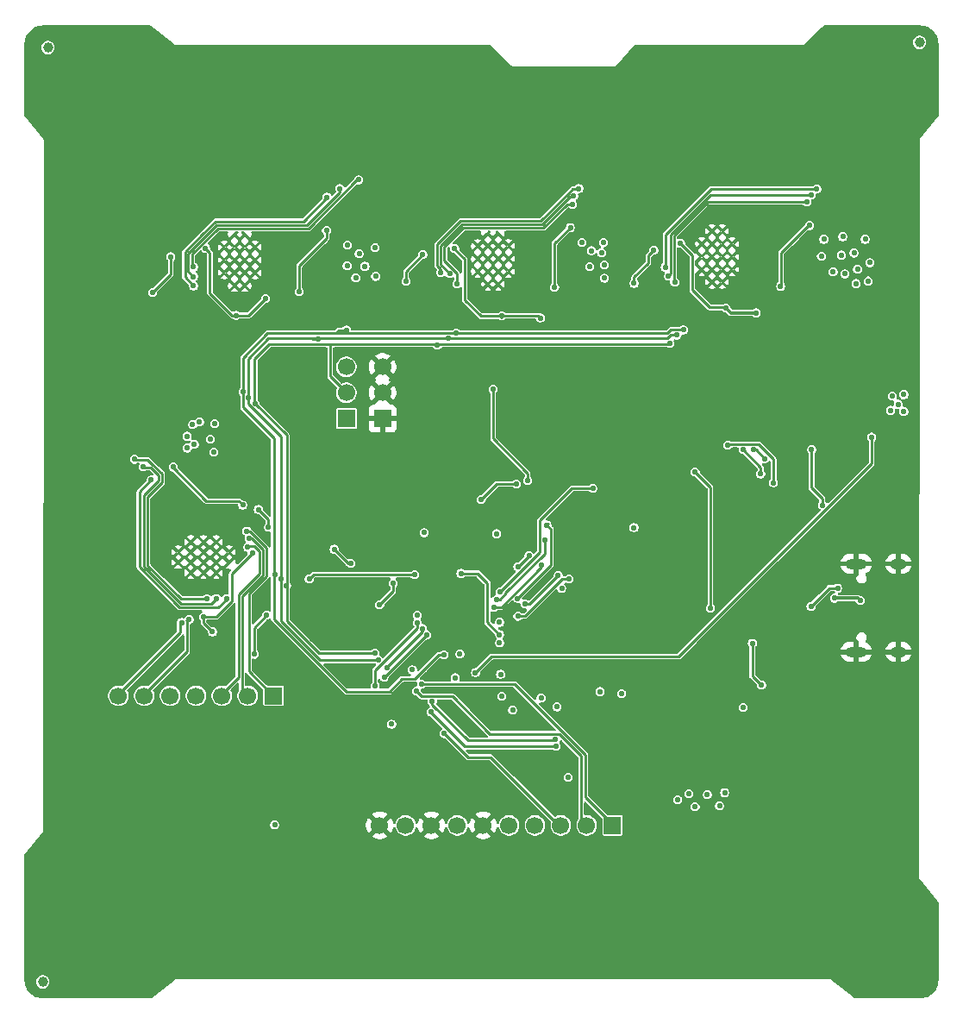
<source format=gbl>
%TF.GenerationSoftware,KiCad,Pcbnew,9.0.2-9.0.2-0~ubuntu24.04.1*%
%TF.CreationDate,2025-06-13T17:41:29-07:00*%
%TF.ProjectId,motor_board,6d6f746f-725f-4626-9f61-72642e6b6963,1.1*%
%TF.SameCoordinates,Original*%
%TF.FileFunction,Copper,L4,Bot*%
%TF.FilePolarity,Positive*%
%FSLAX46Y46*%
G04 Gerber Fmt 4.6, Leading zero omitted, Abs format (unit mm)*
G04 Created by KiCad (PCBNEW 9.0.2-9.0.2-0~ubuntu24.04.1) date 2025-06-13 17:41:29*
%MOMM*%
%LPD*%
G01*
G04 APERTURE LIST*
%TA.AperFunction,ComponentPad*%
%ADD10C,5.600000*%
%TD*%
%TA.AperFunction,ComponentPad*%
%ADD11O,2.100000X1.000000*%
%TD*%
%TA.AperFunction,ComponentPad*%
%ADD12O,1.600000X1.000000*%
%TD*%
%TA.AperFunction,ComponentPad*%
%ADD13C,0.300000*%
%TD*%
%TA.AperFunction,ComponentPad*%
%ADD14R,1.700000X1.700000*%
%TD*%
%TA.AperFunction,ComponentPad*%
%ADD15C,1.700000*%
%TD*%
%TA.AperFunction,ComponentPad*%
%ADD16C,0.600000*%
%TD*%
%TA.AperFunction,SMDPad,CuDef*%
%ADD17C,1.000000*%
%TD*%
%TA.AperFunction,ViaPad*%
%ADD18C,0.584200*%
%TD*%
%TA.AperFunction,ViaPad*%
%ADD19C,0.600000*%
%TD*%
%TA.AperFunction,Conductor*%
%ADD20C,0.234950*%
%TD*%
%TA.AperFunction,Conductor*%
%ADD21C,0.313400*%
%TD*%
%TA.AperFunction,Conductor*%
%ADD22C,0.279400*%
%TD*%
%TA.AperFunction,Conductor*%
%ADD23C,0.271780*%
%TD*%
%TA.AperFunction,Conductor*%
%ADD24C,0.337947*%
%TD*%
G04 APERTURE END LIST*
D10*
%TO.P,H1,1,1*%
%TO.N,GND*%
X105946000Y-57564100D03*
%TD*%
%TO.P,H2,1,1*%
%TO.N,GND*%
X103426000Y-143294000D03*
%TD*%
%TO.P,H3,1,1*%
%TO.N,GND*%
X183426100Y-143294100D03*
%TD*%
%TO.P,H4,1,1*%
%TO.N,GND*%
X179606000Y-57564000D03*
%TD*%
D11*
%TO.P,J13,S1,SHIELD*%
%TO.N,GND*%
X180235000Y-114170000D03*
D12*
X184375000Y-114170000D03*
D11*
X180235000Y-105530000D03*
D12*
X184375000Y-105530000D03*
%TD*%
D13*
%TO.P,U9,41,Thermal_Pad*%
%TO.N,GND*%
X117366637Y-103383363D03*
X116116637Y-103383363D03*
X114866637Y-103383363D03*
X118616637Y-104383363D03*
X117366637Y-104383363D03*
X116116637Y-104383363D03*
X114866637Y-104383363D03*
X113616637Y-104383363D03*
X118616637Y-105383363D03*
X117366637Y-105383363D03*
X116116637Y-105383363D03*
X114866637Y-105383363D03*
X113616637Y-105383363D03*
X117366637Y-106383363D03*
X116116637Y-106383363D03*
X114866637Y-106383363D03*
%TD*%
D14*
%TO.P,J7,1,Pin_1*%
%TO.N,FGOUT_4*%
X122996637Y-118483363D03*
D15*
%TO.P,J7,2,Pin_2*%
%TO.N,PWM_4*%
X120456637Y-118483363D03*
%TO.P,J7,3,Pin_3*%
%TO.N,BRAKE_4*%
X117916637Y-118483363D03*
%TO.P,J7,4,Pin_4*%
%TO.N,nSCS_4*%
X115376637Y-118483363D03*
%TO.P,J7,5,Pin_5*%
%TO.N,DRVOFF_4*%
X112836637Y-118483363D03*
%TO.P,J7,6,Pin_6*%
%TO.N,nSLEEP_4*%
X110296637Y-118483363D03*
%TO.P,J7,7,Pin_7*%
%TO.N,nFAULT_4*%
X107756637Y-118483363D03*
%TD*%
D13*
%TO.P,U6,41,Thermal_Pad*%
%TO.N,GND*%
X146047132Y-76826933D03*
X146047132Y-75576933D03*
X146047132Y-74326933D03*
X145047132Y-78076933D03*
X145047132Y-76826933D03*
X145047132Y-75576933D03*
X145047132Y-74326933D03*
X145047132Y-73076933D03*
X144047132Y-78076933D03*
X144047132Y-76826933D03*
X144047132Y-75576933D03*
X144047132Y-74326933D03*
X144047132Y-73076933D03*
X143047132Y-76826933D03*
X143047132Y-75576933D03*
X143047132Y-74326933D03*
%TD*%
D14*
%TO.P,J9,1,Pin_1*%
%TO.N,GND*%
X133700000Y-91290000D03*
D15*
%TO.P,J9,2,Pin_2*%
X133700000Y-88750000D03*
%TO.P,J9,3,Pin_3*%
X133700000Y-86210000D03*
%TD*%
D13*
%TO.P,U1,41,Thermal_Pad*%
%TO.N,GND*%
X168047132Y-76626933D03*
X168047132Y-75376933D03*
X168047132Y-74126933D03*
X167047132Y-77876933D03*
X167047132Y-76626933D03*
X167047132Y-75376933D03*
X167047132Y-74126933D03*
X167047132Y-72876933D03*
X166047132Y-77876933D03*
X166047132Y-76626933D03*
X166047132Y-75376933D03*
X166047132Y-74126933D03*
X166047132Y-72876933D03*
X165047132Y-76626933D03*
X165047132Y-75376933D03*
X165047132Y-74126933D03*
%TD*%
D14*
%TO.P,J8,1,Pin_1*%
%TO.N,SDI0*%
X130150000Y-91280000D03*
D15*
%TO.P,J8,2,Pin_2*%
%TO.N,SDO0*%
X130150000Y-88740000D03*
%TO.P,J8,3,Pin_3*%
%TO.N,SCLK0*%
X130150000Y-86200000D03*
%TD*%
D13*
%TO.P,U8,41,Thermal_Pad*%
%TO.N,GND*%
X121172132Y-76951933D03*
X121172132Y-75701933D03*
X121172132Y-74451933D03*
X120172132Y-78201933D03*
X120172132Y-76951933D03*
X120172132Y-75701933D03*
X120172132Y-74451933D03*
X120172132Y-73201933D03*
X119172132Y-78201933D03*
X119172132Y-76951933D03*
X119172132Y-75701933D03*
X119172132Y-74451933D03*
X119172132Y-73201933D03*
X118172132Y-76951933D03*
X118172132Y-75701933D03*
X118172132Y-74451933D03*
%TD*%
D16*
%TO.P,U2,81,GND*%
%TO.N,GND*%
X142277433Y-109290567D03*
X141144100Y-109290567D03*
X140010767Y-109290567D03*
X142277433Y-110423900D03*
X141144100Y-110423900D03*
X140010767Y-110423900D03*
X142277433Y-111557233D03*
X141144100Y-111557233D03*
X140010767Y-111557233D03*
%TD*%
D17*
%TO.P,REF1B,*%
%TO.N,*%
X186436000Y-54356000D03*
%TD*%
%TO.P,REF2B,*%
%TO.N,*%
X100838000Y-54864000D03*
%TD*%
%TO.P,REF3B,*%
%TO.N,*%
X100330000Y-146558000D03*
%TD*%
D14*
%TO.P,J5,1,Pin_1*%
%TO.N,MOTOR_EN*%
X156282000Y-131200000D03*
D15*
%TO.P,J5,2,Pin_2*%
%TO.N,MOTOR_PGOOD*%
X153742000Y-131200000D03*
%TO.P,J5,3,Pin_3*%
%TO.N,MOTOR_Tx*%
X151202000Y-131200000D03*
%TO.P,J5,4,Pin_4*%
%TO.N,MOTOR_Rx*%
X148662000Y-131200000D03*
%TO.P,J5,5,Pin_5*%
%TO.N,VBATT_SENSE*%
X146122000Y-131200000D03*
%TO.P,J5,6,Pin_6*%
%TO.N,GND*%
X143582000Y-131200000D03*
%TO.P,J5,7,Pin_7*%
%TO.N,VBATT_SENSE*%
X141042000Y-131200000D03*
%TO.P,J5,8,Pin_8*%
%TO.N,GND*%
X138502000Y-131200000D03*
%TO.P,J5,9,Pin_9*%
%TO.N,VBATT_SENSE*%
X135962000Y-131200000D03*
%TO.P,J5,10,Pin_10*%
%TO.N,GND*%
X133422000Y-131200000D03*
%TD*%
D18*
%TO.N,GND*%
X182594100Y-126973900D03*
D19*
X124866587Y-93048519D03*
D18*
X152219100Y-79848900D03*
X139594100Y-66973900D03*
X122922132Y-71248900D03*
X156300000Y-121300000D03*
X172994100Y-115673900D03*
X162897132Y-85276933D03*
X172997132Y-79326933D03*
X174944100Y-104423900D03*
X125113605Y-108000000D03*
X137598100Y-137011900D03*
X123900000Y-86700000D03*
X147294100Y-86973900D03*
X169344100Y-100073900D03*
X129694100Y-116673900D03*
X147524100Y-141383900D03*
X167308776Y-103488576D03*
X177794100Y-64473900D03*
X129700000Y-109400000D03*
X168094100Y-97973900D03*
X128519120Y-91050000D03*
X118922131Y-70970869D03*
X114894100Y-64173900D03*
X161494100Y-64473900D03*
X114847132Y-81726933D03*
X150044100Y-139973900D03*
X167794100Y-122573900D03*
X160600000Y-84800000D03*
X155994100Y-64673900D03*
X160294100Y-110973900D03*
X141694100Y-120773900D03*
X158100000Y-119800000D03*
X137904100Y-144063900D03*
X172094100Y-101823900D03*
X161894100Y-98973900D03*
X136299575Y-84900000D03*
X154794100Y-103173900D03*
X156194100Y-123073900D03*
X137994100Y-77073900D03*
X117847132Y-87026933D03*
X138794100Y-100373900D03*
X119222132Y-88101933D03*
X172703675Y-94621915D03*
X177694100Y-65673900D03*
X135894100Y-119673900D03*
X172569100Y-85948900D03*
X119787408Y-101965828D03*
X139214100Y-145453900D03*
X111424980Y-102062309D03*
X152300000Y-116200000D03*
X171300000Y-114700000D03*
X174394100Y-88698900D03*
X168344100Y-99823900D03*
X150494100Y-110173900D03*
X175644100Y-90223900D03*
X148044100Y-69548900D03*
X143666577Y-70365643D03*
X175700000Y-115750000D03*
X153200000Y-91300000D03*
X170447132Y-77126933D03*
X182394100Y-102673900D03*
X125263605Y-107000000D03*
X127700000Y-98800000D03*
X128594100Y-79873900D03*
X130200000Y-107200000D03*
X165344100Y-102823900D03*
X128544100Y-105798900D03*
X169794100Y-121973900D03*
X179694100Y-103973900D03*
X107563605Y-93386395D03*
X127790425Y-136820000D03*
X144294100Y-100373900D03*
X120594100Y-123873900D03*
X125800000Y-101900000D03*
X131519100Y-105648900D03*
X126800000Y-112900000D03*
X180994100Y-93673900D03*
X131194100Y-65973900D03*
X115747132Y-75226933D03*
X169997132Y-78276933D03*
X128621575Y-131138400D03*
X113694100Y-77473900D03*
X147200000Y-125700000D03*
X123600000Y-112600000D03*
X120300000Y-96300000D03*
X114794100Y-66773900D03*
X167594100Y-121373900D03*
X140744100Y-141348900D03*
X123347132Y-77201933D03*
X149144100Y-127623900D03*
X164044100Y-118723900D03*
X111700000Y-85600000D03*
X175500000Y-117600000D03*
X126600000Y-102700000D03*
X122194100Y-66073900D03*
X155594100Y-137673900D03*
X175194100Y-105673900D03*
X177144100Y-91923900D03*
X148019100Y-71198900D03*
X163300000Y-79400000D03*
X165822132Y-70558733D03*
X144094100Y-119873900D03*
X146894100Y-66473900D03*
X115684967Y-108391828D03*
X170536575Y-104031425D03*
X139494100Y-64773900D03*
X117749736Y-101214769D03*
X111427415Y-104109276D03*
X147794100Y-78823900D03*
X158200000Y-84600000D03*
X173097132Y-81676933D03*
X161494100Y-66173900D03*
X155694100Y-66373900D03*
X164719100Y-88173900D03*
X162972132Y-74913333D03*
X147894100Y-121373900D03*
X138000000Y-84600000D03*
X127381955Y-105107551D03*
X146969100Y-115348900D03*
X169597132Y-71251933D03*
X140794100Y-120673900D03*
X180994100Y-97873900D03*
X137119100Y-91498900D03*
X171600000Y-110900000D03*
X106324980Y-109962309D03*
X122349980Y-109737309D03*
X148394100Y-139573900D03*
X126938605Y-103186395D03*
X177432000Y-106562000D03*
X166344100Y-88823900D03*
X111442517Y-105609278D03*
X128200000Y-113790425D03*
X164594100Y-89573900D03*
X163844100Y-104173900D03*
X172544100Y-103423900D03*
X150694100Y-87373900D03*
X166397132Y-85426933D03*
X162094100Y-94873900D03*
X112524980Y-101262309D03*
X176544100Y-102773900D03*
X167694100Y-123973900D03*
X131094100Y-64473900D03*
X170522132Y-72101933D03*
X148065279Y-77052721D03*
X174572132Y-72176933D03*
X166294100Y-118973900D03*
X164994100Y-124148900D03*
X133550000Y-113600000D03*
X173800000Y-125900000D03*
X107524980Y-109962309D03*
X164794100Y-119473900D03*
X129500000Y-136800000D03*
X133794100Y-111673900D03*
X150094100Y-141773900D03*
X169576700Y-125200900D03*
X121946968Y-122903032D03*
X120422132Y-70979965D03*
X106563605Y-93286395D03*
X142594100Y-128073900D03*
X158500000Y-86000000D03*
X149569100Y-70048900D03*
X143394100Y-86173900D03*
X122694100Y-69673900D03*
X158994100Y-109773900D03*
X141794100Y-100423900D03*
X127000000Y-85950000D03*
X180047132Y-84176933D03*
X140317426Y-75297392D03*
X150794100Y-117273900D03*
X152144100Y-80823900D03*
X145116577Y-70365643D03*
X123022132Y-79051933D03*
X139819100Y-87323900D03*
X160547132Y-76626933D03*
X175694100Y-84073900D03*
X167297132Y-70558733D03*
X152694100Y-109973900D03*
X151094100Y-115873900D03*
%TO.N,3.3V*%
X137794100Y-102473900D03*
X145194100Y-111273900D03*
X158394100Y-101973900D03*
X150844100Y-119573900D03*
X140834525Y-116717233D03*
X149269100Y-118698900D03*
X134594100Y-121273900D03*
X144894100Y-102573900D03*
X145194100Y-113273900D03*
X134750000Y-107450000D03*
X155044100Y-118073900D03*
X157194100Y-118273900D03*
X151944100Y-126473900D03*
X146469100Y-119898900D03*
X133406600Y-109561400D03*
X151294100Y-107923900D03*
X169094046Y-119612900D03*
X136631050Y-115936950D03*
X145294100Y-116373900D03*
X123100000Y-131141400D03*
X145394100Y-118523900D03*
%TO.N,SWCLK*%
X137100000Y-111314325D03*
X132979424Y-117509224D03*
%TO.N,SWDIO*%
X134119100Y-115723900D03*
X137610324Y-111889676D03*
%TO.N,VBATT*%
X117136375Y-94575914D03*
X178747132Y-75226933D03*
X176797132Y-75326933D03*
X155500000Y-76200000D03*
X184894100Y-88923900D03*
X177947132Y-76876933D03*
X155400000Y-74000000D03*
X155200000Y-75000000D03*
X130222132Y-76276933D03*
X181397132Y-77776933D03*
X167294100Y-127973900D03*
X131972132Y-76326933D03*
X132972132Y-74476933D03*
X180347132Y-76626933D03*
X180197132Y-78026933D03*
X153300000Y-74000000D03*
X184894100Y-90573900D03*
X114520724Y-93011782D03*
X179097132Y-77076933D03*
X154044100Y-76373900D03*
X115220724Y-93811782D03*
X183744100Y-89073900D03*
X179997132Y-75026933D03*
X165594100Y-128173900D03*
X115048592Y-91865914D03*
X184344100Y-89873900D03*
X178897132Y-73426933D03*
X183594100Y-90473900D03*
X154200000Y-74800000D03*
X163794100Y-128073900D03*
X181547132Y-75976933D03*
X177047132Y-73676933D03*
X116800000Y-93300000D03*
X181097132Y-73676933D03*
X166794100Y-129273900D03*
X115720724Y-91586782D03*
X114523592Y-94165914D03*
X117200000Y-91786782D03*
X155500000Y-77500000D03*
X162694100Y-128673900D03*
X164394100Y-129373900D03*
X130272132Y-74226933D03*
X131072132Y-77476933D03*
X131400000Y-75100000D03*
X133022132Y-77326933D03*
%TO.N,USB_D+*%
X178100000Y-108900000D03*
X180616000Y-109136000D03*
%TO.N,Net-(U5-VREG5)*%
X170019100Y-113323900D03*
X170921710Y-117440012D03*
%TO.N,Net-(U7B-+)*%
X175844100Y-94323900D03*
X176894100Y-99773900D03*
%TO.N,USB_CC2*%
X175772000Y-109702000D03*
X178390000Y-107910000D03*
%TO.N,/Motors/individual_motor_1/AVDD*%
X170400000Y-80900000D03*
X167416300Y-80407765D03*
X162969100Y-74073900D03*
X158400000Y-78000000D03*
X160341657Y-74760553D03*
%TO.N,+1V1*%
X141294100Y-114373900D03*
X137094100Y-110573900D03*
X141394100Y-106473900D03*
X145194100Y-112473900D03*
%TO.N,SCL_PWR*%
X150691754Y-122765244D03*
X138584525Y-119073900D03*
%TO.N,SDA_PWR*%
X138494100Y-120073900D03*
X150719100Y-123448900D03*
%TO.N,/Avionics/RUN*%
X133854424Y-116634224D03*
X138018200Y-112500000D03*
%TO.N,/Avionics/FLASH_CS*%
X145258501Y-108267989D03*
X154344100Y-98123900D03*
%TO.N,3V3_RESET*%
X164394100Y-96523900D03*
X165894100Y-109873900D03*
%TO.N,WATCHDOG_FEED*%
X142825000Y-116200000D03*
X181750000Y-93100000D03*
%TO.N,/Avionics/FLASH_IO2*%
X146952075Y-108915925D03*
X149844100Y-101723900D03*
%TO.N,/Avionics/FLASH_SCK*%
X150945327Y-106675127D03*
X147694100Y-109473900D03*
%TO.N,/Avionics/FLASH_MOSI*%
X144644100Y-109773900D03*
X149344100Y-105623900D03*
%TO.N,/Avionics/FLASH_MISO*%
X144894100Y-109023900D03*
X149644100Y-103223900D03*
%TO.N,/Avionics/FLASH_IO3*%
X151994100Y-107023900D03*
X146994100Y-110673900D03*
%TO.N,Net-(U7C-+)*%
X170831599Y-96711399D03*
X169094100Y-94323900D03*
%TO.N,Net-(R82-Pad1)*%
X172094100Y-97573900D03*
X167594100Y-93873900D03*
%TO.N,/Watchdog/WD_Vcc*%
X170094100Y-94323900D03*
X171219100Y-95198900D03*
%TO.N,/Motors/individual_motor_1/V_BK*%
X175622132Y-72326933D03*
X172797132Y-78276933D03*
%TO.N,/Motors/individual_motor_2/AVDD*%
X149200000Y-81400000D03*
X137653674Y-75176273D03*
X140779424Y-74588576D03*
X136000000Y-77800000D03*
X145394100Y-81173900D03*
%TO.N,/Motors/individual_motor_2/V_BK*%
X150594100Y-78373900D03*
X152144100Y-72523900D03*
%TO.N,/Motors/individual_motor_3/AVDD*%
X112909575Y-75400000D03*
X119322132Y-81151933D03*
X111100000Y-78900000D03*
X116323966Y-74550099D03*
X122200000Y-79500000D03*
%TO.N,/Motors/individual_motor_3/V_BK*%
X128197132Y-72801933D03*
X125522132Y-78826933D03*
%TO.N,/Motors/individual_motor_4/AVDD*%
X120900000Y-104500000D03*
X121500000Y-100200000D03*
X122504031Y-101919863D03*
X117000000Y-112200000D03*
X116100000Y-110723814D03*
%TO.N,MOTOR_EN*%
X137520834Y-117350000D03*
%TO.N,MOTOR_PGOOD*%
X137011259Y-118025995D03*
%TO.N,MOTOR_Tx*%
X139761754Y-122188246D03*
%TO.N,SDO0*%
X121197132Y-89801933D03*
X132950000Y-114300000D03*
X161897132Y-83876933D03*
X139094100Y-84073900D03*
X124263605Y-107650489D03*
%TO.N,nFAULT_1*%
X146850000Y-97700000D03*
X143400000Y-99200000D03*
%TO.N,PWM_1*%
X148083774Y-104722068D03*
X146985233Y-105820608D03*
%TO.N,SCLK0*%
X163247132Y-82576933D03*
X123100000Y-106567964D03*
X130150000Y-82600000D03*
X139750000Y-114450000D03*
X140944100Y-82914325D03*
X119997132Y-88651933D03*
%TO.N,SDI0*%
X120547132Y-89251933D03*
X123704030Y-107041289D03*
X162597132Y-83076933D03*
X127400000Y-83492358D03*
X133273676Y-114973676D03*
X140200000Y-83423900D03*
%TO.N,nFAULT_4*%
X113963605Y-111286395D03*
%TO.N,nSLEEP_4*%
X114700000Y-111000000D03*
%TO.N,PWM_4*%
X120593845Y-103056154D03*
%TO.N,BRAKE_4*%
X120470487Y-103907816D03*
%TO.N,nSCS_4*%
X136850000Y-106600000D03*
X121125000Y-114400000D03*
X122324980Y-110562309D03*
X126494166Y-107013950D03*
%TO.N,nSCS_2*%
X147950000Y-97350000D03*
X144550000Y-88400000D03*
%TO.N,FGOUT_4*%
X128950000Y-104105475D03*
X130600000Y-105500000D03*
X120376497Y-102313826D03*
%TO.N,/Motors/individual_motor_1/HPC*%
X162397132Y-77876933D03*
X175372132Y-70026933D03*
%TO.N,/Motors/individual_motor_1/HPB*%
X175772132Y-69326933D03*
X161787557Y-77276933D03*
%TO.N,/Motors/individual_motor_1/HPA*%
X161452607Y-76405985D03*
X176347132Y-68751933D03*
%TO.N,/Motors/individual_motor_2/HPB*%
X152469100Y-69423900D03*
X140286176Y-77006824D03*
%TO.N,/Motors/individual_motor_2/HPC*%
X152344100Y-70248900D03*
X141032961Y-78032961D03*
%TO.N,/Motors/individual_motor_2/HPA*%
X139432960Y-76932960D03*
X152969100Y-68698900D03*
%TO.N,/Motors/individual_motor_3/HPB*%
X115137300Y-77334296D03*
X129497132Y-68711308D03*
%TO.N,/Motors/individual_motor_3/HPA*%
X115137300Y-76401652D03*
X131341332Y-67846133D03*
%TO.N,/Motors/individual_motor_3/HPC*%
X128247132Y-69551933D03*
X115137301Y-78257412D03*
%TO.N,/Motors/individual_motor_4/HPB*%
X117359967Y-108916828D03*
X110200142Y-96012309D03*
%TO.N,/Motors/individual_motor_4/HPA*%
X109334967Y-95262309D03*
X116473592Y-108940914D03*
%TO.N,/Motors/individual_motor_4/HPC*%
X118369542Y-108982253D03*
X110982149Y-97309491D03*
%TO.N,/Motors/individual_motor_4/V_BK*%
X113154080Y-96037309D03*
X119967874Y-99767874D03*
%TD*%
D20*
%TO.N,3.3V*%
X134750000Y-108218000D02*
X133406600Y-109561400D01*
X134750000Y-107450000D02*
X134750000Y-108218000D01*
%TO.N,SWCLK*%
X132979424Y-115988576D02*
X132979424Y-117509224D01*
X137100000Y-111868000D02*
X132979424Y-115988576D01*
X137100000Y-111314325D02*
X137100000Y-111868000D01*
%TO.N,SWDIO*%
X134119100Y-115723900D02*
X134119100Y-115648900D01*
X137610324Y-111889676D02*
X137610324Y-112157676D01*
X137610324Y-112157676D02*
X137519100Y-112248900D01*
X134119100Y-115648900D02*
X137594100Y-112173900D01*
D21*
%TO.N,USB_D+*%
X180380000Y-108900000D02*
X180616000Y-109136000D01*
X178100000Y-108900000D02*
X180380000Y-108900000D01*
D22*
%TO.N,Net-(U5-VREG5)*%
X170019100Y-116537402D02*
X170019100Y-113323900D01*
X170921710Y-117440012D02*
X170019100Y-116537402D01*
D23*
%TO.N,Net-(U7B-+)*%
X175844100Y-98073900D02*
X175844100Y-94323900D01*
X176894100Y-99773900D02*
X176894100Y-99123900D01*
X176894100Y-99123900D02*
X175844100Y-98073900D01*
%TO.N,USB_CC2*%
X178390000Y-107910000D02*
X177564000Y-107910000D01*
X177564000Y-107910000D02*
X175772000Y-109702000D01*
D20*
%TO.N,/Motors/individual_motor_1/AVDD*%
X165824932Y-80379732D02*
X167438268Y-80379732D01*
X164119100Y-78200000D02*
X164119100Y-78500000D01*
X162969100Y-74073900D02*
X164119100Y-75223900D01*
X164119100Y-78673900D02*
X165824932Y-80379732D01*
D24*
X170400000Y-80900000D02*
X167908535Y-80900000D01*
D20*
X164119100Y-78500000D02*
X164119100Y-78673900D01*
D24*
X167908535Y-80900000D02*
X167416300Y-80407765D01*
D20*
X159802210Y-75997790D02*
X159802210Y-75300000D01*
X159802210Y-75300000D02*
X160341657Y-74760553D01*
X158400000Y-78000000D02*
X158400000Y-77400000D01*
X158400000Y-77400000D02*
X159802210Y-75997790D01*
X164119100Y-75223900D02*
X164119100Y-78200000D01*
D22*
%TO.N,+1V1*%
X145194100Y-112473900D02*
X144000000Y-111279800D01*
X143073900Y-106473900D02*
X141394100Y-106473900D01*
X144000000Y-107400000D02*
X143073900Y-106473900D01*
X144000000Y-111279800D02*
X144000000Y-107400000D01*
D23*
%TO.N,SCL_PWR*%
X142094100Y-122873900D02*
X150583098Y-122873900D01*
X150583098Y-122873900D02*
X150691754Y-122765244D01*
X138584525Y-119073900D02*
X138584525Y-119364325D01*
X138584525Y-119364325D02*
X142094100Y-122873900D01*
%TO.N,SDA_PWR*%
X138494100Y-120173900D02*
X141769100Y-123448900D01*
X138494100Y-120073900D02*
X138494100Y-120173900D01*
X141769100Y-123448900D02*
X150719100Y-123448900D01*
D20*
%TO.N,/Avionics/RUN*%
X138018200Y-112549800D02*
X138018200Y-112500000D01*
X133854424Y-116634224D02*
X133933776Y-116634224D01*
X133933776Y-116634224D02*
X138018200Y-112549800D01*
%TO.N,/Avionics/FLASH_CS*%
X149134525Y-101283475D02*
X149719100Y-100698900D01*
X149134525Y-103434973D02*
X149134525Y-101283475D01*
X149144100Y-104382390D02*
X149144100Y-103444548D01*
X145258501Y-108267989D02*
X149144100Y-104382390D01*
X149144100Y-103444548D02*
X149134525Y-103434973D01*
X152294100Y-98123900D02*
X154344100Y-98123900D01*
X149719100Y-100698900D02*
X152294100Y-98123900D01*
%TO.N,3V3_RESET*%
X165894100Y-98023900D02*
X165894100Y-109873900D01*
X164394100Y-96523900D02*
X165894100Y-98023900D01*
%TO.N,WATCHDOG_FEED*%
X142825000Y-116200000D02*
X144400000Y-114625000D01*
X162765063Y-114625000D02*
X181750000Y-95640063D01*
X144400000Y-114625000D02*
X162765063Y-114625000D01*
X181750000Y-95640063D02*
X181750000Y-93100000D01*
%TO.N,/Avionics/FLASH_IO2*%
X150244100Y-105623900D02*
X146952075Y-108915925D01*
X149844100Y-101723900D02*
X149944100Y-101623900D01*
X149844100Y-101723900D02*
X150244100Y-102123900D01*
X150244100Y-102123900D02*
X150244100Y-105623900D01*
%TO.N,/Avionics/FLASH_SCK*%
X148144100Y-109473900D02*
X147694100Y-109473900D01*
X150945327Y-106675127D02*
X150942873Y-106675127D01*
X150942873Y-106675127D02*
X148144100Y-109473900D01*
%TO.N,/Avionics/FLASH_MOSI*%
X145373452Y-109773900D02*
X149344100Y-105803252D01*
X149344100Y-105803252D02*
X149344100Y-105623900D01*
X144644100Y-109773900D02*
X145373452Y-109773900D01*
%TO.N,/Avionics/FLASH_MISO*%
X149644100Y-103223900D02*
X149644100Y-104523900D01*
X145768076Y-108399924D02*
X145768076Y-108479062D01*
X145223238Y-109023900D02*
X144894100Y-109023900D01*
X149644100Y-104523900D02*
X145768076Y-108399924D01*
X149644100Y-103223900D02*
X149744100Y-103323900D01*
X145768076Y-108479062D02*
X145223238Y-109023900D01*
%TO.N,/Avionics/FLASH_IO3*%
X147667202Y-110673900D02*
X151317202Y-107023900D01*
X151317202Y-107023900D02*
X151994100Y-107023900D01*
X146994100Y-110673900D02*
X147667202Y-110673900D01*
D23*
%TO.N,Net-(U7C-+)*%
X170831599Y-96711399D02*
X170831599Y-96061399D01*
X170831599Y-96061399D02*
X169094100Y-94323900D01*
%TO.N,Net-(R82-Pad1)*%
X170631249Y-93795910D02*
X167672090Y-93795910D01*
X172094100Y-95258761D02*
X170631249Y-93795910D01*
X172094100Y-97573900D02*
X172094100Y-95258761D01*
X167672090Y-93795910D02*
X167594100Y-93873900D01*
%TO.N,/Watchdog/WD_Vcc*%
X170344100Y-94323900D02*
X171219100Y-95198900D01*
D20*
%TO.N,/Motors/individual_motor_1/V_BK*%
X172819100Y-75008475D02*
X175519100Y-72308475D01*
X172819100Y-78248900D02*
X172819100Y-75008475D01*
%TO.N,/Motors/individual_motor_2/AVDD*%
X145230173Y-81214325D02*
X143359525Y-81214325D01*
X141769100Y-79623900D02*
X141769100Y-75632604D01*
X145394100Y-81173900D02*
X148973900Y-81173900D01*
X145380173Y-81364325D02*
X145230173Y-81214325D01*
X136000000Y-76829947D02*
X137653674Y-75176273D01*
X136000000Y-77800000D02*
X136000000Y-76829947D01*
X141769100Y-75632604D02*
X140700821Y-74564325D01*
X140700821Y-74564325D02*
X140630173Y-74564325D01*
X148973900Y-81173900D02*
X149200000Y-81400000D01*
X143359525Y-81214325D02*
X141769100Y-79623900D01*
%TO.N,/Motors/individual_motor_2/V_BK*%
X152144100Y-72523900D02*
X150580173Y-74087827D01*
X150580173Y-74087827D02*
X150580173Y-78414325D01*
%TO.N,/Motors/individual_motor_3/AVDD*%
X111100000Y-78900000D02*
X112909575Y-77090425D01*
D23*
X120548067Y-81151933D02*
X122200000Y-79500000D01*
D20*
X116744100Y-74970233D02*
X116744100Y-78954770D01*
D23*
X119322132Y-81151933D02*
X120548067Y-81151933D01*
D20*
X112909575Y-77090425D02*
X112909575Y-75400000D01*
X118941263Y-81151933D02*
X119322132Y-81151933D01*
X116744100Y-78954770D02*
X118941263Y-81151933D01*
X116323966Y-74550099D02*
X116744100Y-74970233D01*
%TO.N,/Motors/individual_motor_3/V_BK*%
X128197132Y-72801933D02*
X128197132Y-73601933D01*
X128197132Y-73601933D02*
X125522132Y-76276933D01*
X125522132Y-76276933D02*
X125522132Y-78826933D01*
%TO.N,/Motors/individual_motor_4/AVDD*%
X122504031Y-101919863D02*
X122504031Y-101204031D01*
X118880117Y-106519883D02*
X120900000Y-104500000D01*
X116100000Y-110723814D02*
X116100000Y-111300000D01*
X118880117Y-109193741D02*
X118880117Y-106519883D01*
X116100000Y-110723814D02*
X117350044Y-110723814D01*
X122504031Y-101204031D02*
X121500000Y-100200000D01*
X116100000Y-111300000D02*
X117000000Y-112200000D01*
X117350044Y-110723814D02*
X118880117Y-109193741D01*
%TO.N,MOTOR_EN*%
X137520834Y-117350000D02*
X146695976Y-117350000D01*
D23*
X153600000Y-128400000D02*
X156341000Y-131141000D01*
X156341000Y-131141000D02*
X156308100Y-131173900D01*
X146719876Y-117373900D02*
X146822988Y-117477012D01*
X146822988Y-117477012D02*
X153600000Y-124254024D01*
X153600000Y-124254024D02*
X153600000Y-128400000D01*
D20*
X146695976Y-117350000D02*
X146822988Y-117477012D01*
D23*
%TO.N,MOTOR_PGOOD*%
X151057454Y-122237254D02*
X153200000Y-124379800D01*
X153200000Y-124379800D02*
X153200000Y-130658000D01*
X153200000Y-130658000D02*
X153742000Y-131200000D01*
X137011259Y-118025995D02*
X137531174Y-118545910D01*
X140566110Y-118545910D02*
X144257454Y-122237254D01*
X144257454Y-122237254D02*
X151057454Y-122237254D01*
X137531174Y-118545910D02*
X140566110Y-118545910D01*
%TO.N,MOTOR_Tx*%
X151000000Y-131200000D02*
X151202000Y-131200000D01*
D20*
X142073508Y-124500000D02*
X139761754Y-122188246D01*
X142450000Y-124500000D02*
X142073508Y-124500000D01*
D23*
X142450000Y-124500000D02*
X144300000Y-124500000D01*
X144300000Y-124500000D02*
X151000000Y-131200000D01*
X142173509Y-124500000D02*
X142450000Y-124500000D01*
D20*
%TO.N,SDO0*%
X124300000Y-111120648D02*
X124300000Y-92904801D01*
X130150000Y-88740000D02*
X128550000Y-87140000D01*
X128550000Y-84001933D02*
X161772132Y-84001933D01*
X122541067Y-84001933D02*
X128550000Y-84001933D01*
X132950000Y-114300000D02*
X127479352Y-114300000D01*
X121144100Y-89748901D02*
X121197132Y-89801933D01*
X127479352Y-114300000D02*
X124300000Y-111120648D01*
X161772132Y-84001933D02*
X161897132Y-83876933D01*
X121144100Y-85398900D02*
X121144100Y-89748901D01*
X124300000Y-92904801D02*
X121197132Y-89801933D01*
X121172132Y-89826933D02*
X121197132Y-89801933D01*
X128550000Y-87140000D02*
X128550000Y-84001933D01*
X121144100Y-85398900D02*
X122541067Y-84001933D01*
%TO.N,nFAULT_1*%
X144900000Y-97700000D02*
X143400000Y-99200000D01*
X146850000Y-97700000D02*
X144900000Y-97700000D01*
%TO.N,PWM_1*%
X148083773Y-104722068D02*
X148083774Y-104722068D01*
X146985233Y-105820608D02*
X148083773Y-104722068D01*
%TO.N,SCLK0*%
X163247132Y-82576933D02*
X163209524Y-82539325D01*
X136859575Y-116840425D02*
X139250000Y-114450000D01*
X122378675Y-82914325D02*
X119997132Y-85295868D01*
X139250000Y-114450000D02*
X139750000Y-114450000D01*
X130150000Y-82600000D02*
X129400000Y-82600000D01*
X163209524Y-82539325D02*
X162034337Y-82539325D01*
X161659337Y-82914325D02*
X140944100Y-82914325D01*
X119997132Y-88651933D02*
X119997132Y-90197132D01*
X134376100Y-118073900D02*
X135609575Y-116840425D01*
X129085675Y-82914325D02*
X128600000Y-82914325D01*
X129400000Y-82600000D02*
X129085675Y-82914325D01*
X128600000Y-82914325D02*
X122378675Y-82914325D01*
X162034337Y-82539325D02*
X161659337Y-82914325D01*
X135609575Y-116840425D02*
X136859575Y-116840425D01*
X163269100Y-82548900D02*
X163259525Y-82539325D01*
X119997132Y-90197132D02*
X123013605Y-93213605D01*
X140944100Y-82914325D02*
X128600000Y-82914325D01*
X123013605Y-110961195D02*
X130126310Y-118073900D01*
X123013605Y-93213605D02*
X123013605Y-110961195D01*
X130126310Y-118073900D02*
X134376100Y-118073900D01*
X119997132Y-85295868D02*
X119997132Y-88651933D01*
%TO.N,SDI0*%
X123700000Y-93025449D02*
X123700000Y-107037259D01*
X126868458Y-83492358D02*
X126800000Y-83423900D01*
X161623452Y-83423900D02*
X161998452Y-83048900D01*
X123700000Y-107037259D02*
X123704030Y-107041289D01*
X122476474Y-83423900D02*
X120519100Y-85381274D01*
X120519100Y-89844549D02*
X123700000Y-93025449D01*
X140200000Y-83423900D02*
X161623452Y-83423900D01*
X126800000Y-83423900D02*
X122476474Y-83423900D01*
X120519100Y-88900000D02*
X120519100Y-89844549D01*
X161998452Y-83048900D02*
X162619100Y-83048900D01*
X120519100Y-88900000D02*
X120519100Y-89223901D01*
X127526100Y-115000000D02*
X133268000Y-115000000D01*
X127400000Y-83492358D02*
X126868458Y-83492358D01*
X123704030Y-107074563D02*
X123704030Y-111177930D01*
X120519100Y-89223901D02*
X120547132Y-89251933D01*
X123704030Y-111177930D02*
X127526100Y-115000000D01*
X140200000Y-83423900D02*
X126800000Y-83423900D01*
X120519100Y-85381274D02*
X120519100Y-88900000D01*
D23*
%TO.N,nFAULT_4*%
X113803032Y-111305247D02*
X113803032Y-112272640D01*
X113803032Y-112272640D02*
X107670425Y-118405247D01*
%TO.N,nSLEEP_4*%
X114452165Y-111043507D02*
X114500000Y-111091342D01*
X114500000Y-111091342D02*
X114500000Y-114115672D01*
X114500000Y-114115672D02*
X110210425Y-118405247D01*
D20*
%TO.N,PWM_4*%
X121920525Y-104094215D02*
X120882464Y-103056154D01*
X121920525Y-106658992D02*
X121920525Y-104094215D01*
X120370425Y-118405247D02*
X119890425Y-117925247D01*
X119890425Y-108689092D02*
X121920525Y-106658992D01*
X120882464Y-103056154D02*
X120593845Y-103056154D01*
X119890425Y-117925247D02*
X119890425Y-108689092D01*
%TO.N,BRAKE_4*%
X119554475Y-108549936D02*
X119554475Y-116681197D01*
X121100000Y-103800000D02*
X121576074Y-104276074D01*
X120435932Y-103950754D02*
X120586686Y-103800000D01*
X121576074Y-106528337D02*
X119554475Y-108549936D01*
X121576074Y-104276074D02*
X121576074Y-106528337D01*
X120586686Y-103800000D02*
X121100000Y-103800000D01*
X119554475Y-116681197D02*
X117830425Y-118405247D01*
%TO.N,nSCS_4*%
X126494166Y-107013950D02*
X126908116Y-106600000D01*
D23*
X121125000Y-114400000D02*
X121090425Y-114365425D01*
X121090425Y-111805247D02*
X122290425Y-110605247D01*
X121090425Y-114365425D02*
X121090425Y-111805247D01*
D20*
X126908116Y-106600000D02*
X136850000Y-106600000D01*
%TO.N,nSCS_2*%
X147950000Y-97350000D02*
X147950000Y-96650448D01*
X144550000Y-93250448D02*
X144550000Y-88400000D01*
X147950000Y-96650448D02*
X144550000Y-93250448D01*
%TO.N,FGOUT_4*%
X130600000Y-105500000D02*
X130344525Y-105500000D01*
X122255475Y-103955475D02*
X122255475Y-106797732D01*
X120580850Y-116075672D02*
X122910425Y-118405247D01*
X130344525Y-105500000D02*
X128950000Y-104105475D01*
X120341942Y-102356764D02*
X120656764Y-102356764D01*
X122255475Y-106797732D02*
X120580850Y-108472357D01*
X120656764Y-102356764D02*
X122255475Y-103955475D01*
X130600000Y-105500000D02*
X130600000Y-105350000D01*
X120580850Y-108472357D02*
X120580850Y-116075672D01*
%TO.N,/Motors/individual_motor_1/HPC*%
X162319100Y-77748900D02*
X162419100Y-77848900D01*
X165633027Y-70021125D02*
X162319100Y-73335052D01*
X175394100Y-69998900D02*
X175371875Y-70021125D01*
X175371875Y-70021125D02*
X165633027Y-70021125D01*
X162319100Y-73335052D02*
X162319100Y-77748900D01*
%TO.N,/Motors/individual_motor_1/HPB*%
X161984150Y-77074275D02*
X161984150Y-73196311D01*
X169394100Y-69298900D02*
X175794100Y-69298900D01*
X165881561Y-69298900D02*
X169394100Y-69298900D01*
X161984150Y-73196311D02*
X165881561Y-69298900D01*
X161809525Y-77248900D02*
X161984150Y-77074275D01*
%TO.N,/Motors/individual_motor_1/HPA*%
X165982870Y-68723900D02*
X176369100Y-68723900D01*
X161469100Y-73237670D02*
X165982870Y-68723900D01*
X161469100Y-76372477D02*
X161469100Y-73237670D01*
X161474575Y-76377952D02*
X161469100Y-76372477D01*
%TO.N,/Motors/individual_motor_2/HPB*%
X139430547Y-74290260D02*
X141486957Y-72233850D01*
X140286176Y-77006824D02*
X139430547Y-76151195D01*
X149365000Y-72233850D02*
X152134525Y-69464325D01*
X141486957Y-72233850D02*
X149365000Y-72233850D01*
X139430547Y-76151195D02*
X139430547Y-74290260D01*
X140286176Y-77006824D02*
X140146500Y-77146500D01*
X152134525Y-69464325D02*
X152455173Y-69464325D01*
%TO.N,/Motors/individual_motor_2/HPC*%
X141000000Y-78000000D02*
X141032961Y-78032961D01*
X139765497Y-75765497D02*
X141000000Y-77000000D01*
X152344100Y-70248900D02*
X151823640Y-70248900D01*
X149503740Y-72568800D02*
X141625698Y-72568800D01*
X141625698Y-72568800D02*
X139765497Y-74429001D01*
X151823640Y-70248900D02*
X149503740Y-72568800D01*
X141000000Y-77000000D02*
X141000000Y-78000000D01*
X139765497Y-74429001D02*
X139765497Y-75765497D01*
%TO.N,/Motors/individual_motor_2/HPA*%
X152385834Y-68739325D02*
X151996784Y-69128375D01*
X139094597Y-76290351D02*
X139432960Y-76628714D01*
X139094597Y-74151105D02*
X139094597Y-76290351D01*
X149225844Y-71897900D02*
X141347801Y-71897900D01*
X152955173Y-68739325D02*
X152385834Y-68739325D01*
X151995369Y-69128375D02*
X149225844Y-71897900D01*
X141347801Y-71897900D02*
X139094597Y-74151105D01*
X139432960Y-76628714D02*
X139432960Y-76802337D01*
X151996784Y-69128375D02*
X151995369Y-69128375D01*
%TO.N,/Motors/individual_motor_3/HPB*%
X114627725Y-75052001D02*
X117420876Y-72258850D01*
X115137300Y-77334296D02*
X114627725Y-76824721D01*
X129497132Y-69072443D02*
X129497132Y-68711308D01*
X114627725Y-76824721D02*
X114627725Y-75052001D01*
X117420876Y-72258850D02*
X126310725Y-72258850D01*
X126310725Y-72258850D02*
X129497132Y-69072443D01*
%TO.N,/Motors/individual_motor_3/HPA*%
X131341332Y-67846133D02*
X131197132Y-67846133D01*
X115022132Y-76286484D02*
X115137300Y-76401652D01*
X126449465Y-72593800D02*
X117559617Y-72593800D01*
X131197132Y-67846133D02*
X126449465Y-72593800D01*
X117559617Y-72593800D02*
X115022132Y-75131285D01*
X115022132Y-75131285D02*
X115022132Y-76286484D01*
%TO.N,/Motors/individual_motor_3/HPC*%
X116044100Y-73161936D02*
X114292775Y-74913261D01*
X128247132Y-69551933D02*
X128247132Y-69601933D01*
X114292775Y-77412886D02*
X115137301Y-78257412D01*
X128247132Y-69601933D02*
X125925165Y-71923900D01*
X125925165Y-71923900D02*
X117282135Y-71923900D01*
X117282135Y-71923900D02*
X116044100Y-73161936D01*
X114292775Y-74913261D02*
X114292775Y-77412886D01*
%TO.N,/Motors/individual_motor_4/HPB*%
X110165587Y-96055247D02*
X110921060Y-96055247D01*
X116850375Y-109470297D02*
X117359950Y-108960722D01*
X110290425Y-98805247D02*
X110290425Y-105841197D01*
X111700000Y-97395672D02*
X110290425Y-98805247D01*
X110921060Y-96055247D02*
X111700000Y-96834187D01*
X110290425Y-105841197D02*
X113919525Y-109470297D01*
X111700000Y-96834187D02*
X111700000Y-97395672D01*
X113919525Y-109470297D02*
X116850375Y-109470297D01*
%TO.N,/Motors/individual_motor_4/HPA*%
X113882684Y-108959766D02*
X116400412Y-108959766D01*
X112034950Y-96695446D02*
X112034950Y-97560722D01*
X110625375Y-105702457D02*
X113882684Y-108959766D01*
X111059801Y-95720297D02*
X112034950Y-96695446D01*
X109300412Y-95305247D02*
X110644750Y-95305247D01*
X110644750Y-95305247D02*
X111059801Y-95720297D01*
X112034950Y-97560722D02*
X110625375Y-98970297D01*
X110625375Y-98970297D02*
X110625375Y-105702457D01*
%TO.N,/Motors/individual_motor_4/HPC*%
X113780784Y-109805247D02*
X117590425Y-109805247D01*
X110982149Y-97317874D02*
X110982149Y-97309491D01*
X109815425Y-105839888D02*
X113780784Y-109805247D01*
X117590425Y-109805247D02*
X118369525Y-109026147D01*
X110947594Y-97352429D02*
X110982149Y-97317874D01*
X109815425Y-98476215D02*
X109815425Y-105839888D01*
X110982149Y-97309491D02*
X109815425Y-98476215D01*
%TO.N,/Motors/individual_motor_4/V_BK*%
X116406106Y-99366828D02*
X113119525Y-96080247D01*
X119566828Y-99366828D02*
X116406106Y-99366828D01*
X113119525Y-96080247D02*
X113254475Y-96080247D01*
X119967874Y-99767874D02*
X119566828Y-99366828D01*
X113254475Y-96080247D02*
X113309950Y-96135722D01*
%TD*%
%TA.AperFunction,Conductor*%
%TO.N,GND*%
G36*
X140462332Y-118853985D02*
G01*
X140482974Y-118870619D01*
X143986184Y-122373829D01*
X144019669Y-122435152D01*
X144014685Y-122504844D01*
X143972813Y-122560777D01*
X143907349Y-122585194D01*
X143898503Y-122585510D01*
X142264917Y-122585510D01*
X142197878Y-122565825D01*
X142177236Y-122549191D01*
X139020253Y-119392208D01*
X138986768Y-119330885D01*
X138991752Y-119261193D01*
X138996522Y-119251071D01*
X138998824Y-119245513D01*
X138998824Y-119245511D01*
X138998826Y-119245509D01*
X139029125Y-119132433D01*
X139029125Y-119015367D01*
X139022433Y-118990392D01*
X139024096Y-118920543D01*
X139063259Y-118862681D01*
X139127487Y-118835177D01*
X139142208Y-118834300D01*
X140395293Y-118834300D01*
X140462332Y-118853985D01*
G37*
%TD.AperFunction*%
%TA.AperFunction,Conductor*%
G36*
X146573783Y-117639660D02*
G01*
X146594425Y-117656294D01*
X150675314Y-121737183D01*
X150708799Y-121798506D01*
X150703815Y-121868198D01*
X150661943Y-121924131D01*
X150596479Y-121948548D01*
X150587633Y-121948864D01*
X144428271Y-121948864D01*
X144361232Y-121929179D01*
X144340590Y-121912545D01*
X142268412Y-119840367D01*
X146024500Y-119840367D01*
X146024500Y-119957433D01*
X146043194Y-120027199D01*
X146054800Y-120070512D01*
X146113329Y-120171887D01*
X146113331Y-120171889D01*
X146113332Y-120171891D01*
X146196109Y-120254668D01*
X146196110Y-120254669D01*
X146196112Y-120254670D01*
X146297487Y-120313199D01*
X146297488Y-120313199D01*
X146297491Y-120313201D01*
X146410567Y-120343500D01*
X146410570Y-120343500D01*
X146527630Y-120343500D01*
X146527633Y-120343500D01*
X146640709Y-120313201D01*
X146742091Y-120254668D01*
X146824868Y-120171891D01*
X146883401Y-120070509D01*
X146913700Y-119957433D01*
X146913700Y-119840367D01*
X146883401Y-119727291D01*
X146878114Y-119718134D01*
X146824870Y-119625912D01*
X146824865Y-119625906D01*
X146742093Y-119543134D01*
X146742087Y-119543129D01*
X146640712Y-119484600D01*
X146640713Y-119484600D01*
X146612405Y-119477015D01*
X146527633Y-119454300D01*
X146410567Y-119454300D01*
X146325795Y-119477015D01*
X146297487Y-119484600D01*
X146196112Y-119543129D01*
X146196106Y-119543134D01*
X146113334Y-119625906D01*
X146113329Y-119625912D01*
X146054800Y-119727287D01*
X146054799Y-119727291D01*
X146024500Y-119840367D01*
X142268412Y-119840367D01*
X140893412Y-118465367D01*
X144949500Y-118465367D01*
X144949500Y-118582433D01*
X144977841Y-118688201D01*
X144979800Y-118695512D01*
X145038329Y-118796887D01*
X145038331Y-118796889D01*
X145038332Y-118796891D01*
X145121109Y-118879668D01*
X145121110Y-118879669D01*
X145121112Y-118879670D01*
X145222487Y-118938199D01*
X145222488Y-118938199D01*
X145222491Y-118938201D01*
X145335567Y-118968500D01*
X145335570Y-118968500D01*
X145452630Y-118968500D01*
X145452633Y-118968500D01*
X145565709Y-118938201D01*
X145667091Y-118879668D01*
X145749868Y-118796891D01*
X145808401Y-118695509D01*
X145838700Y-118582433D01*
X145838700Y-118465367D01*
X145808401Y-118352291D01*
X145805284Y-118346893D01*
X145749870Y-118250912D01*
X145749865Y-118250906D01*
X145667093Y-118168134D01*
X145667087Y-118168129D01*
X145565712Y-118109600D01*
X145565713Y-118109600D01*
X145556439Y-118107115D01*
X145452633Y-118079300D01*
X145335567Y-118079300D01*
X145231760Y-118107115D01*
X145222487Y-118109600D01*
X145121112Y-118168129D01*
X145121106Y-118168134D01*
X145038334Y-118250906D01*
X145038329Y-118250912D01*
X144979800Y-118352287D01*
X144979799Y-118352291D01*
X144949500Y-118465367D01*
X140893412Y-118465367D01*
X140803950Y-118375905D01*
X140803948Y-118375902D01*
X140743187Y-118315141D01*
X140743186Y-118315140D01*
X140677425Y-118277173D01*
X140677424Y-118277172D01*
X140677423Y-118277172D01*
X140661925Y-118273019D01*
X140661924Y-118273019D01*
X140604077Y-118257519D01*
X140528143Y-118257519D01*
X140520547Y-118257519D01*
X140520531Y-118257520D01*
X137701991Y-118257520D01*
X137672550Y-118248875D01*
X137642564Y-118242352D01*
X137637548Y-118238597D01*
X137634952Y-118237835D01*
X137614310Y-118221201D01*
X137492178Y-118099069D01*
X137458693Y-118037746D01*
X137455859Y-118011388D01*
X137455859Y-117967464D01*
X137455858Y-117967460D01*
X137453799Y-117959776D01*
X137451366Y-117950694D01*
X137453027Y-117880845D01*
X137492189Y-117822982D01*
X137556417Y-117795477D01*
X137571140Y-117794600D01*
X137579364Y-117794600D01*
X137579367Y-117794600D01*
X137692443Y-117764301D01*
X137793825Y-117705768D01*
X137829369Y-117670224D01*
X137843301Y-117656293D01*
X137904624Y-117622809D01*
X137930981Y-117619975D01*
X146506744Y-117619975D01*
X146573783Y-117639660D01*
G37*
%TD.AperFunction*%
%TA.AperFunction,Conductor*%
G36*
X132912358Y-115276583D02*
G01*
X132935713Y-115278767D01*
X132952340Y-115288323D01*
X132956893Y-115289660D01*
X132962429Y-115294121D01*
X132966314Y-115296354D01*
X132972223Y-115300982D01*
X133000685Y-115329444D01*
X133030653Y-115346746D01*
X133037536Y-115352137D01*
X133052974Y-115373727D01*
X133071291Y-115392937D01*
X133072981Y-115401706D01*
X133078176Y-115408971D01*
X133079491Y-115435479D01*
X133084515Y-115461544D01*
X133081195Y-115469835D01*
X133081638Y-115478755D01*
X133067580Y-115503845D01*
X133058547Y-115526409D01*
X133052542Y-115530685D01*
X133048757Y-115537439D01*
X132826496Y-115759702D01*
X132750552Y-115835645D01*
X132750549Y-115835650D01*
X132746996Y-115844229D01*
X132733493Y-115876828D01*
X132720943Y-115907127D01*
X132720943Y-115907128D01*
X132709449Y-115934875D01*
X132709449Y-117099078D01*
X132689764Y-117166117D01*
X132673130Y-117186759D01*
X132623658Y-117236230D01*
X132623653Y-117236236D01*
X132565124Y-117337611D01*
X132565123Y-117337615D01*
X132534824Y-117450691D01*
X132534824Y-117567757D01*
X132556280Y-117647834D01*
X132554618Y-117717681D01*
X132515456Y-117775543D01*
X132451228Y-117803048D01*
X132436506Y-117803925D01*
X130289500Y-117803925D01*
X130222461Y-117784240D01*
X130201819Y-117767606D01*
X127915869Y-115481656D01*
X127882384Y-115420333D01*
X127887368Y-115350641D01*
X127929240Y-115294708D01*
X127994704Y-115270291D01*
X128003550Y-115269975D01*
X132889854Y-115269975D01*
X132912358Y-115276583D01*
G37*
%TD.AperFunction*%
%TA.AperFunction,Conductor*%
G36*
X122682902Y-106841446D02*
G01*
X122730513Y-106892583D01*
X122743630Y-106948089D01*
X122743630Y-110075862D01*
X122723945Y-110142901D01*
X122671141Y-110188656D01*
X122601983Y-110198600D01*
X122557631Y-110183249D01*
X122496596Y-110148010D01*
X122496593Y-110148009D01*
X122487319Y-110145524D01*
X122383513Y-110117709D01*
X122266447Y-110117709D01*
X122162640Y-110145524D01*
X122153367Y-110148009D01*
X122051992Y-110206538D01*
X122051986Y-110206543D01*
X121969214Y-110289315D01*
X121969209Y-110289321D01*
X121910680Y-110390696D01*
X121907944Y-110400906D01*
X121880380Y-110503776D01*
X121880380Y-110503778D01*
X121880380Y-110556084D01*
X121860695Y-110623123D01*
X121844061Y-110643765D01*
X121062506Y-111425320D01*
X121001183Y-111458805D01*
X120931491Y-111453821D01*
X120875558Y-111411949D01*
X120851141Y-111346485D01*
X120850825Y-111337639D01*
X120850825Y-108635546D01*
X120870510Y-108568507D01*
X120887144Y-108547865D01*
X121682722Y-107752287D01*
X122484348Y-106950661D01*
X122484349Y-106950660D01*
X122505069Y-106900636D01*
X122548908Y-106846234D01*
X122615202Y-106824168D01*
X122682902Y-106841446D01*
G37*
%TD.AperFunction*%
%TA.AperFunction,Conductor*%
G36*
X140254158Y-74424656D02*
G01*
X140310091Y-74466528D01*
X140334508Y-74531992D01*
X140334824Y-74540828D01*
X140334824Y-74647109D01*
X140363450Y-74753942D01*
X140365124Y-74760188D01*
X140423653Y-74861563D01*
X140423655Y-74861565D01*
X140423656Y-74861567D01*
X140506433Y-74944344D01*
X140506434Y-74944345D01*
X140506436Y-74944346D01*
X140607811Y-75002875D01*
X140607812Y-75002875D01*
X140607815Y-75002877D01*
X140720891Y-75033176D01*
X140736508Y-75033176D01*
X140803547Y-75052861D01*
X140824189Y-75069495D01*
X141462806Y-75708112D01*
X141496291Y-75769435D01*
X141499125Y-75795793D01*
X141499125Y-76876123D01*
X141479440Y-76943162D01*
X141426636Y-76988917D01*
X141357478Y-76998861D01*
X141293922Y-76969836D01*
X141260564Y-76923577D01*
X141253003Y-76905324D01*
X141228874Y-76847071D01*
X140071791Y-75689988D01*
X140038306Y-75628665D01*
X140035472Y-75602307D01*
X140035472Y-74592190D01*
X140044116Y-74562749D01*
X140050640Y-74532763D01*
X140054394Y-74527747D01*
X140055157Y-74525151D01*
X140071791Y-74504509D01*
X140123143Y-74453157D01*
X140184466Y-74419672D01*
X140254158Y-74424656D01*
G37*
%TD.AperFunction*%
%TA.AperFunction,Conductor*%
G36*
X186510143Y-52689865D02*
G01*
X186732890Y-52704464D01*
X186748948Y-52706579D01*
X186934975Y-52743582D01*
X186963871Y-52749330D01*
X186979538Y-52753528D01*
X187132669Y-52805509D01*
X187187044Y-52823967D01*
X187202021Y-52830170D01*
X187392891Y-52924296D01*
X187398560Y-52927092D01*
X187412608Y-52935202D01*
X187594812Y-53056948D01*
X187607673Y-53066816D01*
X187712595Y-53158830D01*
X187772428Y-53211302D01*
X187783897Y-53222771D01*
X187894260Y-53348617D01*
X187928380Y-53387523D01*
X187938254Y-53400391D01*
X188059997Y-53582592D01*
X188068107Y-53596639D01*
X188165026Y-53793171D01*
X188171233Y-53808157D01*
X188241671Y-54015661D01*
X188245869Y-54031328D01*
X188288618Y-54246240D01*
X188290736Y-54262321D01*
X188305335Y-54485056D01*
X188305600Y-54492933D01*
X188305600Y-54528982D01*
X188305668Y-54529147D01*
X188305691Y-54541359D01*
X188305689Y-54541362D01*
X188305691Y-54541373D01*
X188318097Y-61556921D01*
X188298531Y-61623995D01*
X188290719Y-61634858D01*
X186494032Y-63868576D01*
X186485034Y-63878597D01*
X186469302Y-63894307D01*
X186463118Y-63903548D01*
X186457969Y-63913414D01*
X186451726Y-63934747D01*
X186449829Y-63941226D01*
X186438728Y-63967977D01*
X186438720Y-63979192D01*
X186435569Y-63989960D01*
X186435568Y-63989965D01*
X186437964Y-64012056D01*
X186438687Y-64025510D01*
X186389526Y-134030364D01*
X186387906Y-136337602D01*
X186385022Y-136367893D01*
X186387878Y-136377202D01*
X186387872Y-136386941D01*
X186387872Y-136386943D01*
X186387872Y-136386944D01*
X186397261Y-136409658D01*
X186399498Y-136415070D01*
X186408422Y-136444147D01*
X186414622Y-136451653D01*
X186418344Y-136460655D01*
X186435726Y-136478061D01*
X186443569Y-136486693D01*
X188178647Y-138587052D01*
X188289705Y-138721490D01*
X188317225Y-138785711D01*
X188318106Y-138800668D01*
X188305685Y-146321855D01*
X188305685Y-146321868D01*
X188305663Y-146334063D01*
X188305600Y-146334218D01*
X188305600Y-146370245D01*
X188305591Y-146370272D01*
X188305335Y-146378137D01*
X188290736Y-146600879D01*
X188288618Y-146616960D01*
X188245869Y-146831871D01*
X188241671Y-146847538D01*
X188171233Y-147055042D01*
X188165026Y-147070028D01*
X188068107Y-147266560D01*
X188059997Y-147280607D01*
X187938254Y-147462808D01*
X187928380Y-147475676D01*
X187783897Y-147640428D01*
X187772428Y-147651897D01*
X187607676Y-147796380D01*
X187594808Y-147806254D01*
X187412607Y-147927997D01*
X187398560Y-147936107D01*
X187202028Y-148033026D01*
X187187042Y-148039233D01*
X186979538Y-148109671D01*
X186963871Y-148113869D01*
X186748959Y-148156618D01*
X186732878Y-148158736D01*
X186510143Y-148173335D01*
X186502033Y-148173600D01*
X180097377Y-148173600D01*
X180030338Y-148153915D01*
X180020368Y-148146788D01*
X179973262Y-148109463D01*
X178745018Y-147136240D01*
X177767501Y-146361686D01*
X177761891Y-146357241D01*
X177741874Y-146337224D01*
X177730883Y-146332671D01*
X177721560Y-146325284D01*
X177721557Y-146325283D01*
X177701218Y-146319492D01*
X177701217Y-146319492D01*
X177694332Y-146317531D01*
X177668182Y-146306700D01*
X177656290Y-146306700D01*
X177644844Y-146303441D01*
X177623835Y-146305876D01*
X177609564Y-146306700D01*
X113447242Y-146306700D01*
X113418365Y-146303569D01*
X113407666Y-146306700D01*
X113396516Y-146306700D01*
X113375874Y-146315250D01*
X113363260Y-146319693D01*
X113341813Y-146325970D01*
X113332011Y-146331086D01*
X113322827Y-146337222D01*
X113307024Y-146353025D01*
X113297064Y-146361962D01*
X111063174Y-148158786D01*
X110998599Y-148185466D01*
X110985310Y-148186164D01*
X100388165Y-148173660D01*
X100388156Y-148173660D01*
X100376092Y-148173644D01*
X100375982Y-148173600D01*
X100340023Y-148173600D01*
X100340003Y-148173594D01*
X100332068Y-148173335D01*
X100109320Y-148158736D01*
X100093240Y-148156618D01*
X100071158Y-148152225D01*
X99878328Y-148113869D01*
X99862661Y-148109671D01*
X99655157Y-148039233D01*
X99640171Y-148033026D01*
X99443639Y-147936107D01*
X99429592Y-147927997D01*
X99247391Y-147806254D01*
X99234523Y-147796380D01*
X99069771Y-147651897D01*
X99058302Y-147640428D01*
X99005830Y-147580595D01*
X98913816Y-147475673D01*
X98903945Y-147462808D01*
X98782202Y-147280607D01*
X98774092Y-147266560D01*
X98734080Y-147185423D01*
X98677170Y-147070021D01*
X98670966Y-147055042D01*
X98600528Y-146847538D01*
X98596330Y-146831871D01*
X98579712Y-146748327D01*
X98553579Y-146616947D01*
X98551463Y-146600871D01*
X98544440Y-146493729D01*
X99677500Y-146493729D01*
X99677500Y-146622270D01*
X99702573Y-146748319D01*
X99702576Y-146748331D01*
X99751759Y-146867070D01*
X99751760Y-146867072D01*
X99823169Y-146973944D01*
X99914055Y-147064830D01*
X99985141Y-147112328D01*
X100020925Y-147136238D01*
X100020926Y-147136238D01*
X100020927Y-147136239D01*
X100020929Y-147136240D01*
X100139668Y-147185423D01*
X100139673Y-147185425D01*
X100265729Y-147210499D01*
X100265733Y-147210500D01*
X100265734Y-147210500D01*
X100394267Y-147210500D01*
X100394268Y-147210499D01*
X100520327Y-147185425D01*
X100639075Y-147136238D01*
X100745944Y-147064830D01*
X100836830Y-146973944D01*
X100908238Y-146867075D01*
X100957425Y-146748327D01*
X100982500Y-146622266D01*
X100982500Y-146493734D01*
X100957425Y-146367673D01*
X100957423Y-146367668D01*
X100908240Y-146248929D01*
X100908239Y-146248927D01*
X100836830Y-146142055D01*
X100745944Y-146051169D01*
X100639072Y-145979760D01*
X100639070Y-145979759D01*
X100520331Y-145930576D01*
X100520319Y-145930573D01*
X100394270Y-145905500D01*
X100394266Y-145905500D01*
X100265734Y-145905500D01*
X100265729Y-145905500D01*
X100139680Y-145930573D01*
X100139668Y-145930576D01*
X100020929Y-145979759D01*
X100020927Y-145979760D01*
X99914055Y-146051169D01*
X99823169Y-146142055D01*
X99751760Y-146248927D01*
X99751759Y-146248929D01*
X99702576Y-146367668D01*
X99702573Y-146367680D01*
X99677500Y-146493729D01*
X98544440Y-146493729D01*
X98536863Y-146378134D01*
X98536601Y-146370450D01*
X98536600Y-146370134D01*
X98536600Y-146334218D01*
X98536485Y-146333941D01*
X98536458Y-146325283D01*
X98536447Y-146321602D01*
X98536448Y-146321598D01*
X98536447Y-146321586D01*
X98501032Y-134162654D01*
X98520521Y-134095561D01*
X98528396Y-134084595D01*
X100329190Y-131845770D01*
X100349692Y-131825300D01*
X100353995Y-131814932D01*
X100361029Y-131806188D01*
X100367271Y-131784852D01*
X100371752Y-131772150D01*
X100380270Y-131751631D01*
X100382449Y-131740717D01*
X100383429Y-131729641D01*
X100383431Y-131729635D01*
X100381035Y-131707540D01*
X100380312Y-131694079D01*
X100380458Y-131497165D01*
X100380765Y-131082867D01*
X122655400Y-131082867D01*
X122655400Y-131199933D01*
X122681876Y-131298742D01*
X122685700Y-131313012D01*
X122744229Y-131414387D01*
X122744231Y-131414389D01*
X122744232Y-131414391D01*
X122827009Y-131497168D01*
X122827010Y-131497169D01*
X122827012Y-131497170D01*
X122928387Y-131555699D01*
X122928388Y-131555699D01*
X122928391Y-131555701D01*
X123041467Y-131586000D01*
X123041470Y-131586000D01*
X123158530Y-131586000D01*
X123158533Y-131586000D01*
X123271609Y-131555701D01*
X123372991Y-131497168D01*
X123455768Y-131414391D01*
X123514301Y-131313009D01*
X123544600Y-131199933D01*
X123544600Y-131093753D01*
X132072000Y-131093753D01*
X132072000Y-131306246D01*
X132105242Y-131516127D01*
X132105242Y-131516130D01*
X132170904Y-131718217D01*
X132267375Y-131907550D01*
X132306728Y-131961716D01*
X132939037Y-131329408D01*
X132956075Y-131392993D01*
X133021901Y-131507007D01*
X133114993Y-131600099D01*
X133229007Y-131665925D01*
X133292590Y-131682962D01*
X132660282Y-132315269D01*
X132660282Y-132315270D01*
X132714449Y-132354624D01*
X132903782Y-132451095D01*
X133105870Y-132516757D01*
X133315754Y-132550000D01*
X133528246Y-132550000D01*
X133738127Y-132516757D01*
X133738130Y-132516757D01*
X133940217Y-132451095D01*
X134129554Y-132354622D01*
X134183716Y-132315270D01*
X134183717Y-132315270D01*
X133551408Y-131682962D01*
X133614993Y-131665925D01*
X133729007Y-131600099D01*
X133822099Y-131507007D01*
X133887925Y-131392993D01*
X133904962Y-131329409D01*
X134537270Y-131961717D01*
X134537270Y-131961716D01*
X134576622Y-131907554D01*
X134673095Y-131718217D01*
X134738755Y-131516134D01*
X134747152Y-131463121D01*
X134777081Y-131399986D01*
X134836393Y-131363054D01*
X134906255Y-131364052D01*
X134964488Y-131402661D01*
X134991243Y-131458326D01*
X134998023Y-131492413D01*
X134998025Y-131492419D01*
X135073596Y-131674863D01*
X135073596Y-131674864D01*
X135183303Y-131839052D01*
X135183309Y-131839060D01*
X135322939Y-131978690D01*
X135322947Y-131978696D01*
X135487136Y-132088403D01*
X135487137Y-132088403D01*
X135487138Y-132088404D01*
X135669581Y-132163975D01*
X135863257Y-132202499D01*
X135863261Y-132202500D01*
X135863262Y-132202500D01*
X136060739Y-132202500D01*
X136060740Y-132202499D01*
X136254419Y-132163975D01*
X136436862Y-132088404D01*
X136436863Y-132088403D01*
X136436864Y-132088403D01*
X136518409Y-132033916D01*
X136601057Y-131978693D01*
X136740693Y-131839057D01*
X136821435Y-131718217D01*
X136850403Y-131674864D01*
X136850403Y-131674863D01*
X136850404Y-131674862D01*
X136925975Y-131492419D01*
X136932756Y-131458326D01*
X136965139Y-131396418D01*
X137025854Y-131361842D01*
X137095624Y-131365580D01*
X137152296Y-131406446D01*
X137176846Y-131463119D01*
X137185242Y-131516129D01*
X137185242Y-131516130D01*
X137250904Y-131718217D01*
X137347375Y-131907550D01*
X137386728Y-131961716D01*
X138019037Y-131329408D01*
X138036075Y-131392993D01*
X138101901Y-131507007D01*
X138194993Y-131600099D01*
X138309007Y-131665925D01*
X138372590Y-131682962D01*
X137740282Y-132315269D01*
X137740282Y-132315270D01*
X137794449Y-132354624D01*
X137983782Y-132451095D01*
X138185870Y-132516757D01*
X138395754Y-132550000D01*
X138608246Y-132550000D01*
X138818127Y-132516757D01*
X138818130Y-132516757D01*
X139020217Y-132451095D01*
X139209554Y-132354622D01*
X139263716Y-132315270D01*
X139263717Y-132315270D01*
X138631408Y-131682962D01*
X138694993Y-131665925D01*
X138809007Y-131600099D01*
X138902099Y-131507007D01*
X138967925Y-131392993D01*
X138984962Y-131329409D01*
X139617270Y-131961717D01*
X139617270Y-131961716D01*
X139656622Y-131907554D01*
X139753095Y-131718217D01*
X139818755Y-131516134D01*
X139827152Y-131463121D01*
X139857081Y-131399986D01*
X139916393Y-131363054D01*
X139986255Y-131364052D01*
X140044488Y-131402661D01*
X140071243Y-131458326D01*
X140078023Y-131492413D01*
X140078025Y-131492419D01*
X140153596Y-131674863D01*
X140153596Y-131674864D01*
X140263303Y-131839052D01*
X140263309Y-131839060D01*
X140402939Y-131978690D01*
X140402947Y-131978696D01*
X140567136Y-132088403D01*
X140567137Y-132088403D01*
X140567138Y-132088404D01*
X140749581Y-132163975D01*
X140943257Y-132202499D01*
X140943261Y-132202500D01*
X140943262Y-132202500D01*
X141140739Y-132202500D01*
X141140740Y-132202499D01*
X141334419Y-132163975D01*
X141516862Y-132088404D01*
X141516863Y-132088403D01*
X141516864Y-132088403D01*
X141598409Y-132033916D01*
X141681057Y-131978693D01*
X141820693Y-131839057D01*
X141901435Y-131718217D01*
X141930403Y-131674864D01*
X141930403Y-131674863D01*
X141930404Y-131674862D01*
X142005975Y-131492419D01*
X142012756Y-131458326D01*
X142045139Y-131396418D01*
X142105854Y-131361842D01*
X142175624Y-131365580D01*
X142232296Y-131406446D01*
X142256846Y-131463119D01*
X142265242Y-131516129D01*
X142265242Y-131516130D01*
X142330904Y-131718217D01*
X142427375Y-131907550D01*
X142466728Y-131961716D01*
X143099037Y-131329408D01*
X143116075Y-131392993D01*
X143181901Y-131507007D01*
X143274993Y-131600099D01*
X143389007Y-131665925D01*
X143452590Y-131682962D01*
X142820282Y-132315269D01*
X142820282Y-132315270D01*
X142874449Y-132354624D01*
X143063782Y-132451095D01*
X143265870Y-132516757D01*
X143475754Y-132550000D01*
X143688246Y-132550000D01*
X143898127Y-132516757D01*
X143898130Y-132516757D01*
X144100217Y-132451095D01*
X144289554Y-132354622D01*
X144343716Y-132315270D01*
X144343717Y-132315270D01*
X143711408Y-131682962D01*
X143774993Y-131665925D01*
X143889007Y-131600099D01*
X143982099Y-131507007D01*
X144047925Y-131392993D01*
X144064962Y-131329408D01*
X144697270Y-131961717D01*
X144697270Y-131961716D01*
X144736622Y-131907554D01*
X144833095Y-131718217D01*
X144898755Y-131516134D01*
X144907152Y-131463121D01*
X144937081Y-131399986D01*
X144996393Y-131363054D01*
X145066255Y-131364052D01*
X145124488Y-131402661D01*
X145151243Y-131458326D01*
X145158023Y-131492413D01*
X145158025Y-131492419D01*
X145233596Y-131674863D01*
X145233596Y-131674864D01*
X145343303Y-131839052D01*
X145343309Y-131839060D01*
X145482939Y-131978690D01*
X145482947Y-131978696D01*
X145647136Y-132088403D01*
X145647137Y-132088403D01*
X145647138Y-132088404D01*
X145829581Y-132163975D01*
X146023257Y-132202499D01*
X146023261Y-132202500D01*
X146023262Y-132202500D01*
X146220739Y-132202500D01*
X146220740Y-132202499D01*
X146414419Y-132163975D01*
X146596862Y-132088404D01*
X146596863Y-132088403D01*
X146596864Y-132088403D01*
X146678409Y-132033916D01*
X146761057Y-131978693D01*
X146900693Y-131839057D01*
X146981435Y-131718217D01*
X147010403Y-131674864D01*
X147010403Y-131674863D01*
X147010404Y-131674862D01*
X147085975Y-131492419D01*
X147124500Y-131298738D01*
X147124500Y-131101262D01*
X147124499Y-131101257D01*
X147659500Y-131101257D01*
X147659500Y-131298742D01*
X147698023Y-131492411D01*
X147698025Y-131492419D01*
X147773596Y-131674863D01*
X147773596Y-131674864D01*
X147883303Y-131839052D01*
X147883309Y-131839060D01*
X148022939Y-131978690D01*
X148022947Y-131978696D01*
X148187136Y-132088403D01*
X148187137Y-132088403D01*
X148187138Y-132088404D01*
X148369581Y-132163975D01*
X148563257Y-132202499D01*
X148563261Y-132202500D01*
X148563262Y-132202500D01*
X148760739Y-132202500D01*
X148760740Y-132202499D01*
X148954419Y-132163975D01*
X149136862Y-132088404D01*
X149136863Y-132088403D01*
X149136864Y-132088403D01*
X149218409Y-132033916D01*
X149301057Y-131978693D01*
X149440693Y-131839057D01*
X149521435Y-131718217D01*
X149550403Y-131674864D01*
X149550403Y-131674863D01*
X149550404Y-131674862D01*
X149625975Y-131492419D01*
X149664500Y-131298738D01*
X149664500Y-131101262D01*
X149625975Y-130907581D01*
X149550404Y-130725138D01*
X149550403Y-130725136D01*
X149550403Y-130725135D01*
X149440696Y-130560947D01*
X149440690Y-130560939D01*
X149301060Y-130421309D01*
X149301052Y-130421303D01*
X149136863Y-130311596D01*
X148954419Y-130236025D01*
X148954411Y-130236023D01*
X148760742Y-130197500D01*
X148760738Y-130197500D01*
X148563262Y-130197500D01*
X148563257Y-130197500D01*
X148369588Y-130236023D01*
X148369580Y-130236025D01*
X148187136Y-130311596D01*
X148187135Y-130311596D01*
X148022947Y-130421303D01*
X148022939Y-130421309D01*
X147883309Y-130560939D01*
X147883303Y-130560947D01*
X147773596Y-130725135D01*
X147773596Y-130725136D01*
X147698025Y-130907580D01*
X147698023Y-130907588D01*
X147659500Y-131101257D01*
X147124499Y-131101257D01*
X147085975Y-130907581D01*
X147010404Y-130725138D01*
X147010403Y-130725136D01*
X147010403Y-130725135D01*
X146900696Y-130560947D01*
X146900690Y-130560939D01*
X146761060Y-130421309D01*
X146761052Y-130421303D01*
X146596863Y-130311596D01*
X146414419Y-130236025D01*
X146414411Y-130236023D01*
X146220742Y-130197500D01*
X146220738Y-130197500D01*
X146023262Y-130197500D01*
X146023257Y-130197500D01*
X145829588Y-130236023D01*
X145829580Y-130236025D01*
X145647136Y-130311596D01*
X145647135Y-130311596D01*
X145482947Y-130421303D01*
X145482939Y-130421309D01*
X145343309Y-130560939D01*
X145343303Y-130560947D01*
X145233596Y-130725135D01*
X145233596Y-130725136D01*
X145158025Y-130907580D01*
X145158023Y-130907586D01*
X145151243Y-130941673D01*
X145118858Y-131003584D01*
X145058142Y-131038158D01*
X144988372Y-131034417D01*
X144931700Y-130993551D01*
X144907153Y-130936878D01*
X144898758Y-130883873D01*
X144898757Y-130883869D01*
X144833095Y-130681782D01*
X144736624Y-130492449D01*
X144697270Y-130438282D01*
X144064962Y-131070590D01*
X144047925Y-131007007D01*
X143982099Y-130892993D01*
X143889007Y-130799901D01*
X143774993Y-130734075D01*
X143711409Y-130717037D01*
X144343716Y-130084728D01*
X144289550Y-130045375D01*
X144100217Y-129948904D01*
X143898129Y-129883242D01*
X143688246Y-129850000D01*
X143475754Y-129850000D01*
X143265872Y-129883242D01*
X143265869Y-129883242D01*
X143063782Y-129948904D01*
X142874439Y-130045380D01*
X142820282Y-130084727D01*
X142820282Y-130084728D01*
X143452591Y-130717037D01*
X143389007Y-130734075D01*
X143274993Y-130799901D01*
X143181901Y-130892993D01*
X143116075Y-131007007D01*
X143099037Y-131070591D01*
X142466728Y-130438282D01*
X142466727Y-130438282D01*
X142427380Y-130492439D01*
X142330904Y-130681782D01*
X142265242Y-130883869D01*
X142265242Y-130883871D01*
X142256846Y-130936880D01*
X142226916Y-131000015D01*
X142167604Y-131036945D01*
X142097741Y-131035947D01*
X142039509Y-130997336D01*
X142012756Y-130941672D01*
X142005975Y-130907581D01*
X141930404Y-130725138D01*
X141930403Y-130725136D01*
X141930403Y-130725135D01*
X141820696Y-130560947D01*
X141820690Y-130560939D01*
X141681060Y-130421309D01*
X141681052Y-130421303D01*
X141516863Y-130311596D01*
X141415926Y-130269786D01*
X141334419Y-130236025D01*
X141334411Y-130236023D01*
X141140742Y-130197500D01*
X141140738Y-130197500D01*
X140943262Y-130197500D01*
X140943257Y-130197500D01*
X140749588Y-130236023D01*
X140749580Y-130236025D01*
X140567136Y-130311596D01*
X140567135Y-130311596D01*
X140402947Y-130421303D01*
X140402939Y-130421309D01*
X140263309Y-130560939D01*
X140263303Y-130560947D01*
X140153596Y-130725135D01*
X140153596Y-130725136D01*
X140078025Y-130907580D01*
X140078023Y-130907586D01*
X140071243Y-130941673D01*
X140038858Y-131003584D01*
X139978142Y-131038158D01*
X139908372Y-131034417D01*
X139851700Y-130993551D01*
X139827153Y-130936878D01*
X139818758Y-130883873D01*
X139818757Y-130883869D01*
X139753095Y-130681782D01*
X139656624Y-130492449D01*
X139617270Y-130438282D01*
X138984962Y-131070590D01*
X138967925Y-131007007D01*
X138902099Y-130892993D01*
X138809007Y-130799901D01*
X138694993Y-130734075D01*
X138631409Y-130717037D01*
X139263716Y-130084728D01*
X139209550Y-130045375D01*
X139020217Y-129948904D01*
X138818129Y-129883242D01*
X138608246Y-129850000D01*
X138395754Y-129850000D01*
X138185872Y-129883242D01*
X138185869Y-129883242D01*
X137983782Y-129948904D01*
X137794439Y-130045380D01*
X137740282Y-130084727D01*
X137740282Y-130084728D01*
X138372591Y-130717037D01*
X138309007Y-130734075D01*
X138194993Y-130799901D01*
X138101901Y-130892993D01*
X138036075Y-131007007D01*
X138019037Y-131070591D01*
X137386728Y-130438282D01*
X137386727Y-130438282D01*
X137347380Y-130492439D01*
X137250904Y-130681782D01*
X137185242Y-130883869D01*
X137185242Y-130883871D01*
X137176846Y-130936880D01*
X137146916Y-131000015D01*
X137087604Y-131036945D01*
X137017741Y-131035947D01*
X136959509Y-130997336D01*
X136932756Y-130941672D01*
X136925975Y-130907581D01*
X136850404Y-130725138D01*
X136850403Y-130725136D01*
X136850403Y-130725135D01*
X136740696Y-130560947D01*
X136740690Y-130560939D01*
X136601060Y-130421309D01*
X136601052Y-130421303D01*
X136436863Y-130311596D01*
X136335926Y-130269786D01*
X136254419Y-130236025D01*
X136254411Y-130236023D01*
X136060742Y-130197500D01*
X136060738Y-130197500D01*
X135863262Y-130197500D01*
X135863257Y-130197500D01*
X135669588Y-130236023D01*
X135669580Y-130236025D01*
X135487136Y-130311596D01*
X135487135Y-130311596D01*
X135322947Y-130421303D01*
X135322939Y-130421309D01*
X135183309Y-130560939D01*
X135183303Y-130560947D01*
X135073596Y-130725135D01*
X135073596Y-130725136D01*
X134998025Y-130907580D01*
X134998023Y-130907586D01*
X134991243Y-130941673D01*
X134958858Y-131003584D01*
X134898142Y-131038158D01*
X134828372Y-131034417D01*
X134771700Y-130993551D01*
X134747153Y-130936878D01*
X134738758Y-130883873D01*
X134738757Y-130883869D01*
X134673095Y-130681782D01*
X134576624Y-130492449D01*
X134537270Y-130438282D01*
X134537269Y-130438282D01*
X133904962Y-131070590D01*
X133887925Y-131007007D01*
X133822099Y-130892993D01*
X133729007Y-130799901D01*
X133614993Y-130734075D01*
X133551409Y-130717037D01*
X134183716Y-130084728D01*
X134129550Y-130045375D01*
X133940217Y-129948904D01*
X133738129Y-129883242D01*
X133528246Y-129850000D01*
X133315754Y-129850000D01*
X133105872Y-129883242D01*
X133105869Y-129883242D01*
X132903782Y-129948904D01*
X132714439Y-130045380D01*
X132660282Y-130084727D01*
X132660282Y-130084728D01*
X133292591Y-130717037D01*
X133229007Y-130734075D01*
X133114993Y-130799901D01*
X133021901Y-130892993D01*
X132956075Y-131007007D01*
X132939037Y-131070591D01*
X132306728Y-130438282D01*
X132306727Y-130438282D01*
X132267380Y-130492439D01*
X132170904Y-130681782D01*
X132105242Y-130883869D01*
X132105242Y-130883872D01*
X132072000Y-131093753D01*
X123544600Y-131093753D01*
X123544600Y-131082867D01*
X123514301Y-130969791D01*
X123498065Y-130941670D01*
X123455770Y-130868412D01*
X123455765Y-130868406D01*
X123372993Y-130785634D01*
X123372987Y-130785629D01*
X123271612Y-130727100D01*
X123271613Y-130727100D01*
X123262339Y-130724615D01*
X123158533Y-130696800D01*
X123041467Y-130696800D01*
X122937660Y-130724615D01*
X122928387Y-130727100D01*
X122827012Y-130785629D01*
X122827006Y-130785634D01*
X122744234Y-130868406D01*
X122744229Y-130868412D01*
X122685700Y-130969787D01*
X122685699Y-130969791D01*
X122655400Y-131082867D01*
X100380765Y-131082867D01*
X100386633Y-123168801D01*
X100388082Y-121215367D01*
X134149500Y-121215367D01*
X134149500Y-121332433D01*
X134179799Y-121445509D01*
X134179800Y-121445512D01*
X134238329Y-121546887D01*
X134238331Y-121546889D01*
X134238332Y-121546891D01*
X134321109Y-121629668D01*
X134321110Y-121629669D01*
X134321112Y-121629670D01*
X134422487Y-121688199D01*
X134422488Y-121688199D01*
X134422491Y-121688201D01*
X134535567Y-121718500D01*
X134535570Y-121718500D01*
X134652630Y-121718500D01*
X134652633Y-121718500D01*
X134765709Y-121688201D01*
X134867091Y-121629668D01*
X134949868Y-121546891D01*
X135008401Y-121445509D01*
X135038700Y-121332433D01*
X135038700Y-121215367D01*
X135008401Y-121102291D01*
X134949868Y-121000909D01*
X134867091Y-120918132D01*
X134867089Y-120918131D01*
X134867087Y-120918129D01*
X134765712Y-120859600D01*
X134765713Y-120859600D01*
X134756439Y-120857115D01*
X134652633Y-120829300D01*
X134535567Y-120829300D01*
X134431760Y-120857115D01*
X134422487Y-120859600D01*
X134321112Y-120918129D01*
X134321106Y-120918134D01*
X134238334Y-121000906D01*
X134238329Y-121000912D01*
X134179800Y-121102287D01*
X134179799Y-121102291D01*
X134149500Y-121215367D01*
X100388082Y-121215367D01*
X100388088Y-121207148D01*
X100388969Y-120018500D01*
X100390180Y-118384620D01*
X106754137Y-118384620D01*
X106754137Y-118582105D01*
X106792660Y-118775774D01*
X106792662Y-118775782D01*
X106868233Y-118958226D01*
X106868233Y-118958227D01*
X106977940Y-119122415D01*
X106977946Y-119122423D01*
X107117576Y-119262053D01*
X107117584Y-119262059D01*
X107281773Y-119371766D01*
X107281774Y-119371766D01*
X107281775Y-119371767D01*
X107464218Y-119447338D01*
X107651544Y-119484599D01*
X107657894Y-119485862D01*
X107657898Y-119485863D01*
X107657899Y-119485863D01*
X107855376Y-119485863D01*
X107855377Y-119485862D01*
X108049056Y-119447338D01*
X108231499Y-119371767D01*
X108231500Y-119371766D01*
X108231501Y-119371766D01*
X108313046Y-119317279D01*
X108395694Y-119262056D01*
X108535330Y-119122420D01*
X108633200Y-118975947D01*
X108645040Y-118958227D01*
X108645040Y-118958226D01*
X108645041Y-118958225D01*
X108720612Y-118775782D01*
X108759137Y-118582101D01*
X108759137Y-118384625D01*
X108720612Y-118190944D01*
X108645041Y-118008501D01*
X108639966Y-118000906D01*
X108633474Y-117991189D01*
X108612597Y-117924511D01*
X108631083Y-117857132D01*
X108648892Y-117834623D01*
X113980105Y-112503411D01*
X113980108Y-112503410D01*
X113999935Y-112483582D01*
X114042131Y-112460544D01*
X114061252Y-112450104D01*
X114061254Y-112450104D01*
X114061258Y-112450102D01*
X114102836Y-112453077D01*
X114130944Y-112455088D01*
X114130946Y-112455089D01*
X114130949Y-112455090D01*
X114156956Y-112474561D01*
X114186877Y-112496960D01*
X114186878Y-112496962D01*
X114186881Y-112496965D01*
X114197102Y-112524373D01*
X114211294Y-112562424D01*
X114211294Y-112562427D01*
X114211295Y-112562430D01*
X114211294Y-112562433D01*
X114211610Y-112571270D01*
X114211610Y-113944854D01*
X114191925Y-114011893D01*
X114175291Y-114032535D01*
X110717861Y-117489964D01*
X110656538Y-117523449D01*
X110594188Y-117520945D01*
X110589049Y-117519386D01*
X110395379Y-117480863D01*
X110395375Y-117480863D01*
X110197899Y-117480863D01*
X110197894Y-117480863D01*
X110004225Y-117519386D01*
X110004217Y-117519388D01*
X109821773Y-117594959D01*
X109821772Y-117594959D01*
X109657584Y-117704666D01*
X109657576Y-117704672D01*
X109517946Y-117844302D01*
X109517940Y-117844310D01*
X109408233Y-118008498D01*
X109408233Y-118008499D01*
X109332662Y-118190943D01*
X109332660Y-118190951D01*
X109294137Y-118384620D01*
X109294137Y-118582105D01*
X109332660Y-118775774D01*
X109332662Y-118775782D01*
X109408233Y-118958226D01*
X109408233Y-118958227D01*
X109517940Y-119122415D01*
X109517946Y-119122423D01*
X109657576Y-119262053D01*
X109657584Y-119262059D01*
X109821773Y-119371766D01*
X109821774Y-119371766D01*
X109821775Y-119371767D01*
X110004218Y-119447338D01*
X110191544Y-119484599D01*
X110197894Y-119485862D01*
X110197898Y-119485863D01*
X110197899Y-119485863D01*
X110395376Y-119485863D01*
X110395377Y-119485862D01*
X110589056Y-119447338D01*
X110771499Y-119371767D01*
X110771500Y-119371766D01*
X110771501Y-119371766D01*
X110853046Y-119317279D01*
X110935694Y-119262056D01*
X111075330Y-119122420D01*
X111173200Y-118975947D01*
X111185040Y-118958227D01*
X111185040Y-118958226D01*
X111185041Y-118958225D01*
X111260612Y-118775782D01*
X111299137Y-118582101D01*
X111299137Y-118384625D01*
X111299136Y-118384620D01*
X111834137Y-118384620D01*
X111834137Y-118582105D01*
X111872660Y-118775774D01*
X111872662Y-118775782D01*
X111948233Y-118958226D01*
X111948233Y-118958227D01*
X112057940Y-119122415D01*
X112057946Y-119122423D01*
X112197576Y-119262053D01*
X112197584Y-119262059D01*
X112361773Y-119371766D01*
X112361774Y-119371766D01*
X112361775Y-119371767D01*
X112544218Y-119447338D01*
X112731544Y-119484599D01*
X112737894Y-119485862D01*
X112737898Y-119485863D01*
X112737899Y-119485863D01*
X112935376Y-119485863D01*
X112935377Y-119485862D01*
X113129056Y-119447338D01*
X113311499Y-119371767D01*
X113311500Y-119371766D01*
X113311501Y-119371766D01*
X113393046Y-119317279D01*
X113475694Y-119262056D01*
X113615330Y-119122420D01*
X113713200Y-118975947D01*
X113725040Y-118958227D01*
X113725040Y-118958226D01*
X113725041Y-118958225D01*
X113800612Y-118775782D01*
X113839137Y-118582101D01*
X113839137Y-118384625D01*
X113839136Y-118384620D01*
X114374137Y-118384620D01*
X114374137Y-118582105D01*
X114412660Y-118775774D01*
X114412662Y-118775782D01*
X114488233Y-118958226D01*
X114488233Y-118958227D01*
X114597940Y-119122415D01*
X114597946Y-119122423D01*
X114737576Y-119262053D01*
X114737584Y-119262059D01*
X114901773Y-119371766D01*
X114901774Y-119371766D01*
X114901775Y-119371767D01*
X115084218Y-119447338D01*
X115271544Y-119484599D01*
X115277894Y-119485862D01*
X115277898Y-119485863D01*
X115277899Y-119485863D01*
X115475376Y-119485863D01*
X115475377Y-119485862D01*
X115669056Y-119447338D01*
X115851499Y-119371767D01*
X115851500Y-119371766D01*
X115851501Y-119371766D01*
X115933046Y-119317279D01*
X116015694Y-119262056D01*
X116155330Y-119122420D01*
X116253200Y-118975947D01*
X116265040Y-118958227D01*
X116265040Y-118958226D01*
X116265041Y-118958225D01*
X116340612Y-118775782D01*
X116379137Y-118582101D01*
X116379137Y-118384625D01*
X116340612Y-118190944D01*
X116265041Y-118008501D01*
X116265040Y-118008499D01*
X116265040Y-118008498D01*
X116155333Y-117844310D01*
X116155327Y-117844302D01*
X116015697Y-117704672D01*
X116015689Y-117704666D01*
X115851500Y-117594959D01*
X115669056Y-117519388D01*
X115669048Y-117519386D01*
X115475379Y-117480863D01*
X115475375Y-117480863D01*
X115277899Y-117480863D01*
X115277894Y-117480863D01*
X115084225Y-117519386D01*
X115084217Y-117519388D01*
X114901773Y-117594959D01*
X114901772Y-117594959D01*
X114737584Y-117704666D01*
X114737576Y-117704672D01*
X114597946Y-117844302D01*
X114597940Y-117844310D01*
X114488233Y-118008498D01*
X114488233Y-118008499D01*
X114412662Y-118190943D01*
X114412660Y-118190951D01*
X114374137Y-118384620D01*
X113839136Y-118384620D01*
X113800612Y-118190944D01*
X113725041Y-118008501D01*
X113725040Y-118008499D01*
X113725040Y-118008498D01*
X113615333Y-117844310D01*
X113615327Y-117844302D01*
X113475697Y-117704672D01*
X113475689Y-117704666D01*
X113311500Y-117594959D01*
X113129056Y-117519388D01*
X113129048Y-117519386D01*
X112935379Y-117480863D01*
X112935375Y-117480863D01*
X112737899Y-117480863D01*
X112737894Y-117480863D01*
X112544225Y-117519386D01*
X112544217Y-117519388D01*
X112361773Y-117594959D01*
X112361772Y-117594959D01*
X112197584Y-117704666D01*
X112197576Y-117704672D01*
X112057946Y-117844302D01*
X112057940Y-117844310D01*
X111948233Y-118008498D01*
X111948233Y-118008499D01*
X111872662Y-118190943D01*
X111872660Y-118190951D01*
X111834137Y-118384620D01*
X111299136Y-118384620D01*
X111260612Y-118190944D01*
X111185041Y-118008501D01*
X111179966Y-118000906D01*
X111173474Y-117991189D01*
X111152597Y-117924511D01*
X111171083Y-117857132D01*
X111188892Y-117834623D01*
X114666866Y-114356650D01*
X114666871Y-114356646D01*
X114677074Y-114346442D01*
X114677076Y-114346442D01*
X114730770Y-114292748D01*
X114768737Y-114226987D01*
X114781320Y-114180026D01*
X114788391Y-114153639D01*
X114788391Y-114077705D01*
X114788390Y-114077701D01*
X114788390Y-111531625D01*
X114808075Y-111464586D01*
X114860879Y-111418831D01*
X114864941Y-111417062D01*
X114871599Y-111414303D01*
X114871609Y-111414301D01*
X114972991Y-111355768D01*
X115055768Y-111272991D01*
X115114301Y-111171609D01*
X115144600Y-111058533D01*
X115144600Y-110941467D01*
X115114301Y-110828391D01*
X115087717Y-110782347D01*
X115055770Y-110727012D01*
X115055765Y-110727006D01*
X114972993Y-110644234D01*
X114972987Y-110644229D01*
X114871612Y-110585700D01*
X114871613Y-110585700D01*
X114862339Y-110583215D01*
X114758533Y-110555400D01*
X114641467Y-110555400D01*
X114537660Y-110583215D01*
X114528387Y-110585700D01*
X114427012Y-110644229D01*
X114427006Y-110644234D01*
X114344234Y-110727006D01*
X114344232Y-110727009D01*
X114321170Y-110766952D01*
X114295687Y-110798051D01*
X114286445Y-110806181D01*
X114275089Y-110812738D01*
X114246545Y-110841281D01*
X114243561Y-110843907D01*
X114215340Y-110857051D01*
X114188014Y-110871972D01*
X114183534Y-110871865D01*
X114180225Y-110873407D01*
X114165797Y-110871442D01*
X114129565Y-110870580D01*
X114065735Y-110853477D01*
X114022138Y-110841795D01*
X113905072Y-110841795D01*
X113801265Y-110869610D01*
X113791992Y-110872095D01*
X113690617Y-110930624D01*
X113690611Y-110930629D01*
X113607839Y-111013401D01*
X113607834Y-111013407D01*
X113549305Y-111114782D01*
X113549304Y-111114786D01*
X113519005Y-111227862D01*
X113519005Y-111227864D01*
X113519005Y-111234671D01*
X113514780Y-111266765D01*
X113514642Y-111267279D01*
X113514642Y-112101822D01*
X113494957Y-112168861D01*
X113478323Y-112189503D01*
X108177861Y-117489964D01*
X108116538Y-117523449D01*
X108054188Y-117520945D01*
X108049049Y-117519386D01*
X107855379Y-117480863D01*
X107855375Y-117480863D01*
X107657899Y-117480863D01*
X107657894Y-117480863D01*
X107464225Y-117519386D01*
X107464217Y-117519388D01*
X107281773Y-117594959D01*
X107281772Y-117594959D01*
X107117584Y-117704666D01*
X107117576Y-117704672D01*
X106977946Y-117844302D01*
X106977940Y-117844310D01*
X106868233Y-118008498D01*
X106868233Y-118008499D01*
X106792662Y-118190943D01*
X106792660Y-118190951D01*
X106754137Y-118384620D01*
X100390180Y-118384620D01*
X100400871Y-103966349D01*
X100407369Y-95203776D01*
X108890367Y-95203776D01*
X108890367Y-95320842D01*
X108911914Y-95401254D01*
X108920667Y-95433921D01*
X108979196Y-95535296D01*
X108979198Y-95535298D01*
X108979199Y-95535300D01*
X109061976Y-95618077D01*
X109061977Y-95618078D01*
X109061979Y-95618079D01*
X109163354Y-95676608D01*
X109163355Y-95676608D01*
X109163358Y-95676610D01*
X109276434Y-95706909D01*
X109276437Y-95706909D01*
X109393497Y-95706909D01*
X109393500Y-95706909D01*
X109506576Y-95676610D01*
X109607958Y-95618077D01*
X109614494Y-95611541D01*
X109641421Y-95596837D01*
X109667240Y-95580245D01*
X109673440Y-95579353D01*
X109675817Y-95578056D01*
X109702175Y-95575222D01*
X109724341Y-95575222D01*
X109791380Y-95594907D01*
X109837135Y-95647711D01*
X109847079Y-95716869D01*
X109831729Y-95761219D01*
X109792743Y-95828744D01*
X109791656Y-95830629D01*
X109785841Y-95840700D01*
X109755542Y-95953776D01*
X109755542Y-96070842D01*
X109785020Y-96180854D01*
X109785842Y-96183921D01*
X109844371Y-96285296D01*
X109844373Y-96285298D01*
X109844374Y-96285300D01*
X109927151Y-96368077D01*
X109927152Y-96368078D01*
X109927154Y-96368079D01*
X110028529Y-96426608D01*
X110028530Y-96426608D01*
X110028533Y-96426610D01*
X110141609Y-96456909D01*
X110141612Y-96456909D01*
X110258672Y-96456909D01*
X110258675Y-96456909D01*
X110371751Y-96426610D01*
X110473133Y-96368077D01*
X110479669Y-96361541D01*
X110506596Y-96346837D01*
X110532415Y-96330245D01*
X110538615Y-96329353D01*
X110540992Y-96328056D01*
X110567350Y-96325222D01*
X110757871Y-96325222D01*
X110824910Y-96344907D01*
X110845552Y-96361541D01*
X111137331Y-96653320D01*
X111170816Y-96714643D01*
X111165832Y-96784335D01*
X111123960Y-96840268D01*
X111058496Y-96864685D01*
X111048809Y-96864400D01*
X111048809Y-96864891D01*
X111040682Y-96864891D01*
X110923616Y-96864891D01*
X110819809Y-96892706D01*
X110810536Y-96895191D01*
X110709161Y-96953720D01*
X110709155Y-96953725D01*
X110626383Y-97036497D01*
X110626378Y-97036503D01*
X110567849Y-97137878D01*
X110567848Y-97137882D01*
X110537549Y-97250958D01*
X110537549Y-97250960D01*
X110537549Y-97320926D01*
X110517864Y-97387965D01*
X110501230Y-97408607D01*
X109669966Y-98239871D01*
X109669963Y-98239874D01*
X109662497Y-98247341D01*
X109586551Y-98323287D01*
X109562474Y-98381412D01*
X109557313Y-98393875D01*
X109552005Y-98406688D01*
X109552005Y-98406689D01*
X109545450Y-98422513D01*
X109545450Y-105893592D01*
X109554028Y-105914299D01*
X109554029Y-105914301D01*
X109586551Y-105992816D01*
X109586552Y-105992817D01*
X113551910Y-109958175D01*
X113627856Y-110034121D01*
X113727083Y-110075222D01*
X115871420Y-110075222D01*
X115938459Y-110094907D01*
X115984214Y-110147711D01*
X115994158Y-110216869D01*
X115965133Y-110280425D01*
X115933420Y-110306609D01*
X115827012Y-110368043D01*
X115827006Y-110368048D01*
X115744234Y-110450820D01*
X115744229Y-110450826D01*
X115685700Y-110552201D01*
X115685699Y-110552205D01*
X115655400Y-110665281D01*
X115655400Y-110782347D01*
X115685699Y-110895423D01*
X115685700Y-110895426D01*
X115744229Y-110996801D01*
X115744234Y-110996807D01*
X115793706Y-111046279D01*
X115827191Y-111107602D01*
X115830025Y-111133960D01*
X115830025Y-111246298D01*
X115830025Y-111353702D01*
X115837958Y-111372855D01*
X115846131Y-111392584D01*
X115846131Y-111392585D01*
X115871126Y-111452928D01*
X116519081Y-112100883D01*
X116552566Y-112162206D01*
X116555400Y-112188564D01*
X116555400Y-112258533D01*
X116574118Y-112328387D01*
X116585700Y-112371612D01*
X116644229Y-112472987D01*
X116644231Y-112472989D01*
X116644232Y-112472991D01*
X116727009Y-112555768D01*
X116727010Y-112555769D01*
X116727012Y-112555770D01*
X116828387Y-112614299D01*
X116828388Y-112614299D01*
X116828391Y-112614301D01*
X116941467Y-112644600D01*
X116941470Y-112644600D01*
X117058530Y-112644600D01*
X117058533Y-112644600D01*
X117171609Y-112614301D01*
X117272991Y-112555768D01*
X117355768Y-112472991D01*
X117414301Y-112371609D01*
X117444600Y-112258533D01*
X117444600Y-112141467D01*
X117414301Y-112028391D01*
X117383458Y-111974970D01*
X117355770Y-111927012D01*
X117355765Y-111927006D01*
X117272993Y-111844234D01*
X117272987Y-111844229D01*
X117171612Y-111785700D01*
X117171613Y-111785700D01*
X117162339Y-111783215D01*
X117058533Y-111755400D01*
X116988564Y-111755400D01*
X116921525Y-111735715D01*
X116900883Y-111719081D01*
X116406294Y-111224492D01*
X116391590Y-111197564D01*
X116374998Y-111171746D01*
X116374106Y-111165545D01*
X116372809Y-111163169D01*
X116369975Y-111136811D01*
X116369975Y-111133961D01*
X116389660Y-111066922D01*
X116406294Y-111046280D01*
X116422466Y-111030108D01*
X116483789Y-110996623D01*
X116510147Y-110993789D01*
X117403745Y-110993789D01*
X117403746Y-110993789D01*
X117445219Y-110976610D01*
X117502972Y-110952688D01*
X117578918Y-110876742D01*
X117578917Y-110876742D01*
X117637486Y-110818173D01*
X119072821Y-109382839D01*
X119134142Y-109349356D01*
X119203834Y-109354340D01*
X119259767Y-109396212D01*
X119284184Y-109461676D01*
X119284500Y-109470522D01*
X119284500Y-116518007D01*
X119264815Y-116585046D01*
X119248181Y-116605688D01*
X118356331Y-117497537D01*
X118295008Y-117531022D01*
X118225316Y-117526038D01*
X118221200Y-117524418D01*
X118209057Y-117519388D01*
X118209048Y-117519385D01*
X118015379Y-117480863D01*
X118015375Y-117480863D01*
X117817899Y-117480863D01*
X117817894Y-117480863D01*
X117624225Y-117519386D01*
X117624217Y-117519388D01*
X117441773Y-117594959D01*
X117441772Y-117594959D01*
X117277584Y-117704666D01*
X117277576Y-117704672D01*
X117137946Y-117844302D01*
X117137940Y-117844310D01*
X117028233Y-118008498D01*
X117028233Y-118008499D01*
X116952662Y-118190943D01*
X116952660Y-118190951D01*
X116914137Y-118384620D01*
X116914137Y-118582105D01*
X116952660Y-118775774D01*
X116952662Y-118775782D01*
X117028233Y-118958226D01*
X117028233Y-118958227D01*
X117137940Y-119122415D01*
X117137946Y-119122423D01*
X117277576Y-119262053D01*
X117277584Y-119262059D01*
X117441773Y-119371766D01*
X117441774Y-119371766D01*
X117441775Y-119371767D01*
X117624218Y-119447338D01*
X117811544Y-119484599D01*
X117817894Y-119485862D01*
X117817898Y-119485863D01*
X117817899Y-119485863D01*
X118015376Y-119485863D01*
X118015377Y-119485862D01*
X118209056Y-119447338D01*
X118391499Y-119371767D01*
X118391500Y-119371766D01*
X118391501Y-119371766D01*
X118473046Y-119317279D01*
X118555694Y-119262056D01*
X118695330Y-119122420D01*
X118793200Y-118975947D01*
X118805040Y-118958227D01*
X118805040Y-118958226D01*
X118805041Y-118958225D01*
X118880612Y-118775782D01*
X118919137Y-118582101D01*
X118919137Y-118384625D01*
X118880612Y-118190944D01*
X118805041Y-118008501D01*
X118805039Y-118008498D01*
X118805037Y-118008494D01*
X118783044Y-117975579D01*
X118762166Y-117908901D01*
X118780651Y-117841521D01*
X118798460Y-117819012D01*
X119408770Y-117208703D01*
X119470092Y-117175219D01*
X119539784Y-117180203D01*
X119595717Y-117222075D01*
X119620134Y-117287539D01*
X119620450Y-117296385D01*
X119620450Y-117892737D01*
X119600765Y-117959776D01*
X119599553Y-117961627D01*
X119568232Y-118008502D01*
X119492662Y-118190943D01*
X119492660Y-118190951D01*
X119454137Y-118384620D01*
X119454137Y-118582105D01*
X119492660Y-118775774D01*
X119492662Y-118775782D01*
X119568233Y-118958226D01*
X119568233Y-118958227D01*
X119677940Y-119122415D01*
X119677946Y-119122423D01*
X119817576Y-119262053D01*
X119817584Y-119262059D01*
X119981773Y-119371766D01*
X119981774Y-119371766D01*
X119981775Y-119371767D01*
X120164218Y-119447338D01*
X120351544Y-119484599D01*
X120357894Y-119485862D01*
X120357898Y-119485863D01*
X120357899Y-119485863D01*
X120555376Y-119485863D01*
X120555377Y-119485862D01*
X120749056Y-119447338D01*
X120931499Y-119371767D01*
X120931500Y-119371766D01*
X120931501Y-119371766D01*
X121013046Y-119317279D01*
X121095694Y-119262056D01*
X121235330Y-119122420D01*
X121333200Y-118975947D01*
X121345040Y-118958227D01*
X121345040Y-118958226D01*
X121345041Y-118958225D01*
X121420612Y-118775782D01*
X121459137Y-118582101D01*
X121459137Y-118384625D01*
X121420612Y-118190944D01*
X121345041Y-118008501D01*
X121345040Y-118008499D01*
X121345040Y-118008498D01*
X121235333Y-117844310D01*
X121235327Y-117844302D01*
X121095697Y-117704672D01*
X121095689Y-117704666D01*
X120931500Y-117594959D01*
X120749056Y-117519388D01*
X120749048Y-117519386D01*
X120555379Y-117480863D01*
X120555375Y-117480863D01*
X120357899Y-117480863D01*
X120339906Y-117484442D01*
X120312145Y-117489964D01*
X120308590Y-117490671D01*
X120238999Y-117484442D01*
X120183822Y-117441579D01*
X120160578Y-117375689D01*
X120160400Y-117369053D01*
X120160400Y-116336386D01*
X120180085Y-116269347D01*
X120232889Y-116223592D01*
X120302047Y-116213648D01*
X120365603Y-116242673D01*
X120372081Y-116248705D01*
X121957818Y-117834442D01*
X121991303Y-117895765D01*
X121994137Y-117922123D01*
X121994137Y-119348389D01*
X122002983Y-119392861D01*
X122002986Y-119392869D01*
X122036689Y-119443309D01*
X122036690Y-119443310D01*
X122087130Y-119477013D01*
X122087132Y-119477013D01*
X122087134Y-119477015D01*
X122087136Y-119477015D01*
X122087138Y-119477016D01*
X122131610Y-119485862D01*
X122131613Y-119485863D01*
X122131615Y-119485863D01*
X123861661Y-119485863D01*
X123861662Y-119485862D01*
X123906140Y-119477015D01*
X123956584Y-119443310D01*
X123990289Y-119392866D01*
X123999137Y-119348385D01*
X123999137Y-117618341D01*
X123999137Y-117618338D01*
X123999136Y-117618336D01*
X123990290Y-117573864D01*
X123990289Y-117573862D01*
X123990289Y-117573860D01*
X123990287Y-117573858D01*
X123990287Y-117573856D01*
X123956584Y-117523416D01*
X123956583Y-117523415D01*
X123906143Y-117489712D01*
X123906135Y-117489709D01*
X123861662Y-117480863D01*
X123861659Y-117480863D01*
X122419206Y-117480863D01*
X122352167Y-117461178D01*
X122331525Y-117444544D01*
X120887144Y-116000163D01*
X120853659Y-115938840D01*
X120850825Y-115912482D01*
X120850825Y-114948418D01*
X120870510Y-114881379D01*
X120923314Y-114835624D01*
X120992472Y-114825680D01*
X121006903Y-114828639D01*
X121066467Y-114844600D01*
X121066470Y-114844600D01*
X121183530Y-114844600D01*
X121183533Y-114844600D01*
X121296609Y-114814301D01*
X121397991Y-114755768D01*
X121480768Y-114672991D01*
X121539301Y-114571609D01*
X121569600Y-114458533D01*
X121569600Y-114341467D01*
X121539301Y-114228391D01*
X121538490Y-114226987D01*
X121480770Y-114127012D01*
X121480769Y-114127011D01*
X121480768Y-114127009D01*
X121415133Y-114061374D01*
X121381649Y-114000050D01*
X121378815Y-113973693D01*
X121378815Y-111976064D01*
X121398500Y-111909025D01*
X121415134Y-111888383D01*
X122260289Y-111043228D01*
X122321612Y-111009743D01*
X122347970Y-111006909D01*
X122383510Y-111006909D01*
X122383513Y-111006909D01*
X122496589Y-110976610D01*
X122561493Y-110939137D01*
X122629391Y-110922665D01*
X122695418Y-110945517D01*
X122738609Y-111000438D01*
X122739091Y-111001659D01*
X122743630Y-111013353D01*
X122743630Y-111014897D01*
X122752583Y-111036510D01*
X122784731Y-111114123D01*
X122784732Y-111114124D01*
X129973381Y-118302774D01*
X130072608Y-118343875D01*
X130072609Y-118343875D01*
X130072610Y-118343875D01*
X134429801Y-118343875D01*
X134429802Y-118343875D01*
X134499171Y-118315141D01*
X134529028Y-118302774D01*
X134604974Y-118226828D01*
X135685083Y-117146719D01*
X135746406Y-117113234D01*
X135772764Y-117110400D01*
X136913276Y-117110400D01*
X136913277Y-117110400D01*
X136918839Y-117108095D01*
X136988308Y-117100623D01*
X137050789Y-117131894D01*
X137086445Y-117191981D01*
X137090266Y-117225477D01*
X137089927Y-117240364D01*
X137076234Y-117291467D01*
X137076234Y-117408533D01*
X137085325Y-117442461D01*
X137084921Y-117460218D01*
X137079491Y-117477263D01*
X137079066Y-117495150D01*
X137069106Y-117509865D01*
X137063715Y-117526792D01*
X137049932Y-117538195D01*
X137039904Y-117553013D01*
X137023571Y-117560007D01*
X137009883Y-117571333D01*
X136992122Y-117573475D01*
X136975676Y-117580518D01*
X136960953Y-117581395D01*
X136952726Y-117581395D01*
X136848919Y-117609210D01*
X136839646Y-117611695D01*
X136738271Y-117670224D01*
X136738265Y-117670229D01*
X136655493Y-117753001D01*
X136655488Y-117753007D01*
X136596959Y-117854382D01*
X136596958Y-117854386D01*
X136566659Y-117967462D01*
X136566659Y-118084528D01*
X136596958Y-118197604D01*
X136596959Y-118197607D01*
X136655488Y-118298982D01*
X136655490Y-118298984D01*
X136655491Y-118298986D01*
X136738268Y-118381763D01*
X136738269Y-118381764D01*
X136738271Y-118381765D01*
X136839646Y-118440294D01*
X136839647Y-118440294D01*
X136839650Y-118440296D01*
X136952726Y-118470595D01*
X136996652Y-118470595D01*
X137063691Y-118490280D01*
X137084333Y-118506914D01*
X137300402Y-118722983D01*
X137300404Y-118722986D01*
X137354098Y-118776680D01*
X137419859Y-118814647D01*
X137427794Y-118816773D01*
X137493207Y-118834301D01*
X137493208Y-118834301D01*
X137576738Y-118834301D01*
X137576754Y-118834300D01*
X138026842Y-118834300D01*
X138093881Y-118853985D01*
X138139636Y-118906789D01*
X138149580Y-118975947D01*
X138146617Y-118990390D01*
X138139925Y-119015367D01*
X138139925Y-119132433D01*
X138162889Y-119218134D01*
X138170225Y-119245512D01*
X138228754Y-119346887D01*
X138228759Y-119346893D01*
X138277023Y-119395157D01*
X138285037Y-119409034D01*
X138295211Y-119418280D01*
X138309111Y-119450722D01*
X138310064Y-119454276D01*
X138310066Y-119454298D01*
X138310069Y-119454298D01*
X138315786Y-119475635D01*
X138315790Y-119475644D01*
X138335120Y-119509126D01*
X138351591Y-119577026D01*
X138328738Y-119643053D01*
X138289734Y-119678510D01*
X138221112Y-119718130D01*
X138221106Y-119718134D01*
X138138334Y-119800906D01*
X138138329Y-119800912D01*
X138079800Y-119902287D01*
X138079799Y-119902291D01*
X138049500Y-120015367D01*
X138049500Y-120132433D01*
X138079799Y-120245509D01*
X138079800Y-120245512D01*
X138138329Y-120346887D01*
X138138331Y-120346889D01*
X138138332Y-120346891D01*
X138221109Y-120429668D01*
X138221110Y-120429669D01*
X138221112Y-120429670D01*
X138322487Y-120488199D01*
X138322488Y-120488199D01*
X138322491Y-120488201D01*
X138397039Y-120508176D01*
X138452624Y-120540269D01*
X139536836Y-121624481D01*
X139570321Y-121685804D01*
X139565337Y-121755496D01*
X139523465Y-121811429D01*
X139511158Y-121819548D01*
X139488763Y-121832478D01*
X139488760Y-121832480D01*
X139405988Y-121915252D01*
X139405983Y-121915258D01*
X139347454Y-122016633D01*
X139347453Y-122016637D01*
X139317154Y-122129713D01*
X139317154Y-122246779D01*
X139347453Y-122359855D01*
X139347454Y-122359858D01*
X139405983Y-122461233D01*
X139405985Y-122461235D01*
X139405986Y-122461237D01*
X139488763Y-122544014D01*
X139488764Y-122544015D01*
X139488766Y-122544016D01*
X139590141Y-122602545D01*
X139590142Y-122602545D01*
X139590145Y-122602547D01*
X139703221Y-122632846D01*
X139703224Y-122632846D01*
X139773190Y-122632846D01*
X139840229Y-122652531D01*
X139860870Y-122669164D01*
X141920579Y-124728874D01*
X142019806Y-124769975D01*
X142019807Y-124769975D01*
X142050490Y-124769975D01*
X142082582Y-124774200D01*
X142135542Y-124788390D01*
X142412033Y-124788390D01*
X144129183Y-124788390D01*
X144196222Y-124808075D01*
X144216864Y-124824709D01*
X150201396Y-130809241D01*
X150234881Y-130870564D01*
X150235333Y-130921112D01*
X150199500Y-131101263D01*
X150199500Y-131298742D01*
X150238023Y-131492411D01*
X150238025Y-131492419D01*
X150313596Y-131674863D01*
X150313596Y-131674864D01*
X150423303Y-131839052D01*
X150423309Y-131839060D01*
X150562939Y-131978690D01*
X150562947Y-131978696D01*
X150727136Y-132088403D01*
X150727137Y-132088403D01*
X150727138Y-132088404D01*
X150909581Y-132163975D01*
X151103257Y-132202499D01*
X151103261Y-132202500D01*
X151103262Y-132202500D01*
X151300739Y-132202500D01*
X151300740Y-132202499D01*
X151494419Y-132163975D01*
X151676862Y-132088404D01*
X151676863Y-132088403D01*
X151676864Y-132088403D01*
X151758409Y-132033916D01*
X151841057Y-131978693D01*
X151980693Y-131839057D01*
X152061435Y-131718217D01*
X152090403Y-131674864D01*
X152090403Y-131674863D01*
X152090404Y-131674862D01*
X152165975Y-131492419D01*
X152204500Y-131298738D01*
X152204500Y-131101262D01*
X152165975Y-130907581D01*
X152090404Y-130725138D01*
X152090403Y-130725136D01*
X152090403Y-130725135D01*
X151980696Y-130560947D01*
X151980690Y-130560939D01*
X151841060Y-130421309D01*
X151841052Y-130421303D01*
X151676863Y-130311596D01*
X151494419Y-130236025D01*
X151494411Y-130236023D01*
X151300742Y-130197500D01*
X151300738Y-130197500D01*
X151103262Y-130197500D01*
X151103257Y-130197500D01*
X150909588Y-130236023D01*
X150909580Y-130236025D01*
X150727137Y-130311596D01*
X150687244Y-130338251D01*
X150620566Y-130359128D01*
X150553187Y-130340642D01*
X150530674Y-130322829D01*
X146623212Y-126415367D01*
X151499500Y-126415367D01*
X151499500Y-126532433D01*
X151529799Y-126645509D01*
X151529800Y-126645512D01*
X151588329Y-126746887D01*
X151588331Y-126746889D01*
X151588332Y-126746891D01*
X151671109Y-126829668D01*
X151671110Y-126829669D01*
X151671112Y-126829670D01*
X151772487Y-126888199D01*
X151772488Y-126888199D01*
X151772491Y-126888201D01*
X151885567Y-126918500D01*
X151885570Y-126918500D01*
X152002630Y-126918500D01*
X152002633Y-126918500D01*
X152115709Y-126888201D01*
X152217091Y-126829668D01*
X152299868Y-126746891D01*
X152358401Y-126645509D01*
X152388700Y-126532433D01*
X152388700Y-126415367D01*
X152358401Y-126302291D01*
X152299868Y-126200909D01*
X152217091Y-126118132D01*
X152217089Y-126118131D01*
X152217087Y-126118129D01*
X152115712Y-126059600D01*
X152115713Y-126059600D01*
X152106439Y-126057115D01*
X152002633Y-126029300D01*
X151885567Y-126029300D01*
X151781760Y-126057115D01*
X151772487Y-126059600D01*
X151671112Y-126118129D01*
X151671106Y-126118134D01*
X151588334Y-126200906D01*
X151588329Y-126200912D01*
X151529800Y-126302287D01*
X151529799Y-126302291D01*
X151499500Y-126415367D01*
X146623212Y-126415367D01*
X144537840Y-124329995D01*
X144537838Y-124329992D01*
X144477077Y-124269231D01*
X144477076Y-124269230D01*
X144411315Y-124231263D01*
X144411314Y-124231262D01*
X144411313Y-124231262D01*
X144395815Y-124227109D01*
X144395814Y-124227109D01*
X144337967Y-124211609D01*
X144262033Y-124211609D01*
X144254437Y-124211609D01*
X144254421Y-124211610D01*
X142218283Y-124211610D01*
X142151244Y-124191925D01*
X142130602Y-124175291D01*
X141904282Y-123948971D01*
X141870797Y-123887648D01*
X141875781Y-123817956D01*
X141917653Y-123762023D01*
X141983117Y-123737606D01*
X141991963Y-123737290D01*
X150327369Y-123737290D01*
X150394408Y-123756975D01*
X150415050Y-123773609D01*
X150446109Y-123804668D01*
X150446110Y-123804669D01*
X150446112Y-123804670D01*
X150547487Y-123863199D01*
X150547488Y-123863199D01*
X150547491Y-123863201D01*
X150660567Y-123893500D01*
X150660570Y-123893500D01*
X150777630Y-123893500D01*
X150777633Y-123893500D01*
X150890709Y-123863201D01*
X150992091Y-123804668D01*
X151074868Y-123721891D01*
X151133401Y-123620509D01*
X151163700Y-123507433D01*
X151163700Y-123390367D01*
X151133401Y-123277291D01*
X151074868Y-123175909D01*
X151074419Y-123175460D01*
X151074162Y-123174990D01*
X151069921Y-123169463D01*
X151070783Y-123168801D01*
X151061345Y-123151517D01*
X151045308Y-123129441D01*
X151044842Y-123121295D01*
X151040934Y-123114137D01*
X151042879Y-123086927D01*
X151041324Y-123059685D01*
X151045603Y-123048848D01*
X151045918Y-123044445D01*
X151054132Y-123026797D01*
X151054414Y-123026297D01*
X151106055Y-122936853D01*
X151107067Y-122933076D01*
X151112848Y-122922841D01*
X151132712Y-122903538D01*
X151150092Y-122881970D01*
X151157418Y-122879531D01*
X151162957Y-122874149D01*
X151190104Y-122868650D01*
X151216385Y-122859902D01*
X151223868Y-122861811D01*
X151231436Y-122860279D01*
X151257247Y-122870330D01*
X151284085Y-122877179D01*
X151293382Y-122884401D01*
X151296543Y-122885632D01*
X151298584Y-122888441D01*
X151308497Y-122896142D01*
X152875291Y-124462936D01*
X152908776Y-124524259D01*
X152911610Y-124550617D01*
X152911610Y-130600697D01*
X152891925Y-130667736D01*
X152890713Y-130669586D01*
X152853596Y-130725137D01*
X152778025Y-130907580D01*
X152778023Y-130907588D01*
X152739500Y-131101257D01*
X152739500Y-131298742D01*
X152778023Y-131492411D01*
X152778025Y-131492419D01*
X152853596Y-131674863D01*
X152853596Y-131674864D01*
X152963303Y-131839052D01*
X152963309Y-131839060D01*
X153102939Y-131978690D01*
X153102947Y-131978696D01*
X153267136Y-132088403D01*
X153267137Y-132088403D01*
X153267138Y-132088404D01*
X153449581Y-132163975D01*
X153643257Y-132202499D01*
X153643261Y-132202500D01*
X153643262Y-132202500D01*
X153840739Y-132202500D01*
X153840740Y-132202499D01*
X154034419Y-132163975D01*
X154216862Y-132088404D01*
X154216863Y-132088403D01*
X154216864Y-132088403D01*
X154298409Y-132033916D01*
X154381057Y-131978693D01*
X154520693Y-131839057D01*
X154601435Y-131718217D01*
X154630403Y-131674864D01*
X154630403Y-131674863D01*
X154630404Y-131674862D01*
X154705975Y-131492419D01*
X154744500Y-131298738D01*
X154744500Y-131101262D01*
X154705975Y-130907581D01*
X154630404Y-130725138D01*
X154630403Y-130725136D01*
X154630403Y-130725135D01*
X154520696Y-130560947D01*
X154520690Y-130560939D01*
X154381060Y-130421309D01*
X154381052Y-130421303D01*
X154216863Y-130311596D01*
X154034419Y-130236025D01*
X154034411Y-130236023D01*
X153840742Y-130197500D01*
X153840738Y-130197500D01*
X153643262Y-130197500D01*
X153643258Y-130197500D01*
X153636577Y-130198829D01*
X153566986Y-130192599D01*
X153511810Y-130149734D01*
X153488568Y-130083844D01*
X153488390Y-130077211D01*
X153488390Y-128995597D01*
X153508075Y-128928558D01*
X153560879Y-128882803D01*
X153630037Y-128872859D01*
X153693593Y-128901884D01*
X153700071Y-128907916D01*
X155243181Y-130451026D01*
X155276666Y-130512349D01*
X155279500Y-130538707D01*
X155279500Y-132065026D01*
X155288346Y-132109498D01*
X155288349Y-132109506D01*
X155322052Y-132159946D01*
X155322053Y-132159947D01*
X155372493Y-132193650D01*
X155372495Y-132193650D01*
X155372497Y-132193652D01*
X155372499Y-132193652D01*
X155372501Y-132193653D01*
X155416973Y-132202499D01*
X155416976Y-132202500D01*
X155416978Y-132202500D01*
X157147024Y-132202500D01*
X157147025Y-132202499D01*
X157191503Y-132193652D01*
X157241947Y-132159947D01*
X157275652Y-132109503D01*
X157284500Y-132065022D01*
X157284500Y-130334978D01*
X157284500Y-130334975D01*
X157284499Y-130334973D01*
X157275653Y-130290501D01*
X157275652Y-130290499D01*
X157275652Y-130290497D01*
X157275650Y-130290495D01*
X157275650Y-130290493D01*
X157241947Y-130240053D01*
X157241946Y-130240052D01*
X157191506Y-130206349D01*
X157191498Y-130206346D01*
X157147025Y-130197500D01*
X157147022Y-130197500D01*
X155856707Y-130197500D01*
X155789668Y-130177815D01*
X155769026Y-130161181D01*
X154923212Y-129315367D01*
X163949500Y-129315367D01*
X163949500Y-129432433D01*
X163953004Y-129445509D01*
X163979800Y-129545512D01*
X164038329Y-129646887D01*
X164038331Y-129646889D01*
X164038332Y-129646891D01*
X164121109Y-129729668D01*
X164121110Y-129729669D01*
X164121112Y-129729670D01*
X164222487Y-129788199D01*
X164222488Y-129788199D01*
X164222491Y-129788201D01*
X164335567Y-129818500D01*
X164335570Y-129818500D01*
X164452630Y-129818500D01*
X164452633Y-129818500D01*
X164565709Y-129788201D01*
X164667091Y-129729668D01*
X164749868Y-129646891D01*
X164808401Y-129545509D01*
X164838700Y-129432433D01*
X164838700Y-129315367D01*
X164811905Y-129215367D01*
X166349500Y-129215367D01*
X166349500Y-129332433D01*
X166379799Y-129445509D01*
X166379800Y-129445512D01*
X166438329Y-129546887D01*
X166438331Y-129546889D01*
X166438332Y-129546891D01*
X166521109Y-129629668D01*
X166521110Y-129629669D01*
X166521112Y-129629670D01*
X166622487Y-129688199D01*
X166622488Y-129688199D01*
X166622491Y-129688201D01*
X166735567Y-129718500D01*
X166735570Y-129718500D01*
X166852630Y-129718500D01*
X166852633Y-129718500D01*
X166965709Y-129688201D01*
X167067091Y-129629668D01*
X167149868Y-129546891D01*
X167208401Y-129445509D01*
X167238700Y-129332433D01*
X167238700Y-129215367D01*
X167208401Y-129102291D01*
X167207601Y-129100906D01*
X167149870Y-129000912D01*
X167149865Y-129000906D01*
X167067093Y-128918134D01*
X167067087Y-128918129D01*
X166965712Y-128859600D01*
X166965713Y-128859600D01*
X166956439Y-128857115D01*
X166852633Y-128829300D01*
X166735567Y-128829300D01*
X166631760Y-128857115D01*
X166622487Y-128859600D01*
X166521112Y-128918129D01*
X166521106Y-128918134D01*
X166438334Y-129000906D01*
X166438329Y-129000912D01*
X166379800Y-129102287D01*
X166379799Y-129102291D01*
X166349500Y-129215367D01*
X164811905Y-129215367D01*
X164808401Y-129202291D01*
X164749868Y-129100909D01*
X164667091Y-129018132D01*
X164667089Y-129018131D01*
X164667087Y-129018129D01*
X164565712Y-128959600D01*
X164565713Y-128959600D01*
X164556439Y-128957115D01*
X164452633Y-128929300D01*
X164335567Y-128929300D01*
X164231760Y-128957115D01*
X164222487Y-128959600D01*
X164121112Y-129018129D01*
X164121106Y-129018134D01*
X164038334Y-129100906D01*
X164038329Y-129100912D01*
X163979800Y-129202287D01*
X163979799Y-129202291D01*
X163949500Y-129315367D01*
X154923212Y-129315367D01*
X154223212Y-128615367D01*
X162249500Y-128615367D01*
X162249500Y-128732433D01*
X162275456Y-128829300D01*
X162279800Y-128845512D01*
X162338329Y-128946887D01*
X162338331Y-128946889D01*
X162338332Y-128946891D01*
X162421109Y-129029668D01*
X162421110Y-129029669D01*
X162421112Y-129029670D01*
X162522487Y-129088199D01*
X162522488Y-129088199D01*
X162522491Y-129088201D01*
X162635567Y-129118500D01*
X162635570Y-129118500D01*
X162752630Y-129118500D01*
X162752633Y-129118500D01*
X162865709Y-129088201D01*
X162967091Y-129029668D01*
X163049868Y-128946891D01*
X163108401Y-128845509D01*
X163138700Y-128732433D01*
X163138700Y-128615367D01*
X163108401Y-128502291D01*
X163076413Y-128446887D01*
X163049870Y-128400912D01*
X163049865Y-128400906D01*
X162967093Y-128318134D01*
X162967087Y-128318129D01*
X162865712Y-128259600D01*
X162865713Y-128259600D01*
X162856439Y-128257115D01*
X162752633Y-128229300D01*
X162635567Y-128229300D01*
X162531760Y-128257115D01*
X162522487Y-128259600D01*
X162421112Y-128318129D01*
X162421106Y-128318134D01*
X162338334Y-128400906D01*
X162338329Y-128400912D01*
X162279800Y-128502287D01*
X162279799Y-128502291D01*
X162249500Y-128615367D01*
X154223212Y-128615367D01*
X153924709Y-128316864D01*
X153910005Y-128289936D01*
X153893413Y-128264118D01*
X153892521Y-128257917D01*
X153891224Y-128255541D01*
X153888390Y-128229183D01*
X153888390Y-128015367D01*
X163349500Y-128015367D01*
X163349500Y-128132433D01*
X163379799Y-128245509D01*
X163379800Y-128245512D01*
X163438329Y-128346887D01*
X163438331Y-128346889D01*
X163438332Y-128346891D01*
X163521109Y-128429668D01*
X163521110Y-128429669D01*
X163521112Y-128429670D01*
X163622487Y-128488199D01*
X163622488Y-128488199D01*
X163622491Y-128488201D01*
X163735567Y-128518500D01*
X163735570Y-128518500D01*
X163852630Y-128518500D01*
X163852633Y-128518500D01*
X163965709Y-128488201D01*
X164067091Y-128429668D01*
X164149868Y-128346891D01*
X164208401Y-128245509D01*
X164238700Y-128132433D01*
X164238700Y-128115367D01*
X165149500Y-128115367D01*
X165149500Y-128232433D01*
X165175555Y-128329670D01*
X165179800Y-128345512D01*
X165238329Y-128446887D01*
X165238331Y-128446889D01*
X165238332Y-128446891D01*
X165321109Y-128529668D01*
X165321110Y-128529669D01*
X165321112Y-128529670D01*
X165422487Y-128588199D01*
X165422488Y-128588199D01*
X165422491Y-128588201D01*
X165535567Y-128618500D01*
X165535570Y-128618500D01*
X165652630Y-128618500D01*
X165652633Y-128618500D01*
X165765709Y-128588201D01*
X165867091Y-128529668D01*
X165949868Y-128446891D01*
X166008401Y-128345509D01*
X166038700Y-128232433D01*
X166038700Y-128115367D01*
X166008401Y-128002291D01*
X166008399Y-128002287D01*
X166008399Y-128002286D01*
X166008398Y-128002285D01*
X165989320Y-127969241D01*
X165989319Y-127969240D01*
X165958215Y-127915367D01*
X166849500Y-127915367D01*
X166849500Y-128032433D01*
X166879799Y-128145509D01*
X166879800Y-128145512D01*
X166938329Y-128246887D01*
X166938331Y-128246889D01*
X166938332Y-128246891D01*
X167021109Y-128329668D01*
X167021110Y-128329669D01*
X167021112Y-128329670D01*
X167122487Y-128388199D01*
X167122488Y-128388199D01*
X167122491Y-128388201D01*
X167235567Y-128418500D01*
X167235570Y-128418500D01*
X167352630Y-128418500D01*
X167352633Y-128418500D01*
X167465709Y-128388201D01*
X167567091Y-128329668D01*
X167649868Y-128246891D01*
X167708401Y-128145509D01*
X167738700Y-128032433D01*
X167738700Y-127915367D01*
X167708401Y-127802291D01*
X167707601Y-127800906D01*
X167649870Y-127700912D01*
X167649865Y-127700906D01*
X167567093Y-127618134D01*
X167567087Y-127618129D01*
X167465712Y-127559600D01*
X167465713Y-127559600D01*
X167456439Y-127557115D01*
X167352633Y-127529300D01*
X167235567Y-127529300D01*
X167131760Y-127557115D01*
X167122487Y-127559600D01*
X167021112Y-127618129D01*
X167021106Y-127618134D01*
X166938334Y-127700906D01*
X166938329Y-127700912D01*
X166879800Y-127802287D01*
X166879799Y-127802291D01*
X166849500Y-127915367D01*
X165958215Y-127915367D01*
X165949868Y-127900909D01*
X165867091Y-127818132D01*
X165867089Y-127818131D01*
X165867087Y-127818129D01*
X165765712Y-127759600D01*
X165765713Y-127759600D01*
X165756439Y-127757115D01*
X165652633Y-127729300D01*
X165535567Y-127729300D01*
X165431760Y-127757115D01*
X165422487Y-127759600D01*
X165321112Y-127818129D01*
X165321106Y-127818134D01*
X165238334Y-127900906D01*
X165238329Y-127900912D01*
X165179800Y-128002287D01*
X165179799Y-128002291D01*
X165149500Y-128115367D01*
X164238700Y-128115367D01*
X164238700Y-128015367D01*
X164208401Y-127902291D01*
X164207601Y-127900906D01*
X164149870Y-127800912D01*
X164149865Y-127800906D01*
X164067093Y-127718134D01*
X164067087Y-127718129D01*
X163965712Y-127659600D01*
X163965713Y-127659600D01*
X163956439Y-127657115D01*
X163852633Y-127629300D01*
X163735567Y-127629300D01*
X163631760Y-127657115D01*
X163622487Y-127659600D01*
X163521112Y-127718129D01*
X163521106Y-127718134D01*
X163438334Y-127800906D01*
X163438329Y-127800912D01*
X163379800Y-127902287D01*
X163379799Y-127902291D01*
X163349500Y-128015367D01*
X153888390Y-128015367D01*
X153888390Y-124216060D01*
X153888390Y-124216057D01*
X153887198Y-124211610D01*
X153878563Y-124179383D01*
X153868737Y-124142709D01*
X153830770Y-124076948D01*
X153777076Y-124023254D01*
X153777075Y-124023253D01*
X153772745Y-124018923D01*
X153772734Y-124018913D01*
X149269188Y-119515367D01*
X150399500Y-119515367D01*
X150399500Y-119632433D01*
X150429799Y-119745509D01*
X150429800Y-119745512D01*
X150488329Y-119846887D01*
X150488331Y-119846889D01*
X150488332Y-119846891D01*
X150571109Y-119929668D01*
X150571110Y-119929669D01*
X150571112Y-119929670D01*
X150672487Y-119988199D01*
X150672488Y-119988199D01*
X150672491Y-119988201D01*
X150785567Y-120018500D01*
X150785570Y-120018500D01*
X150902630Y-120018500D01*
X150902633Y-120018500D01*
X151015709Y-119988201D01*
X151117091Y-119929668D01*
X151199868Y-119846891D01*
X151258401Y-119745509D01*
X151288700Y-119632433D01*
X151288700Y-119554367D01*
X168649446Y-119554367D01*
X168649446Y-119671433D01*
X168669295Y-119745509D01*
X168679746Y-119784512D01*
X168738275Y-119885887D01*
X168738277Y-119885889D01*
X168738278Y-119885891D01*
X168821055Y-119968668D01*
X168821056Y-119968669D01*
X168821058Y-119968670D01*
X168922433Y-120027199D01*
X168922434Y-120027199D01*
X168922437Y-120027201D01*
X169035513Y-120057500D01*
X169035516Y-120057500D01*
X169152576Y-120057500D01*
X169152579Y-120057500D01*
X169265655Y-120027201D01*
X169367037Y-119968668D01*
X169449814Y-119885891D01*
X169508347Y-119784509D01*
X169538646Y-119671433D01*
X169538646Y-119554367D01*
X169508347Y-119441291D01*
X169489723Y-119409034D01*
X169449816Y-119339912D01*
X169449811Y-119339906D01*
X169367039Y-119257134D01*
X169367033Y-119257129D01*
X169265658Y-119198600D01*
X169265659Y-119198600D01*
X169256385Y-119196115D01*
X169152579Y-119168300D01*
X169035513Y-119168300D01*
X168931706Y-119196115D01*
X168922433Y-119198600D01*
X168821058Y-119257129D01*
X168821052Y-119257134D01*
X168738280Y-119339906D01*
X168738275Y-119339912D01*
X168679746Y-119441287D01*
X168679745Y-119441291D01*
X168649446Y-119554367D01*
X151288700Y-119554367D01*
X151288700Y-119515367D01*
X151258401Y-119402291D01*
X151252961Y-119392869D01*
X151199870Y-119300912D01*
X151199865Y-119300906D01*
X151117093Y-119218134D01*
X151117087Y-119218129D01*
X151015712Y-119159600D01*
X151015713Y-119159600D01*
X151006439Y-119157115D01*
X150902633Y-119129300D01*
X150785567Y-119129300D01*
X150681760Y-119157115D01*
X150672487Y-119159600D01*
X150571112Y-119218129D01*
X150571106Y-119218134D01*
X150488334Y-119300906D01*
X150488329Y-119300912D01*
X150429800Y-119402287D01*
X150429799Y-119402291D01*
X150399500Y-119515367D01*
X149269188Y-119515367D01*
X149108129Y-119354308D01*
X149074644Y-119292985D01*
X149079628Y-119223293D01*
X149121500Y-119167360D01*
X149186964Y-119142943D01*
X149205681Y-119143500D01*
X149210567Y-119143500D01*
X149327630Y-119143500D01*
X149327633Y-119143500D01*
X149440709Y-119113201D01*
X149542091Y-119054668D01*
X149624868Y-118971891D01*
X149683401Y-118870509D01*
X149713700Y-118757433D01*
X149713700Y-118640367D01*
X149683401Y-118527291D01*
X149671636Y-118506914D01*
X149624870Y-118425912D01*
X149624865Y-118425906D01*
X149542093Y-118343134D01*
X149542087Y-118343129D01*
X149440712Y-118284600D01*
X149440713Y-118284600D01*
X149412991Y-118277172D01*
X149327633Y-118254300D01*
X149210567Y-118254300D01*
X149125209Y-118277172D01*
X149097487Y-118284600D01*
X148996112Y-118343129D01*
X148996106Y-118343134D01*
X148913334Y-118425906D01*
X148913329Y-118425912D01*
X148854800Y-118527287D01*
X148854799Y-118527291D01*
X148824500Y-118640367D01*
X148824500Y-118640369D01*
X148824500Y-118765560D01*
X148822824Y-118765560D01*
X148813540Y-118825051D01*
X148767154Y-118877302D01*
X148699883Y-118896180D01*
X148633085Y-118875692D01*
X148613691Y-118859870D01*
X147769188Y-118015367D01*
X154599500Y-118015367D01*
X154599500Y-118132433D01*
X154627743Y-118237835D01*
X154629800Y-118245512D01*
X154688329Y-118346887D01*
X154688331Y-118346889D01*
X154688332Y-118346891D01*
X154771109Y-118429668D01*
X154771110Y-118429669D01*
X154771112Y-118429670D01*
X154872487Y-118488199D01*
X154872488Y-118488199D01*
X154872491Y-118488201D01*
X154985567Y-118518500D01*
X154985570Y-118518500D01*
X155102630Y-118518500D01*
X155102633Y-118518500D01*
X155215709Y-118488201D01*
X155317091Y-118429668D01*
X155399868Y-118346891D01*
X155458401Y-118245509D01*
X155466478Y-118215367D01*
X156749500Y-118215367D01*
X156749500Y-118332433D01*
X156775555Y-118429670D01*
X156779800Y-118445512D01*
X156838329Y-118546887D01*
X156838331Y-118546889D01*
X156838332Y-118546891D01*
X156921109Y-118629668D01*
X156921110Y-118629669D01*
X156921112Y-118629670D01*
X157022487Y-118688199D01*
X157022488Y-118688199D01*
X157022491Y-118688201D01*
X157135567Y-118718500D01*
X157135570Y-118718500D01*
X157252630Y-118718500D01*
X157252633Y-118718500D01*
X157365709Y-118688201D01*
X157467091Y-118629668D01*
X157549868Y-118546891D01*
X157608401Y-118445509D01*
X157638700Y-118332433D01*
X157638700Y-118215367D01*
X157608401Y-118102291D01*
X157558216Y-118015369D01*
X157549870Y-118000912D01*
X157549865Y-118000906D01*
X157467093Y-117918134D01*
X157467087Y-117918129D01*
X157365712Y-117859600D01*
X157365713Y-117859600D01*
X157346239Y-117854382D01*
X157252633Y-117829300D01*
X157135567Y-117829300D01*
X157041961Y-117854382D01*
X157022487Y-117859600D01*
X156921112Y-117918129D01*
X156921106Y-117918134D01*
X156838334Y-118000906D01*
X156838329Y-118000912D01*
X156779800Y-118102287D01*
X156779799Y-118102291D01*
X156749500Y-118215367D01*
X155466478Y-118215367D01*
X155488700Y-118132433D01*
X155488700Y-118015367D01*
X155458401Y-117902291D01*
X155454633Y-117895765D01*
X155399870Y-117800912D01*
X155399865Y-117800906D01*
X155317093Y-117718134D01*
X155317087Y-117718129D01*
X155215712Y-117659600D01*
X155215713Y-117659600D01*
X155195142Y-117654088D01*
X155102633Y-117629300D01*
X154985567Y-117629300D01*
X154893058Y-117654088D01*
X154872487Y-117659600D01*
X154771112Y-117718129D01*
X154771106Y-117718134D01*
X154688334Y-117800906D01*
X154688329Y-117800912D01*
X154629800Y-117902287D01*
X154629799Y-117902291D01*
X154599500Y-118015367D01*
X147769188Y-118015367D01*
X146896954Y-117143133D01*
X146896952Y-117143131D01*
X146831190Y-117105163D01*
X146831188Y-117105162D01*
X146831184Y-117105160D01*
X146780061Y-117091462D01*
X146764711Y-117086252D01*
X146763849Y-117085895D01*
X146759871Y-117084247D01*
X146759865Y-117084242D01*
X146759864Y-117084244D01*
X146759863Y-117084244D01*
X146749678Y-117080025D01*
X146749677Y-117080025D01*
X146749676Y-117080025D01*
X141353221Y-117080025D01*
X141286182Y-117060340D01*
X141240427Y-117007536D01*
X141230483Y-116938378D01*
X141245835Y-116894024D01*
X141248823Y-116888847D01*
X141248824Y-116888846D01*
X141248824Y-116888844D01*
X141248826Y-116888842D01*
X141279125Y-116775766D01*
X141279125Y-116658700D01*
X141248826Y-116545624D01*
X141248761Y-116545512D01*
X141190295Y-116444245D01*
X141190290Y-116444239D01*
X141107518Y-116361467D01*
X141107512Y-116361462D01*
X141006137Y-116302933D01*
X141006138Y-116302933D01*
X140996864Y-116300448D01*
X140893058Y-116272633D01*
X140775992Y-116272633D01*
X140672185Y-116300448D01*
X140662912Y-116302933D01*
X140561537Y-116361462D01*
X140561531Y-116361467D01*
X140478759Y-116444239D01*
X140478754Y-116444245D01*
X140420225Y-116545620D01*
X140420224Y-116545624D01*
X140389925Y-116658700D01*
X140389925Y-116775766D01*
X140408356Y-116844550D01*
X140420225Y-116888846D01*
X140420226Y-116888847D01*
X140423215Y-116894024D01*
X140439689Y-116961924D01*
X140416837Y-117027951D01*
X140361917Y-117071142D01*
X140315829Y-117080025D01*
X137930981Y-117080025D01*
X137863942Y-117060340D01*
X137843301Y-117043707D01*
X137793828Y-116994235D01*
X137793825Y-116994232D01*
X137793823Y-116994231D01*
X137793821Y-116994229D01*
X137692446Y-116935700D01*
X137692447Y-116935700D01*
X137683173Y-116933215D01*
X137579367Y-116905400D01*
X137475764Y-116905400D01*
X137408725Y-116885715D01*
X137362970Y-116832911D01*
X137353026Y-116763753D01*
X137382051Y-116700197D01*
X137388083Y-116693719D01*
X137940335Y-116141467D01*
X142380400Y-116141467D01*
X142380400Y-116258533D01*
X142408930Y-116365007D01*
X142410700Y-116371612D01*
X142469229Y-116472987D01*
X142469231Y-116472989D01*
X142469232Y-116472991D01*
X142552009Y-116555768D01*
X142552010Y-116555769D01*
X142552012Y-116555770D01*
X142653387Y-116614299D01*
X142653388Y-116614299D01*
X142653391Y-116614301D01*
X142766467Y-116644600D01*
X142766470Y-116644600D01*
X142883530Y-116644600D01*
X142883533Y-116644600D01*
X142996609Y-116614301D01*
X143097991Y-116555768D01*
X143180768Y-116472991D01*
X143239301Y-116371609D01*
X143254371Y-116315367D01*
X144849500Y-116315367D01*
X144849500Y-116432433D01*
X144867319Y-116498933D01*
X144879800Y-116545512D01*
X144938329Y-116646887D01*
X144938331Y-116646889D01*
X144938332Y-116646891D01*
X145021109Y-116729668D01*
X145021110Y-116729669D01*
X145021112Y-116729670D01*
X145122487Y-116788199D01*
X145122488Y-116788199D01*
X145122491Y-116788201D01*
X145235567Y-116818500D01*
X145235570Y-116818500D01*
X145352630Y-116818500D01*
X145352633Y-116818500D01*
X145465709Y-116788201D01*
X145567091Y-116729668D01*
X145649868Y-116646891D01*
X145708401Y-116545509D01*
X145738700Y-116432433D01*
X145738700Y-116315367D01*
X145708401Y-116202291D01*
X145673285Y-116141469D01*
X145649870Y-116100912D01*
X145649865Y-116100906D01*
X145567093Y-116018134D01*
X145567087Y-116018129D01*
X145465712Y-115959600D01*
X145465713Y-115959600D01*
X145456439Y-115957115D01*
X145352633Y-115929300D01*
X145235567Y-115929300D01*
X145131760Y-115957115D01*
X145122487Y-115959600D01*
X145021112Y-116018129D01*
X145021106Y-116018134D01*
X144938334Y-116100906D01*
X144938329Y-116100912D01*
X144879800Y-116202287D01*
X144879799Y-116202291D01*
X144849500Y-116315367D01*
X143254371Y-116315367D01*
X143269600Y-116258533D01*
X143269600Y-116184034D01*
X143269930Y-116179521D01*
X143280667Y-116150871D01*
X143289285Y-116121524D01*
X143293737Y-116115998D01*
X143294451Y-116114095D01*
X143296508Y-116112559D01*
X143305919Y-116100882D01*
X144475508Y-114931294D01*
X144536831Y-114897809D01*
X144563189Y-114894975D01*
X162818764Y-114894975D01*
X162818765Y-114894975D01*
X162859866Y-114877950D01*
X162917991Y-114853874D01*
X162993937Y-114777928D01*
X164506498Y-113265367D01*
X169574500Y-113265367D01*
X169574500Y-113382433D01*
X169604799Y-113495509D01*
X169604800Y-113495512D01*
X169663329Y-113596887D01*
X169663334Y-113596893D01*
X169690581Y-113624140D01*
X169724066Y-113685463D01*
X169726900Y-113711821D01*
X169726900Y-116498933D01*
X169726900Y-116575871D01*
X169746813Y-116650187D01*
X169785282Y-116716817D01*
X169785284Y-116716819D01*
X170440791Y-117372326D01*
X170474276Y-117433649D01*
X170477110Y-117460007D01*
X170477110Y-117498545D01*
X170507409Y-117611621D01*
X170507410Y-117611624D01*
X170565939Y-117712999D01*
X170565941Y-117713001D01*
X170565942Y-117713003D01*
X170648719Y-117795780D01*
X170648720Y-117795781D01*
X170648722Y-117795782D01*
X170750097Y-117854311D01*
X170750098Y-117854311D01*
X170750101Y-117854313D01*
X170863177Y-117884612D01*
X170863180Y-117884612D01*
X170980240Y-117884612D01*
X170980243Y-117884612D01*
X171093319Y-117854313D01*
X171194701Y-117795780D01*
X171277478Y-117713003D01*
X171336011Y-117611621D01*
X171366310Y-117498545D01*
X171366310Y-117381479D01*
X171336011Y-117268403D01*
X171317439Y-117236236D01*
X171277480Y-117167024D01*
X171277475Y-117167018D01*
X171194703Y-117084246D01*
X171194697Y-117084241D01*
X171093322Y-117025712D01*
X171093323Y-117025712D01*
X171084049Y-117023227D01*
X170980243Y-116995412D01*
X170980240Y-116995412D01*
X170941705Y-116995412D01*
X170874666Y-116975727D01*
X170854024Y-116959093D01*
X170347619Y-116452688D01*
X170314134Y-116391365D01*
X170311300Y-116365007D01*
X170311300Y-113920000D01*
X178715138Y-113920000D01*
X179518012Y-113920000D01*
X179500795Y-113929940D01*
X179444940Y-113985795D01*
X179405444Y-114054204D01*
X179385000Y-114130504D01*
X179385000Y-114209496D01*
X179405444Y-114285796D01*
X179444940Y-114354205D01*
X179500795Y-114410060D01*
X179518012Y-114420000D01*
X178715138Y-114420000D01*
X178723430Y-114461690D01*
X178723430Y-114461692D01*
X178798807Y-114643671D01*
X178798814Y-114643684D01*
X178908248Y-114807462D01*
X178908251Y-114807466D01*
X179047533Y-114946748D01*
X179047537Y-114946751D01*
X179211315Y-115056185D01*
X179211328Y-115056192D01*
X179393306Y-115131569D01*
X179393318Y-115131572D01*
X179586504Y-115169999D01*
X179586508Y-115170000D01*
X179985000Y-115170000D01*
X179985000Y-114470000D01*
X180485000Y-114470000D01*
X180485000Y-115170000D01*
X180883492Y-115170000D01*
X180883495Y-115169999D01*
X181076681Y-115131572D01*
X181076693Y-115131569D01*
X181258671Y-115056192D01*
X181258684Y-115056185D01*
X181422462Y-114946751D01*
X181422466Y-114946748D01*
X181561748Y-114807466D01*
X181561751Y-114807462D01*
X181671185Y-114643684D01*
X181671192Y-114643671D01*
X181746569Y-114461692D01*
X181746569Y-114461690D01*
X181754862Y-114420000D01*
X180951988Y-114420000D01*
X180969205Y-114410060D01*
X181025060Y-114354205D01*
X181064556Y-114285796D01*
X181085000Y-114209496D01*
X181085000Y-114130504D01*
X181064556Y-114054204D01*
X181025060Y-113985795D01*
X180969205Y-113929940D01*
X180951988Y-113920000D01*
X181754862Y-113920000D01*
X183105138Y-113920000D01*
X183908012Y-113920000D01*
X183890795Y-113929940D01*
X183834940Y-113985795D01*
X183795444Y-114054204D01*
X183775000Y-114130504D01*
X183775000Y-114209496D01*
X183795444Y-114285796D01*
X183834940Y-114354205D01*
X183890795Y-114410060D01*
X183908012Y-114420000D01*
X183105138Y-114420000D01*
X183113430Y-114461690D01*
X183113430Y-114461692D01*
X183188807Y-114643671D01*
X183188814Y-114643684D01*
X183298248Y-114807462D01*
X183298251Y-114807466D01*
X183437533Y-114946748D01*
X183437537Y-114946751D01*
X183601315Y-115056185D01*
X183601328Y-115056192D01*
X183783306Y-115131569D01*
X183783318Y-115131572D01*
X183976504Y-115169999D01*
X183976508Y-115170000D01*
X184125000Y-115170000D01*
X184125000Y-114470000D01*
X184625000Y-114470000D01*
X184625000Y-115170000D01*
X184773492Y-115170000D01*
X184773495Y-115169999D01*
X184966681Y-115131572D01*
X184966693Y-115131569D01*
X185148671Y-115056192D01*
X185148684Y-115056185D01*
X185312462Y-114946751D01*
X185312466Y-114946748D01*
X185451748Y-114807466D01*
X185451751Y-114807462D01*
X185561185Y-114643684D01*
X185561192Y-114643671D01*
X185636569Y-114461692D01*
X185636569Y-114461690D01*
X185644862Y-114420000D01*
X184841988Y-114420000D01*
X184859205Y-114410060D01*
X184915060Y-114354205D01*
X184954556Y-114285796D01*
X184975000Y-114209496D01*
X184975000Y-114130504D01*
X184954556Y-114054204D01*
X184915060Y-113985795D01*
X184859205Y-113929940D01*
X184841988Y-113920000D01*
X185644862Y-113920000D01*
X185636569Y-113878309D01*
X185636569Y-113878307D01*
X185561192Y-113696328D01*
X185561185Y-113696315D01*
X185451751Y-113532537D01*
X185451748Y-113532533D01*
X185312466Y-113393251D01*
X185312462Y-113393248D01*
X185148684Y-113283814D01*
X185148671Y-113283807D01*
X184966693Y-113208430D01*
X184966681Y-113208427D01*
X184773495Y-113170000D01*
X184625000Y-113170000D01*
X184625000Y-113870000D01*
X184125000Y-113870000D01*
X184125000Y-113170000D01*
X183976504Y-113170000D01*
X183783318Y-113208427D01*
X183783306Y-113208430D01*
X183601328Y-113283807D01*
X183601315Y-113283814D01*
X183437537Y-113393248D01*
X183437533Y-113393251D01*
X183298251Y-113532533D01*
X183298248Y-113532537D01*
X183188814Y-113696315D01*
X183188807Y-113696328D01*
X183113430Y-113878307D01*
X183113430Y-113878309D01*
X183105138Y-113920000D01*
X181754862Y-113920000D01*
X181746569Y-113878309D01*
X181746569Y-113878307D01*
X181671192Y-113696328D01*
X181671185Y-113696315D01*
X181561751Y-113532537D01*
X181561748Y-113532533D01*
X181422466Y-113393251D01*
X181422462Y-113393248D01*
X181258684Y-113283814D01*
X181258671Y-113283807D01*
X181172266Y-113248018D01*
X181117862Y-113204178D01*
X181095797Y-113137884D01*
X181113076Y-113070184D01*
X181132038Y-113045775D01*
X181135500Y-113042314D01*
X181201392Y-112928186D01*
X181235500Y-112800892D01*
X181235500Y-112669108D01*
X181201392Y-112541814D01*
X181135500Y-112427686D01*
X181042314Y-112334500D01*
X180985250Y-112301554D01*
X180928187Y-112268608D01*
X180864539Y-112251554D01*
X180800892Y-112234500D01*
X180669108Y-112234500D01*
X180541812Y-112268608D01*
X180427686Y-112334500D01*
X180427683Y-112334502D01*
X180334502Y-112427683D01*
X180334500Y-112427686D01*
X180268608Y-112541812D01*
X180263084Y-112562430D01*
X180234500Y-112669108D01*
X180234500Y-112800892D01*
X180242451Y-112830566D01*
X180268608Y-112928187D01*
X180291669Y-112968129D01*
X180334500Y-113042314D01*
X180427686Y-113135500D01*
X180427688Y-113135501D01*
X180434137Y-113140450D01*
X180432421Y-113142684D01*
X180471199Y-113183328D01*
X180485000Y-113240181D01*
X180485000Y-113870000D01*
X179985000Y-113870000D01*
X179985000Y-113170000D01*
X179586504Y-113170000D01*
X179393318Y-113208427D01*
X179393306Y-113208430D01*
X179211328Y-113283807D01*
X179211315Y-113283814D01*
X179047537Y-113393248D01*
X179047533Y-113393251D01*
X178908251Y-113532533D01*
X178908248Y-113532537D01*
X178798814Y-113696315D01*
X178798807Y-113696328D01*
X178723430Y-113878307D01*
X178723430Y-113878309D01*
X178715138Y-113920000D01*
X170311300Y-113920000D01*
X170311300Y-113711821D01*
X170330985Y-113644782D01*
X170347619Y-113624140D01*
X170374868Y-113596891D01*
X170433401Y-113495509D01*
X170463700Y-113382433D01*
X170463700Y-113265367D01*
X170433401Y-113152291D01*
X170427854Y-113142684D01*
X170374870Y-113050912D01*
X170374865Y-113050906D01*
X170292093Y-112968134D01*
X170292087Y-112968129D01*
X170190712Y-112909600D01*
X170190713Y-112909600D01*
X170155848Y-112900258D01*
X170077633Y-112879300D01*
X169960567Y-112879300D01*
X169882352Y-112900258D01*
X169847487Y-112909600D01*
X169746112Y-112968129D01*
X169746106Y-112968134D01*
X169663334Y-113050906D01*
X169663329Y-113050912D01*
X169604800Y-113152287D01*
X169604799Y-113152291D01*
X169574500Y-113265367D01*
X164506498Y-113265367D01*
X168128398Y-109643467D01*
X175327400Y-109643467D01*
X175327400Y-109760533D01*
X175347191Y-109834393D01*
X175357700Y-109873612D01*
X175416229Y-109974987D01*
X175416231Y-109974989D01*
X175416232Y-109974991D01*
X175499009Y-110057768D01*
X175499010Y-110057769D01*
X175499012Y-110057770D01*
X175600387Y-110116299D01*
X175600388Y-110116299D01*
X175600391Y-110116301D01*
X175713467Y-110146600D01*
X175713470Y-110146600D01*
X175830530Y-110146600D01*
X175830533Y-110146600D01*
X175943609Y-110116301D01*
X176044991Y-110057768D01*
X176127768Y-109974991D01*
X176186301Y-109873609D01*
X176216600Y-109760533D01*
X176216600Y-109716607D01*
X176236285Y-109649568D01*
X176252919Y-109628926D01*
X177647136Y-108234709D01*
X177708459Y-108201224D01*
X177734817Y-108198390D01*
X177998269Y-108198390D01*
X178027709Y-108207034D01*
X178057696Y-108213558D01*
X178062711Y-108217312D01*
X178065308Y-108218075D01*
X178085950Y-108234709D01*
X178098735Y-108247494D01*
X178132220Y-108308817D01*
X178127236Y-108378509D01*
X178085364Y-108434442D01*
X178043148Y-108454950D01*
X178041469Y-108455400D01*
X178041467Y-108455400D01*
X177978665Y-108472228D01*
X177928387Y-108485700D01*
X177827012Y-108544229D01*
X177827006Y-108544234D01*
X177744234Y-108627006D01*
X177744229Y-108627012D01*
X177685700Y-108728387D01*
X177685699Y-108728391D01*
X177655400Y-108841467D01*
X177655400Y-108958533D01*
X177680307Y-109051486D01*
X177685700Y-109071612D01*
X177744229Y-109172987D01*
X177744231Y-109172989D01*
X177744232Y-109172991D01*
X177827009Y-109255768D01*
X177827010Y-109255769D01*
X177827012Y-109255770D01*
X177928387Y-109314299D01*
X177928388Y-109314299D01*
X177928391Y-109314301D01*
X178041467Y-109344600D01*
X178041470Y-109344600D01*
X178158530Y-109344600D01*
X178158533Y-109344600D01*
X178271609Y-109314301D01*
X178372991Y-109255768D01*
X178383240Y-109245519D01*
X178444563Y-109212034D01*
X178470921Y-109209200D01*
X180080182Y-109209200D01*
X180147221Y-109228885D01*
X180192976Y-109281689D01*
X180199953Y-109301096D01*
X180201550Y-109307055D01*
X180201700Y-109307613D01*
X180260229Y-109408987D01*
X180260231Y-109408989D01*
X180260232Y-109408991D01*
X180343009Y-109491768D01*
X180343010Y-109491769D01*
X180343012Y-109491770D01*
X180444387Y-109550299D01*
X180444388Y-109550299D01*
X180444391Y-109550301D01*
X180557467Y-109580600D01*
X180557470Y-109580600D01*
X180674530Y-109580600D01*
X180674533Y-109580600D01*
X180787609Y-109550301D01*
X180888991Y-109491768D01*
X180971768Y-109408991D01*
X181030301Y-109307609D01*
X181060600Y-109194533D01*
X181060600Y-109077467D01*
X181030301Y-108964391D01*
X181022448Y-108950790D01*
X180971770Y-108863012D01*
X180971765Y-108863006D01*
X180888993Y-108780234D01*
X180888987Y-108780229D01*
X180787612Y-108721700D01*
X180787613Y-108721700D01*
X180778339Y-108719215D01*
X180674533Y-108691400D01*
X180674530Y-108691400D01*
X180660037Y-108691400D01*
X180592998Y-108671715D01*
X180572356Y-108655081D01*
X180569852Y-108652577D01*
X180499347Y-108611872D01*
X180499348Y-108611872D01*
X180473133Y-108604848D01*
X180420707Y-108590800D01*
X180420705Y-108590800D01*
X178508894Y-108590800D01*
X178441855Y-108571115D01*
X178396100Y-108518311D01*
X178386156Y-108449153D01*
X178415181Y-108385597D01*
X178473959Y-108347823D01*
X178476739Y-108347042D01*
X178561609Y-108324301D01*
X178662991Y-108265768D01*
X178745768Y-108182991D01*
X178804301Y-108081609D01*
X178834600Y-107968533D01*
X178834600Y-107851467D01*
X178804301Y-107738391D01*
X178795407Y-107722987D01*
X178745770Y-107637012D01*
X178745765Y-107637006D01*
X178662993Y-107554234D01*
X178662987Y-107554229D01*
X178561612Y-107495700D01*
X178561613Y-107495700D01*
X178552339Y-107493215D01*
X178448533Y-107465400D01*
X178331467Y-107465400D01*
X178227660Y-107493215D01*
X178218387Y-107495700D01*
X178117012Y-107554229D01*
X178117006Y-107554234D01*
X178085950Y-107585291D01*
X178024627Y-107618776D01*
X177998269Y-107621610D01*
X177609580Y-107621610D01*
X177609564Y-107621609D01*
X177601968Y-107621609D01*
X177526033Y-107621609D01*
X177452685Y-107641262D01*
X177433148Y-107652541D01*
X177433148Y-107652542D01*
X177396691Y-107673590D01*
X177386922Y-107679231D01*
X177360076Y-107706077D01*
X177333230Y-107732924D01*
X177333228Y-107732926D01*
X176573437Y-108492718D01*
X175845074Y-109221081D01*
X175783751Y-109254566D01*
X175757393Y-109257400D01*
X175713467Y-109257400D01*
X175609660Y-109285215D01*
X175600387Y-109287700D01*
X175499012Y-109346229D01*
X175499006Y-109346234D01*
X175416234Y-109429006D01*
X175416229Y-109429012D01*
X175357700Y-109530387D01*
X175357699Y-109530391D01*
X175327400Y-109643467D01*
X168128398Y-109643467D01*
X172491865Y-105280000D01*
X178715138Y-105280000D01*
X179518012Y-105280000D01*
X179500795Y-105289940D01*
X179444940Y-105345795D01*
X179405444Y-105414204D01*
X179385000Y-105490504D01*
X179385000Y-105569496D01*
X179405444Y-105645796D01*
X179444940Y-105714205D01*
X179500795Y-105770060D01*
X179518012Y-105780000D01*
X178715138Y-105780000D01*
X178723430Y-105821690D01*
X178723430Y-105821692D01*
X178798807Y-106003671D01*
X178798814Y-106003684D01*
X178908248Y-106167462D01*
X178908251Y-106167466D01*
X179047533Y-106306748D01*
X179047537Y-106306751D01*
X179211315Y-106416185D01*
X179211328Y-106416192D01*
X179393306Y-106491569D01*
X179393318Y-106491572D01*
X179586504Y-106529999D01*
X179586508Y-106530000D01*
X179985000Y-106530000D01*
X179985000Y-105830000D01*
X180485000Y-105830000D01*
X180485000Y-106459818D01*
X180465315Y-106526857D01*
X180432823Y-106557838D01*
X180434137Y-106559550D01*
X180427684Y-106564501D01*
X180334502Y-106657683D01*
X180334500Y-106657686D01*
X180268608Y-106771812D01*
X180234500Y-106899108D01*
X180234500Y-107030891D01*
X180268608Y-107158187D01*
X180286946Y-107189949D01*
X180334500Y-107272314D01*
X180427686Y-107365500D01*
X180485360Y-107398798D01*
X180536373Y-107428251D01*
X180541814Y-107431392D01*
X180669108Y-107465500D01*
X180669110Y-107465500D01*
X180800890Y-107465500D01*
X180800892Y-107465500D01*
X180928186Y-107431392D01*
X181042314Y-107365500D01*
X181135500Y-107272314D01*
X181201392Y-107158186D01*
X181235500Y-107030892D01*
X181235500Y-106899108D01*
X181201392Y-106771814D01*
X181201275Y-106771612D01*
X181189459Y-106751146D01*
X181135500Y-106657686D01*
X181132037Y-106654223D01*
X181098552Y-106592900D01*
X181103536Y-106523208D01*
X181145408Y-106467275D01*
X181172267Y-106451980D01*
X181258677Y-106416189D01*
X181258684Y-106416185D01*
X181422462Y-106306751D01*
X181422466Y-106306748D01*
X181561748Y-106167466D01*
X181561751Y-106167462D01*
X181671185Y-106003684D01*
X181671192Y-106003671D01*
X181746569Y-105821692D01*
X181746569Y-105821690D01*
X181754862Y-105780000D01*
X180951988Y-105780000D01*
X180969205Y-105770060D01*
X181025060Y-105714205D01*
X181064556Y-105645796D01*
X181085000Y-105569496D01*
X181085000Y-105490504D01*
X181064556Y-105414204D01*
X181025060Y-105345795D01*
X180969205Y-105289940D01*
X180951988Y-105280000D01*
X181754862Y-105280000D01*
X183105138Y-105280000D01*
X183908012Y-105280000D01*
X183890795Y-105289940D01*
X183834940Y-105345795D01*
X183795444Y-105414204D01*
X183775000Y-105490504D01*
X183775000Y-105569496D01*
X183795444Y-105645796D01*
X183834940Y-105714205D01*
X183890795Y-105770060D01*
X183908012Y-105780000D01*
X183105138Y-105780000D01*
X183113430Y-105821690D01*
X183113430Y-105821692D01*
X183188807Y-106003671D01*
X183188814Y-106003684D01*
X183298248Y-106167462D01*
X183298251Y-106167466D01*
X183437533Y-106306748D01*
X183437537Y-106306751D01*
X183601315Y-106416185D01*
X183601328Y-106416192D01*
X183783306Y-106491569D01*
X183783318Y-106491572D01*
X183976504Y-106529999D01*
X183976508Y-106530000D01*
X184125000Y-106530000D01*
X184125000Y-105830000D01*
X184625000Y-105830000D01*
X184625000Y-106530000D01*
X184773492Y-106530000D01*
X184773495Y-106529999D01*
X184966681Y-106491572D01*
X184966693Y-106491569D01*
X185148671Y-106416192D01*
X185148684Y-106416185D01*
X185312462Y-106306751D01*
X185312466Y-106306748D01*
X185451748Y-106167466D01*
X185451751Y-106167462D01*
X185561185Y-106003684D01*
X185561192Y-106003671D01*
X185636569Y-105821692D01*
X185636569Y-105821690D01*
X185644862Y-105780000D01*
X184841988Y-105780000D01*
X184859205Y-105770060D01*
X184915060Y-105714205D01*
X184954556Y-105645796D01*
X184975000Y-105569496D01*
X184975000Y-105490504D01*
X184954556Y-105414204D01*
X184915060Y-105345795D01*
X184859205Y-105289940D01*
X184841988Y-105280000D01*
X185644862Y-105280000D01*
X185636569Y-105238309D01*
X185636569Y-105238307D01*
X185561192Y-105056328D01*
X185561185Y-105056315D01*
X185451751Y-104892537D01*
X185451748Y-104892533D01*
X185312466Y-104753251D01*
X185312462Y-104753248D01*
X185148684Y-104643814D01*
X185148671Y-104643807D01*
X184966693Y-104568430D01*
X184966681Y-104568427D01*
X184773495Y-104530000D01*
X184625000Y-104530000D01*
X184625000Y-105230000D01*
X184125000Y-105230000D01*
X184125000Y-104530000D01*
X183976504Y-104530000D01*
X183783318Y-104568427D01*
X183783306Y-104568430D01*
X183601328Y-104643807D01*
X183601315Y-104643814D01*
X183437537Y-104753248D01*
X183437533Y-104753251D01*
X183298251Y-104892533D01*
X183298248Y-104892537D01*
X183188814Y-105056315D01*
X183188807Y-105056328D01*
X183113430Y-105238307D01*
X183113430Y-105238309D01*
X183105138Y-105280000D01*
X181754862Y-105280000D01*
X181746569Y-105238309D01*
X181746569Y-105238307D01*
X181671192Y-105056328D01*
X181671185Y-105056315D01*
X181561751Y-104892537D01*
X181561748Y-104892533D01*
X181422466Y-104753251D01*
X181422462Y-104753248D01*
X181258684Y-104643814D01*
X181258671Y-104643807D01*
X181076693Y-104568430D01*
X181076681Y-104568427D01*
X180883495Y-104530000D01*
X180485000Y-104530000D01*
X180485000Y-105230000D01*
X179985000Y-105230000D01*
X179985000Y-104530000D01*
X179586504Y-104530000D01*
X179393318Y-104568427D01*
X179393306Y-104568430D01*
X179211328Y-104643807D01*
X179211315Y-104643814D01*
X179047537Y-104753248D01*
X179047533Y-104753251D01*
X178908251Y-104892533D01*
X178908248Y-104892537D01*
X178798814Y-105056315D01*
X178798807Y-105056328D01*
X178723430Y-105238307D01*
X178723430Y-105238309D01*
X178715138Y-105280000D01*
X172491865Y-105280000D01*
X181978873Y-95792992D01*
X181978874Y-95792991D01*
X182002950Y-95734866D01*
X182019975Y-95693765D01*
X182019975Y-95586361D01*
X182019975Y-93510146D01*
X182039660Y-93443107D01*
X182056294Y-93422465D01*
X182079590Y-93399169D01*
X182105768Y-93372991D01*
X182164301Y-93271609D01*
X182194600Y-93158533D01*
X182194600Y-93041467D01*
X182164301Y-92928391D01*
X182139653Y-92885700D01*
X182105770Y-92827012D01*
X182105765Y-92827006D01*
X182022993Y-92744234D01*
X182022987Y-92744229D01*
X181921612Y-92685700D01*
X181921613Y-92685700D01*
X181912339Y-92683215D01*
X181808533Y-92655400D01*
X181691467Y-92655400D01*
X181587660Y-92683215D01*
X181578387Y-92685700D01*
X181477012Y-92744229D01*
X181477006Y-92744234D01*
X181394234Y-92827006D01*
X181394229Y-92827012D01*
X181335700Y-92928387D01*
X181335699Y-92928391D01*
X181305400Y-93041467D01*
X181305400Y-93158533D01*
X181327623Y-93241469D01*
X181335700Y-93271612D01*
X181394229Y-93372987D01*
X181394234Y-93372993D01*
X181443706Y-93422465D01*
X181477191Y-93483788D01*
X181480025Y-93510146D01*
X181480025Y-95476873D01*
X181460340Y-95543912D01*
X181443706Y-95564554D01*
X177458381Y-99549878D01*
X177397058Y-99583363D01*
X177327366Y-99578379D01*
X177273983Y-99539797D01*
X177268052Y-99532405D01*
X177249868Y-99500909D01*
X177214014Y-99465055D01*
X177209773Y-99459769D01*
X177198949Y-99433480D01*
X177185324Y-99408527D01*
X177184139Y-99397507D01*
X177183173Y-99395161D01*
X177183622Y-99392700D01*
X177182490Y-99382169D01*
X177182490Y-99171869D01*
X177182491Y-99171856D01*
X177182491Y-99085934D01*
X177182491Y-99085932D01*
X177167062Y-99028352D01*
X177162837Y-99012584D01*
X177124872Y-98946827D01*
X177124871Y-98946826D01*
X177124870Y-98946824D01*
X177071176Y-98893130D01*
X177071175Y-98893129D01*
X177066845Y-98888799D01*
X177066834Y-98888789D01*
X176168809Y-97990764D01*
X176135324Y-97929441D01*
X176132490Y-97903083D01*
X176132490Y-94715631D01*
X176152175Y-94648592D01*
X176168809Y-94627950D01*
X176199868Y-94596891D01*
X176258401Y-94495509D01*
X176288700Y-94382433D01*
X176288700Y-94265367D01*
X176258401Y-94152291D01*
X176255284Y-94146893D01*
X176199870Y-94050912D01*
X176199865Y-94050906D01*
X176117093Y-93968134D01*
X176117087Y-93968129D01*
X176015712Y-93909600D01*
X176015713Y-93909600D01*
X176006439Y-93907115D01*
X175902633Y-93879300D01*
X175785567Y-93879300D01*
X175681760Y-93907115D01*
X175672487Y-93909600D01*
X175571112Y-93968129D01*
X175571106Y-93968134D01*
X175488334Y-94050906D01*
X175488329Y-94050912D01*
X175429800Y-94152287D01*
X175429799Y-94152291D01*
X175399500Y-94265367D01*
X175399500Y-94382433D01*
X175429799Y-94495509D01*
X175429800Y-94495512D01*
X175488329Y-94596887D01*
X175488334Y-94596893D01*
X175519391Y-94627950D01*
X175552876Y-94689273D01*
X175555710Y-94715631D01*
X175555710Y-98028320D01*
X175555709Y-98028338D01*
X175555709Y-98035933D01*
X175555709Y-98111867D01*
X175564480Y-98144600D01*
X175571209Y-98169713D01*
X175575362Y-98185213D01*
X175613329Y-98250974D01*
X175613331Y-98250977D01*
X175674089Y-98311735D01*
X175674095Y-98311740D01*
X176569391Y-99207036D01*
X176584094Y-99233963D01*
X176600687Y-99259782D01*
X176601578Y-99265982D01*
X176602876Y-99268359D01*
X176605710Y-99294717D01*
X176605710Y-99382169D01*
X176586025Y-99449208D01*
X176569391Y-99469850D01*
X176538334Y-99500906D01*
X176538329Y-99500912D01*
X176479800Y-99602287D01*
X176479799Y-99602291D01*
X176449500Y-99715367D01*
X176449500Y-99832433D01*
X176478185Y-99939486D01*
X176479800Y-99945512D01*
X176538329Y-100046887D01*
X176538331Y-100046889D01*
X176538332Y-100046891D01*
X176621109Y-100129668D01*
X176644397Y-100143113D01*
X176692612Y-100193679D01*
X176705836Y-100262286D01*
X176679868Y-100327151D01*
X176670078Y-100338181D01*
X162689555Y-114318706D01*
X162628232Y-114352191D01*
X162601874Y-114355025D01*
X144453702Y-114355025D01*
X144346298Y-114355025D01*
X144334260Y-114360010D01*
X144305197Y-114372048D01*
X144305197Y-114372049D01*
X144276134Y-114384087D01*
X144247071Y-114396126D01*
X144247071Y-114396127D01*
X142924116Y-115719081D01*
X142862793Y-115752566D01*
X142836435Y-115755400D01*
X142766467Y-115755400D01*
X142665580Y-115782433D01*
X142653387Y-115785700D01*
X142552012Y-115844229D01*
X142552006Y-115844234D01*
X142469234Y-115927006D01*
X142469229Y-115927012D01*
X142410700Y-116028387D01*
X142407119Y-116041749D01*
X142380400Y-116141467D01*
X137940335Y-116141467D01*
X138036143Y-116045659D01*
X138661469Y-115420333D01*
X139288842Y-114792959D01*
X139350163Y-114759476D01*
X139419855Y-114764460D01*
X139464202Y-114792961D01*
X139477009Y-114805768D01*
X139477010Y-114805769D01*
X139477012Y-114805770D01*
X139578387Y-114864299D01*
X139578388Y-114864299D01*
X139578391Y-114864301D01*
X139691467Y-114894600D01*
X139691470Y-114894600D01*
X139808530Y-114894600D01*
X139808533Y-114894600D01*
X139921609Y-114864301D01*
X140022991Y-114805768D01*
X140105768Y-114722991D01*
X140164301Y-114621609D01*
X140194600Y-114508533D01*
X140194600Y-114391467D01*
X140174209Y-114315367D01*
X140849500Y-114315367D01*
X140849500Y-114432433D01*
X140875396Y-114529076D01*
X140879800Y-114545512D01*
X140938329Y-114646887D01*
X140938331Y-114646889D01*
X140938332Y-114646891D01*
X141021109Y-114729668D01*
X141021110Y-114729669D01*
X141021112Y-114729670D01*
X141122487Y-114788199D01*
X141122488Y-114788199D01*
X141122491Y-114788201D01*
X141235567Y-114818500D01*
X141235570Y-114818500D01*
X141352630Y-114818500D01*
X141352633Y-114818500D01*
X141465709Y-114788201D01*
X141567091Y-114729668D01*
X141649868Y-114646891D01*
X141708401Y-114545509D01*
X141738700Y-114432433D01*
X141738700Y-114315367D01*
X141708401Y-114202291D01*
X141695546Y-114180026D01*
X141649870Y-114100912D01*
X141649865Y-114100906D01*
X141567093Y-114018134D01*
X141567087Y-114018129D01*
X141465712Y-113959600D01*
X141465713Y-113959600D01*
X141456439Y-113957115D01*
X141352633Y-113929300D01*
X141235567Y-113929300D01*
X141131760Y-113957115D01*
X141122487Y-113959600D01*
X141021112Y-114018129D01*
X141021106Y-114018134D01*
X140938334Y-114100906D01*
X140938329Y-114100912D01*
X140879800Y-114202287D01*
X140879799Y-114202291D01*
X140849500Y-114315367D01*
X140174209Y-114315367D01*
X140164301Y-114278391D01*
X140135433Y-114228391D01*
X140105770Y-114177012D01*
X140105765Y-114177006D01*
X140022993Y-114094234D01*
X140022987Y-114094229D01*
X139921612Y-114035700D01*
X139921613Y-114035700D01*
X139909801Y-114032535D01*
X139808533Y-114005400D01*
X139691467Y-114005400D01*
X139590199Y-114032535D01*
X139578387Y-114035700D01*
X139477012Y-114094229D01*
X139477005Y-114094235D01*
X139427533Y-114143707D01*
X139366210Y-114177191D01*
X139339853Y-114180025D01*
X139196297Y-114180025D01*
X139097071Y-114221126D01*
X139097070Y-114221127D01*
X137287331Y-116030867D01*
X137226008Y-116064352D01*
X137156316Y-116059368D01*
X137100383Y-116017496D01*
X137075966Y-115952032D01*
X137075650Y-115943186D01*
X137075650Y-115878419D01*
X137075650Y-115878417D01*
X137045351Y-115765341D01*
X137042095Y-115759702D01*
X136986820Y-115663962D01*
X136986815Y-115663956D01*
X136904043Y-115581184D01*
X136904037Y-115581179D01*
X136802662Y-115522650D01*
X136802663Y-115522650D01*
X136793389Y-115520165D01*
X136689583Y-115492350D01*
X136572517Y-115492350D01*
X136468710Y-115520165D01*
X136459437Y-115522650D01*
X136358062Y-115581179D01*
X136358056Y-115581184D01*
X136275284Y-115663956D01*
X136275279Y-115663962D01*
X136216750Y-115765337D01*
X136216749Y-115765341D01*
X136186450Y-115878417D01*
X136186450Y-115995483D01*
X136214699Y-116100909D01*
X136216750Y-116108562D01*
X136275279Y-116209937D01*
X136275281Y-116209939D01*
X136275282Y-116209941D01*
X136358059Y-116292718D01*
X136422952Y-116330184D01*
X136438331Y-116339063D01*
X136486546Y-116389630D01*
X136499768Y-116458238D01*
X136473800Y-116523102D01*
X136416886Y-116563630D01*
X136376330Y-116570450D01*
X135555870Y-116570450D01*
X135518237Y-116586039D01*
X135456650Y-116611548D01*
X135456647Y-116611550D01*
X134300592Y-117767606D01*
X134239269Y-117801091D01*
X134212911Y-117803925D01*
X133522342Y-117803925D01*
X133455303Y-117784240D01*
X133409548Y-117731436D01*
X133399604Y-117662278D01*
X133402563Y-117647846D01*
X133424024Y-117567757D01*
X133424024Y-117450691D01*
X133393725Y-117337615D01*
X133367081Y-117291467D01*
X133335194Y-117236236D01*
X133335189Y-117236230D01*
X133285718Y-117186759D01*
X133271014Y-117159831D01*
X133254422Y-117134013D01*
X133253530Y-117127812D01*
X133252233Y-117125436D01*
X133249399Y-117099078D01*
X133249399Y-116938263D01*
X133269084Y-116871224D01*
X133321888Y-116825469D01*
X133391046Y-116815525D01*
X133454602Y-116844550D01*
X133480785Y-116876262D01*
X133498656Y-116907215D01*
X133581433Y-116989992D01*
X133581434Y-116989993D01*
X133581436Y-116989994D01*
X133682811Y-117048523D01*
X133682812Y-117048523D01*
X133682815Y-117048525D01*
X133795891Y-117078824D01*
X133795894Y-117078824D01*
X133912954Y-117078824D01*
X133912957Y-117078824D01*
X134026033Y-117048525D01*
X134127415Y-116989992D01*
X134210192Y-116907215D01*
X134268725Y-116805833D01*
X134299024Y-116692757D01*
X134299024Y-116692742D01*
X134299893Y-116686148D01*
X134328159Y-116622250D01*
X134335140Y-116614661D01*
X137968884Y-112980919D01*
X138030207Y-112947434D01*
X138056565Y-112944600D01*
X138076730Y-112944600D01*
X138076733Y-112944600D01*
X138189809Y-112914301D01*
X138291191Y-112855768D01*
X138373968Y-112772991D01*
X138432501Y-112671609D01*
X138462800Y-112558533D01*
X138462800Y-112441467D01*
X138432501Y-112328391D01*
X138422233Y-112310607D01*
X138373970Y-112227012D01*
X138373965Y-112227006D01*
X138291193Y-112144234D01*
X138291187Y-112144229D01*
X138189812Y-112085700D01*
X138189813Y-112085700D01*
X138182163Y-112083650D01*
X138146829Y-112074182D01*
X138087169Y-112037817D01*
X138056641Y-111974970D01*
X138054924Y-111954408D01*
X138054924Y-111831145D01*
X138054924Y-111831143D01*
X138024625Y-111718067D01*
X138021370Y-111712430D01*
X137966094Y-111616688D01*
X137966089Y-111616682D01*
X137883317Y-111533910D01*
X137883311Y-111533905D01*
X137781936Y-111475376D01*
X137781937Y-111475376D01*
X137741668Y-111464586D01*
X137668857Y-111445076D01*
X137668600Y-111445076D01*
X137668392Y-111445015D01*
X137660797Y-111444015D01*
X137660952Y-111442830D01*
X137601561Y-111425391D01*
X137555806Y-111372587D01*
X137544600Y-111321076D01*
X137544600Y-111255794D01*
X137544600Y-111255792D01*
X137514301Y-111142716D01*
X137509246Y-111133961D01*
X137455770Y-111041337D01*
X137455765Y-111041331D01*
X137443277Y-111028843D01*
X137409792Y-110967520D01*
X137414776Y-110897828D01*
X137443276Y-110853482D01*
X137449868Y-110846891D01*
X137508401Y-110745509D01*
X137538700Y-110632433D01*
X137538700Y-110515367D01*
X137508401Y-110402291D01*
X137507601Y-110400906D01*
X137449870Y-110300912D01*
X137449865Y-110300906D01*
X137367093Y-110218134D01*
X137367087Y-110218129D01*
X137265712Y-110159600D01*
X137265713Y-110159600D01*
X137256439Y-110157115D01*
X137152633Y-110129300D01*
X137035567Y-110129300D01*
X136931760Y-110157115D01*
X136922487Y-110159600D01*
X136821112Y-110218129D01*
X136821106Y-110218134D01*
X136738334Y-110300906D01*
X136738329Y-110300912D01*
X136679800Y-110402287D01*
X136679799Y-110402291D01*
X136649500Y-110515367D01*
X136649500Y-110632433D01*
X136676693Y-110733918D01*
X136679800Y-110745512D01*
X136738329Y-110846887D01*
X136738334Y-110846893D01*
X136750822Y-110859381D01*
X136784307Y-110920704D01*
X136779323Y-110990396D01*
X136750826Y-111034740D01*
X136744229Y-111041337D01*
X136685700Y-111142712D01*
X136685699Y-111142716D01*
X136655400Y-111255792D01*
X136655400Y-111372858D01*
X136678540Y-111459215D01*
X136685700Y-111485937D01*
X136744229Y-111587312D01*
X136744235Y-111587319D01*
X136783876Y-111626961D01*
X136817361Y-111688284D01*
X136812375Y-111757976D01*
X136783875Y-111802322D01*
X133837439Y-114748757D01*
X133776116Y-114782242D01*
X133706424Y-114777258D01*
X133650491Y-114735386D01*
X133642377Y-114723085D01*
X133629444Y-114700685D01*
X133546667Y-114617908D01*
X133546665Y-114617907D01*
X133546663Y-114617905D01*
X133438247Y-114555311D01*
X133439871Y-114552498D01*
X133397303Y-114518210D01*
X133375223Y-114451921D01*
X133379368Y-114415377D01*
X133394600Y-114358533D01*
X133394600Y-114241467D01*
X133364301Y-114128391D01*
X133348434Y-114100909D01*
X133305770Y-114027012D01*
X133305765Y-114027006D01*
X133222993Y-113944234D01*
X133222987Y-113944229D01*
X133121612Y-113885700D01*
X133121613Y-113885700D01*
X133094029Y-113878309D01*
X133008533Y-113855400D01*
X132891467Y-113855400D01*
X132805971Y-113878309D01*
X132778387Y-113885700D01*
X132677012Y-113944229D01*
X132677005Y-113944235D01*
X132627533Y-113993707D01*
X132566210Y-114027191D01*
X132539853Y-114030025D01*
X127642542Y-114030025D01*
X127575503Y-114010340D01*
X127554861Y-113993706D01*
X124606294Y-111045139D01*
X124572809Y-110983816D01*
X124569975Y-110957458D01*
X124569975Y-108024240D01*
X124589660Y-107957201D01*
X124606294Y-107936559D01*
X124619373Y-107923480D01*
X124677906Y-107822098D01*
X124708205Y-107709022D01*
X124708205Y-107591956D01*
X124677906Y-107478880D01*
X124670180Y-107465499D01*
X124619375Y-107377501D01*
X124619370Y-107377495D01*
X124606294Y-107364419D01*
X124572809Y-107303096D01*
X124569975Y-107276738D01*
X124569975Y-106955417D01*
X126049566Y-106955417D01*
X126049566Y-107072483D01*
X126072531Y-107158187D01*
X126079866Y-107185562D01*
X126138395Y-107286937D01*
X126138397Y-107286939D01*
X126138398Y-107286941D01*
X126221175Y-107369718D01*
X126221176Y-107369719D01*
X126221178Y-107369720D01*
X126322553Y-107428249D01*
X126322554Y-107428249D01*
X126322557Y-107428251D01*
X126435633Y-107458550D01*
X126435636Y-107458550D01*
X126552696Y-107458550D01*
X126552699Y-107458550D01*
X126665775Y-107428251D01*
X126767157Y-107369718D01*
X126849934Y-107286941D01*
X126908467Y-107185559D01*
X126938766Y-107072483D01*
X126938766Y-107002513D01*
X126947410Y-106973074D01*
X126953937Y-106943080D01*
X126957689Y-106938068D01*
X126958451Y-106935474D01*
X126975086Y-106914831D01*
X126983629Y-106906288D01*
X127044954Y-106872807D01*
X127071305Y-106869975D01*
X134403974Y-106869975D01*
X134471013Y-106889660D01*
X134516768Y-106942464D01*
X134526712Y-107011622D01*
X134497687Y-107075178D01*
X134479464Y-107092348D01*
X134477009Y-107094231D01*
X134394234Y-107177006D01*
X134394229Y-107177012D01*
X134335700Y-107278387D01*
X134335699Y-107278391D01*
X134305400Y-107391467D01*
X134305400Y-107508533D01*
X134327754Y-107591958D01*
X134335700Y-107621612D01*
X134394229Y-107722987D01*
X134394234Y-107722993D01*
X134443706Y-107772465D01*
X134458409Y-107799392D01*
X134475002Y-107825211D01*
X134475893Y-107831411D01*
X134477191Y-107833788D01*
X134480025Y-107860146D01*
X134480025Y-108054810D01*
X134460340Y-108121849D01*
X134443706Y-108142491D01*
X133505716Y-109080481D01*
X133444393Y-109113966D01*
X133418035Y-109116800D01*
X133348067Y-109116800D01*
X133244260Y-109144615D01*
X133234987Y-109147100D01*
X133133612Y-109205629D01*
X133133606Y-109205634D01*
X133050834Y-109288406D01*
X133050829Y-109288412D01*
X132992300Y-109389787D01*
X132992299Y-109389791D01*
X132962000Y-109502867D01*
X132962000Y-109619933D01*
X132992299Y-109733009D01*
X132992300Y-109733012D01*
X133050829Y-109834387D01*
X133050831Y-109834389D01*
X133050832Y-109834391D01*
X133133609Y-109917168D01*
X133133610Y-109917169D01*
X133133612Y-109917170D01*
X133234987Y-109975699D01*
X133234988Y-109975699D01*
X133234991Y-109975701D01*
X133348067Y-110006000D01*
X133348070Y-110006000D01*
X133465130Y-110006000D01*
X133465133Y-110006000D01*
X133578209Y-109975701D01*
X133679591Y-109917168D01*
X133762368Y-109834391D01*
X133820901Y-109733009D01*
X133851200Y-109619933D01*
X133851200Y-109549963D01*
X133870885Y-109482924D01*
X133887519Y-109462282D01*
X134418091Y-108931711D01*
X134978873Y-108370929D01*
X134978874Y-108370928D01*
X135019975Y-108271701D01*
X135019975Y-107860146D01*
X135039660Y-107793107D01*
X135056294Y-107772465D01*
X135076472Y-107752287D01*
X135105768Y-107722991D01*
X135164301Y-107621609D01*
X135194600Y-107508533D01*
X135194600Y-107391467D01*
X135164301Y-107278391D01*
X135160792Y-107272314D01*
X135105770Y-107177012D01*
X135105765Y-107177006D01*
X135022990Y-107094231D01*
X135020536Y-107092348D01*
X135018991Y-107090232D01*
X135017244Y-107088485D01*
X135017516Y-107088212D01*
X134979335Y-107035918D01*
X134975183Y-106966172D01*
X135009398Y-106905253D01*
X135071116Y-106872503D01*
X135096026Y-106869975D01*
X136439853Y-106869975D01*
X136506892Y-106889660D01*
X136527533Y-106906293D01*
X136556715Y-106935474D01*
X136577009Y-106955768D01*
X136577011Y-106955769D01*
X136577012Y-106955770D01*
X136678387Y-107014299D01*
X136678388Y-107014299D01*
X136678391Y-107014301D01*
X136791467Y-107044600D01*
X136791470Y-107044600D01*
X136908530Y-107044600D01*
X136908533Y-107044600D01*
X137021609Y-107014301D01*
X137122991Y-106955768D01*
X137205768Y-106872991D01*
X137264301Y-106771609D01*
X137294600Y-106658533D01*
X137294600Y-106541467D01*
X137264301Y-106428391D01*
X137256781Y-106415367D01*
X140949500Y-106415367D01*
X140949500Y-106532433D01*
X140976102Y-106631710D01*
X140979800Y-106645512D01*
X141038329Y-106746887D01*
X141038331Y-106746889D01*
X141038332Y-106746891D01*
X141121109Y-106829668D01*
X141121110Y-106829669D01*
X141121112Y-106829670D01*
X141222487Y-106888199D01*
X141222488Y-106888199D01*
X141222491Y-106888201D01*
X141335567Y-106918500D01*
X141335570Y-106918500D01*
X141452630Y-106918500D01*
X141452633Y-106918500D01*
X141565709Y-106888201D01*
X141667091Y-106829668D01*
X141694340Y-106802419D01*
X141755663Y-106768934D01*
X141782021Y-106766100D01*
X142901505Y-106766100D01*
X142968544Y-106785785D01*
X142989186Y-106802419D01*
X143671481Y-107484714D01*
X143704966Y-107546037D01*
X143707800Y-107572395D01*
X143707800Y-111241331D01*
X143707800Y-111318269D01*
X143727713Y-111392585D01*
X143766182Y-111459215D01*
X143766184Y-111459217D01*
X144713181Y-112406214D01*
X144746666Y-112467537D01*
X144749500Y-112493895D01*
X144749500Y-112532433D01*
X144779799Y-112645509D01*
X144779800Y-112645512D01*
X144838329Y-112746887D01*
X144838334Y-112746893D01*
X144877660Y-112786219D01*
X144911145Y-112847542D01*
X144906161Y-112917234D01*
X144877660Y-112961581D01*
X144838334Y-113000906D01*
X144838329Y-113000912D01*
X144779800Y-113102287D01*
X144779799Y-113102291D01*
X144749500Y-113215367D01*
X144749500Y-113332433D01*
X144779799Y-113445509D01*
X144779800Y-113445512D01*
X144838329Y-113546887D01*
X144838331Y-113546889D01*
X144838332Y-113546891D01*
X144921109Y-113629668D01*
X144921110Y-113629669D01*
X144921112Y-113629670D01*
X145022487Y-113688199D01*
X145022488Y-113688199D01*
X145022491Y-113688201D01*
X145135567Y-113718500D01*
X145135570Y-113718500D01*
X145252630Y-113718500D01*
X145252633Y-113718500D01*
X145365709Y-113688201D01*
X145467091Y-113629668D01*
X145549868Y-113546891D01*
X145608401Y-113445509D01*
X145638700Y-113332433D01*
X145638700Y-113215367D01*
X145608401Y-113102291D01*
X145578737Y-113050912D01*
X145549870Y-113000912D01*
X145549865Y-113000906D01*
X145510540Y-112961581D01*
X145477055Y-112900258D01*
X145482039Y-112830566D01*
X145510540Y-112786219D01*
X145523772Y-112772987D01*
X145549868Y-112746891D01*
X145608401Y-112645509D01*
X145638700Y-112532433D01*
X145638700Y-112415367D01*
X145608401Y-112302291D01*
X145583137Y-112258533D01*
X145549870Y-112200912D01*
X145549865Y-112200906D01*
X145467093Y-112118134D01*
X145467087Y-112118129D01*
X145365712Y-112059600D01*
X145365713Y-112059600D01*
X145350038Y-112055400D01*
X145252633Y-112029300D01*
X145252630Y-112029300D01*
X145214095Y-112029300D01*
X145184654Y-112020655D01*
X145154668Y-112014132D01*
X145149652Y-112010377D01*
X145147056Y-112009615D01*
X145126414Y-111992981D01*
X145063614Y-111930181D01*
X145030129Y-111868858D01*
X145035113Y-111799166D01*
X145076985Y-111743233D01*
X145142449Y-111718816D01*
X145151295Y-111718500D01*
X145252630Y-111718500D01*
X145252633Y-111718500D01*
X145365709Y-111688201D01*
X145467091Y-111629668D01*
X145549868Y-111546891D01*
X145608401Y-111445509D01*
X145638700Y-111332433D01*
X145638700Y-111215367D01*
X145608401Y-111102291D01*
X145583137Y-111058533D01*
X145549870Y-111000912D01*
X145549865Y-111000906D01*
X145467093Y-110918134D01*
X145467087Y-110918129D01*
X145365712Y-110859600D01*
X145365713Y-110859600D01*
X145356200Y-110857051D01*
X145252633Y-110829300D01*
X145135567Y-110829300D01*
X145032000Y-110857051D01*
X145022487Y-110859600D01*
X144921112Y-110918129D01*
X144921106Y-110918134D01*
X144838334Y-111000906D01*
X144838329Y-111000912D01*
X144779800Y-111102287D01*
X144779799Y-111102291D01*
X144749500Y-111215367D01*
X144749500Y-111215369D01*
X144749500Y-111316705D01*
X144729815Y-111383744D01*
X144677011Y-111429499D01*
X144607853Y-111439443D01*
X144544297Y-111410418D01*
X144537819Y-111404386D01*
X144328519Y-111195086D01*
X144295034Y-111133763D01*
X144292200Y-111107405D01*
X144292200Y-110298884D01*
X144311885Y-110231845D01*
X144364689Y-110186090D01*
X144433847Y-110176146D01*
X144464311Y-110186696D01*
X144464977Y-110185089D01*
X144472486Y-110188199D01*
X144472488Y-110188199D01*
X144472491Y-110188201D01*
X144585567Y-110218500D01*
X144585570Y-110218500D01*
X144702630Y-110218500D01*
X144702633Y-110218500D01*
X144815709Y-110188201D01*
X144917091Y-110129668D01*
X144951852Y-110094907D01*
X144966567Y-110080193D01*
X145027890Y-110046709D01*
X145054247Y-110043875D01*
X145427153Y-110043875D01*
X145427154Y-110043875D01*
X145468308Y-110026828D01*
X145526380Y-110002774D01*
X145602326Y-109926828D01*
X146388312Y-109140840D01*
X146449633Y-109107357D01*
X146519324Y-109112341D01*
X146575258Y-109154212D01*
X146583377Y-109166522D01*
X146589328Y-109176828D01*
X146596307Y-109188916D01*
X146679084Y-109271693D01*
X146679085Y-109271694D01*
X146679087Y-109271695D01*
X146780462Y-109330224D01*
X146780463Y-109330224D01*
X146780466Y-109330226D01*
X146893542Y-109360525D01*
X146893545Y-109360525D01*
X147010605Y-109360525D01*
X147010608Y-109360525D01*
X147093409Y-109338338D01*
X147163256Y-109340001D01*
X147221118Y-109379163D01*
X147248623Y-109443391D01*
X147249500Y-109458113D01*
X147249500Y-109532433D01*
X147279799Y-109645509D01*
X147279800Y-109645512D01*
X147338329Y-109746887D01*
X147338331Y-109746889D01*
X147338332Y-109746891D01*
X147421109Y-109829668D01*
X147421110Y-109829669D01*
X147421112Y-109829670D01*
X147522487Y-109888199D01*
X147522488Y-109888199D01*
X147522491Y-109888201D01*
X147635567Y-109918500D01*
X147635570Y-109918500D01*
X147741438Y-109918500D01*
X147808477Y-109938185D01*
X147854232Y-109990989D01*
X147864176Y-110060147D01*
X147835151Y-110123703D01*
X147829119Y-110130181D01*
X147591694Y-110367606D01*
X147564766Y-110382309D01*
X147538948Y-110398902D01*
X147532747Y-110399793D01*
X147530371Y-110401091D01*
X147504013Y-110403925D01*
X147404247Y-110403925D01*
X147337208Y-110384240D01*
X147316567Y-110367607D01*
X147267094Y-110318135D01*
X147267093Y-110318134D01*
X147267091Y-110318132D01*
X147267089Y-110318131D01*
X147267087Y-110318129D01*
X147165712Y-110259600D01*
X147165713Y-110259600D01*
X147152434Y-110256042D01*
X147052633Y-110229300D01*
X146935567Y-110229300D01*
X146835766Y-110256042D01*
X146822487Y-110259600D01*
X146721112Y-110318129D01*
X146721106Y-110318134D01*
X146638334Y-110400906D01*
X146638329Y-110400912D01*
X146579800Y-110502287D01*
X146576295Y-110515367D01*
X146549500Y-110615367D01*
X146549500Y-110732433D01*
X146578804Y-110841795D01*
X146579800Y-110845512D01*
X146638329Y-110946887D01*
X146638331Y-110946889D01*
X146638332Y-110946891D01*
X146721109Y-111029668D01*
X146721110Y-111029669D01*
X146721112Y-111029670D01*
X146822487Y-111088199D01*
X146822488Y-111088199D01*
X146822491Y-111088201D01*
X146935567Y-111118500D01*
X146935570Y-111118500D01*
X147052630Y-111118500D01*
X147052633Y-111118500D01*
X147165709Y-111088201D01*
X147267091Y-111029668D01*
X147302971Y-110993788D01*
X147316567Y-110980193D01*
X147377890Y-110946709D01*
X147404247Y-110943875D01*
X147720903Y-110943875D01*
X147720904Y-110943875D01*
X147783185Y-110918077D01*
X147820130Y-110902774D01*
X147896076Y-110826828D01*
X150674649Y-108048254D01*
X150735970Y-108014771D01*
X150805662Y-108019755D01*
X150861595Y-108061627D01*
X150876890Y-108088485D01*
X150879801Y-108095514D01*
X150938329Y-108196887D01*
X150938331Y-108196889D01*
X150938332Y-108196891D01*
X151021109Y-108279668D01*
X151021110Y-108279669D01*
X151021112Y-108279670D01*
X151122487Y-108338199D01*
X151122488Y-108338199D01*
X151122491Y-108338201D01*
X151235567Y-108368500D01*
X151235570Y-108368500D01*
X151352630Y-108368500D01*
X151352633Y-108368500D01*
X151465709Y-108338201D01*
X151567091Y-108279668D01*
X151649868Y-108196891D01*
X151708401Y-108095509D01*
X151738700Y-107982433D01*
X151738700Y-107865367D01*
X151708401Y-107752291D01*
X151697219Y-107732924D01*
X151649870Y-107650912D01*
X151649865Y-107650906D01*
X151576791Y-107577832D01*
X151543306Y-107516509D01*
X151548290Y-107446817D01*
X151590162Y-107390884D01*
X151655626Y-107366467D01*
X151723899Y-107381319D01*
X151726415Y-107382731D01*
X151822491Y-107438201D01*
X151935567Y-107468500D01*
X151935570Y-107468500D01*
X152052630Y-107468500D01*
X152052633Y-107468500D01*
X152165709Y-107438201D01*
X152267091Y-107379668D01*
X152349868Y-107296891D01*
X152408401Y-107195509D01*
X152438700Y-107082433D01*
X152438700Y-106965367D01*
X152408401Y-106852291D01*
X152407906Y-106851434D01*
X152349870Y-106750912D01*
X152349865Y-106750906D01*
X152267093Y-106668134D01*
X152267087Y-106668129D01*
X152165712Y-106609600D01*
X152165713Y-106609600D01*
X152156439Y-106607115D01*
X152052633Y-106579300D01*
X151935567Y-106579300D01*
X151831760Y-106607115D01*
X151822487Y-106609600D01*
X151721112Y-106668129D01*
X151721105Y-106668135D01*
X151671633Y-106717607D01*
X151644706Y-106732309D01*
X151618888Y-106748902D01*
X151612685Y-106749793D01*
X151610310Y-106751091D01*
X151583953Y-106753925D01*
X151513927Y-106753925D01*
X151446888Y-106734240D01*
X151401133Y-106681436D01*
X151389927Y-106629925D01*
X151389927Y-106616596D01*
X151389927Y-106616594D01*
X151359628Y-106503518D01*
X151356793Y-106498608D01*
X151301097Y-106402139D01*
X151301092Y-106402133D01*
X151218320Y-106319361D01*
X151218314Y-106319356D01*
X151116939Y-106260827D01*
X151116940Y-106260827D01*
X151096048Y-106255229D01*
X151003860Y-106230527D01*
X150886794Y-106230527D01*
X150794606Y-106255229D01*
X150773714Y-106260827D01*
X150672339Y-106319356D01*
X150672333Y-106319361D01*
X150589561Y-106402133D01*
X150589556Y-106402139D01*
X150531027Y-106503514D01*
X150531026Y-106503518D01*
X150500727Y-106616594D01*
X150500727Y-106616596D01*
X150500727Y-106684107D01*
X150481042Y-106751146D01*
X150464408Y-106771788D01*
X148129410Y-109106786D01*
X148068087Y-109140271D01*
X147998395Y-109135287D01*
X147974281Y-109121933D01*
X147974130Y-109122196D01*
X147865712Y-109059600D01*
X147865713Y-109059600D01*
X147835431Y-109051486D01*
X147752633Y-109029300D01*
X147635567Y-109029300D01*
X147552768Y-109051486D01*
X147527773Y-109050890D01*
X147503028Y-109054449D01*
X147493447Y-109050073D01*
X147482918Y-109049823D01*
X147462214Y-109035810D01*
X147439472Y-109025424D01*
X147433777Y-109016562D01*
X147425056Y-109010660D01*
X147415214Y-108987679D01*
X147401698Y-108966646D01*
X147399418Y-108950790D01*
X147397552Y-108946432D01*
X147396675Y-108931711D01*
X147396675Y-108904488D01*
X147416360Y-108837449D01*
X147432994Y-108816807D01*
X148935522Y-107314280D01*
X150472973Y-105776829D01*
X150472974Y-105776828D01*
X150514075Y-105677601D01*
X150514075Y-102070199D01*
X150472974Y-101970972D01*
X150417369Y-101915367D01*
X157949500Y-101915367D01*
X157949500Y-102032433D01*
X157977841Y-102138201D01*
X157979800Y-102145512D01*
X158038329Y-102246887D01*
X158038331Y-102246889D01*
X158038332Y-102246891D01*
X158121109Y-102329668D01*
X158121110Y-102329669D01*
X158121112Y-102329670D01*
X158222487Y-102388199D01*
X158222488Y-102388199D01*
X158222491Y-102388201D01*
X158335567Y-102418500D01*
X158335570Y-102418500D01*
X158452630Y-102418500D01*
X158452633Y-102418500D01*
X158565709Y-102388201D01*
X158667091Y-102329668D01*
X158749868Y-102246891D01*
X158808401Y-102145509D01*
X158838700Y-102032433D01*
X158838700Y-101915367D01*
X158808401Y-101802291D01*
X158807709Y-101801093D01*
X158749870Y-101700912D01*
X158749865Y-101700906D01*
X158667093Y-101618134D01*
X158667087Y-101618129D01*
X158565712Y-101559600D01*
X158565713Y-101559600D01*
X158556439Y-101557115D01*
X158452633Y-101529300D01*
X158335567Y-101529300D01*
X158231760Y-101557115D01*
X158222487Y-101559600D01*
X158121112Y-101618129D01*
X158121106Y-101618134D01*
X158038334Y-101700906D01*
X158038329Y-101700912D01*
X157979800Y-101802287D01*
X157979799Y-101802291D01*
X157949500Y-101915367D01*
X150417369Y-101915367D01*
X150397028Y-101895026D01*
X150324370Y-101822368D01*
X150323714Y-101821692D01*
X150307846Y-101791567D01*
X150291534Y-101761694D01*
X150291386Y-101760318D01*
X150291152Y-101759874D01*
X150291235Y-101758914D01*
X150288700Y-101735336D01*
X150288700Y-101665369D01*
X150288700Y-101665367D01*
X150258401Y-101552291D01*
X150199868Y-101450909D01*
X150117091Y-101368132D01*
X150117089Y-101368131D01*
X150117087Y-101368129D01*
X150015712Y-101309600D01*
X150015713Y-101309600D01*
X150004017Y-101306466D01*
X149902633Y-101279300D01*
X149819865Y-101279300D01*
X149752826Y-101259615D01*
X149707071Y-101206811D01*
X149697127Y-101137653D01*
X149726152Y-101074097D01*
X149732184Y-101067619D01*
X149824646Y-100975157D01*
X149947974Y-100851829D01*
X149947974Y-100851828D01*
X149965412Y-100834390D01*
X149965413Y-100834387D01*
X152369609Y-98430194D01*
X152430932Y-98396709D01*
X152457290Y-98393875D01*
X153933953Y-98393875D01*
X154000992Y-98413560D01*
X154021633Y-98430193D01*
X154071105Y-98479664D01*
X154071109Y-98479668D01*
X154071111Y-98479669D01*
X154071112Y-98479670D01*
X154172487Y-98538199D01*
X154172488Y-98538199D01*
X154172491Y-98538201D01*
X154285567Y-98568500D01*
X154285570Y-98568500D01*
X154402630Y-98568500D01*
X154402633Y-98568500D01*
X154515709Y-98538201D01*
X154617091Y-98479668D01*
X154699868Y-98396891D01*
X154758401Y-98295509D01*
X154788700Y-98182433D01*
X154788700Y-98065367D01*
X154758401Y-97952291D01*
X154711451Y-97870972D01*
X154699870Y-97850912D01*
X154699865Y-97850906D01*
X154617093Y-97768134D01*
X154617087Y-97768129D01*
X154515712Y-97709600D01*
X154515713Y-97709600D01*
X154501400Y-97705765D01*
X154402633Y-97679300D01*
X154285567Y-97679300D01*
X154186800Y-97705765D01*
X154172487Y-97709600D01*
X154071112Y-97768129D01*
X154071105Y-97768135D01*
X154021633Y-97817607D01*
X153960310Y-97851091D01*
X153933953Y-97853925D01*
X152240396Y-97853925D01*
X152141170Y-97895026D01*
X152141169Y-97895027D01*
X149566171Y-100470026D01*
X148981597Y-101054601D01*
X148905652Y-101130545D01*
X148905651Y-101130546D01*
X148864550Y-101229772D01*
X148864550Y-101229774D01*
X148864550Y-103381271D01*
X148864550Y-103488675D01*
X148864685Y-103489002D01*
X148874125Y-103536455D01*
X148874125Y-104219199D01*
X148854440Y-104286238D01*
X148837806Y-104306880D01*
X148647537Y-104497148D01*
X148586214Y-104530633D01*
X148516522Y-104525649D01*
X148460589Y-104483777D01*
X148452469Y-104471467D01*
X148439544Y-104449080D01*
X148439539Y-104449074D01*
X148356767Y-104366302D01*
X148356761Y-104366297D01*
X148255386Y-104307768D01*
X148255387Y-104307768D01*
X148246113Y-104305283D01*
X148142307Y-104277468D01*
X148025241Y-104277468D01*
X147921434Y-104305283D01*
X147912161Y-104307768D01*
X147810786Y-104366297D01*
X147810780Y-104366302D01*
X147728008Y-104449074D01*
X147728003Y-104449080D01*
X147669474Y-104550455D01*
X147669473Y-104550459D01*
X147639174Y-104663535D01*
X147639174Y-104663537D01*
X147639174Y-104733502D01*
X147619489Y-104800541D01*
X147602855Y-104821183D01*
X147084349Y-105339689D01*
X147023026Y-105373174D01*
X146996668Y-105376008D01*
X146926700Y-105376008D01*
X146825018Y-105403254D01*
X146813620Y-105406308D01*
X146712245Y-105464837D01*
X146712239Y-105464842D01*
X146629467Y-105547614D01*
X146629462Y-105547620D01*
X146570933Y-105648995D01*
X146570932Y-105648999D01*
X146540633Y-105762075D01*
X146540633Y-105879141D01*
X146558173Y-105944600D01*
X146570933Y-105992220D01*
X146629462Y-106093595D01*
X146629464Y-106093597D01*
X146629465Y-106093599D01*
X146712242Y-106176376D01*
X146726999Y-106184896D01*
X146734635Y-106189305D01*
X146782849Y-106239873D01*
X146796071Y-106308480D01*
X146770102Y-106373344D01*
X146760314Y-106384372D01*
X145357617Y-107787070D01*
X145296294Y-107820555D01*
X145269936Y-107823389D01*
X145199968Y-107823389D01*
X145096161Y-107851204D01*
X145086888Y-107853689D01*
X144985513Y-107912218D01*
X144985507Y-107912223D01*
X144902735Y-107994995D01*
X144902730Y-107995001D01*
X144844201Y-108096376D01*
X144844200Y-108096380D01*
X144813901Y-108209456D01*
X144813901Y-108326522D01*
X144844200Y-108439598D01*
X144844201Y-108439599D01*
X144846304Y-108447448D01*
X144842993Y-108448335D01*
X144848794Y-108502036D01*
X144817551Y-108564531D01*
X144758849Y-108599856D01*
X144722490Y-108609598D01*
X144722487Y-108609600D01*
X144621112Y-108668129D01*
X144621106Y-108668134D01*
X144538334Y-108750906D01*
X144538330Y-108750912D01*
X144523586Y-108776449D01*
X144473018Y-108824663D01*
X144404411Y-108837885D01*
X144339547Y-108811916D01*
X144299019Y-108755002D01*
X144292200Y-108714447D01*
X144292200Y-107361533D01*
X144292200Y-107361531D01*
X144272287Y-107287215D01*
X144233818Y-107220585D01*
X144179415Y-107166182D01*
X143253315Y-106240082D01*
X143186685Y-106201613D01*
X143112369Y-106181700D01*
X143112366Y-106181700D01*
X141782021Y-106181700D01*
X141714982Y-106162015D01*
X141694340Y-106145381D01*
X141667093Y-106118134D01*
X141667087Y-106118129D01*
X141565712Y-106059600D01*
X141565713Y-106059600D01*
X141556439Y-106057115D01*
X141452633Y-106029300D01*
X141335567Y-106029300D01*
X141231760Y-106057115D01*
X141222487Y-106059600D01*
X141121112Y-106118129D01*
X141121106Y-106118134D01*
X141038334Y-106200906D01*
X141038329Y-106200912D01*
X140979800Y-106302287D01*
X140979799Y-106302291D01*
X140949500Y-106415367D01*
X137256781Y-106415367D01*
X137249144Y-106402139D01*
X137205770Y-106327012D01*
X137205765Y-106327006D01*
X137122993Y-106244234D01*
X137122987Y-106244229D01*
X137021612Y-106185700D01*
X137021613Y-106185700D01*
X136986819Y-106176377D01*
X136908533Y-106155400D01*
X136791467Y-106155400D01*
X136713181Y-106176377D01*
X136678387Y-106185700D01*
X136577012Y-106244229D01*
X136577005Y-106244235D01*
X136527533Y-106293707D01*
X136466210Y-106327191D01*
X136439853Y-106330025D01*
X126854412Y-106330025D01*
X126755186Y-106371126D01*
X126755185Y-106371127D01*
X126593282Y-106533031D01*
X126531959Y-106566516D01*
X126505601Y-106569350D01*
X126435633Y-106569350D01*
X126338452Y-106595390D01*
X126322553Y-106599650D01*
X126221178Y-106658179D01*
X126221172Y-106658184D01*
X126138400Y-106740956D01*
X126138395Y-106740962D01*
X126079866Y-106842337D01*
X126077200Y-106852287D01*
X126049566Y-106955417D01*
X124569975Y-106955417D01*
X124569975Y-104046942D01*
X128505400Y-104046942D01*
X128505400Y-104164008D01*
X128535699Y-104277084D01*
X128535700Y-104277087D01*
X128594229Y-104378462D01*
X128594231Y-104378464D01*
X128594232Y-104378466D01*
X128677009Y-104461243D01*
X128677010Y-104461244D01*
X128677012Y-104461245D01*
X128778387Y-104519774D01*
X128778388Y-104519774D01*
X128778391Y-104519776D01*
X128891467Y-104550075D01*
X128891470Y-104550075D01*
X128961436Y-104550075D01*
X129028475Y-104569760D01*
X129049117Y-104586394D01*
X130115651Y-105652928D01*
X130191597Y-105728874D01*
X130191599Y-105728875D01*
X130201752Y-105735659D01*
X130200812Y-105737064D01*
X130239363Y-105766644D01*
X130244230Y-105772988D01*
X130244232Y-105772991D01*
X130327009Y-105855768D01*
X130327011Y-105855769D01*
X130327012Y-105855770D01*
X130428387Y-105914299D01*
X130428388Y-105914299D01*
X130428391Y-105914301D01*
X130541467Y-105944600D01*
X130541470Y-105944600D01*
X130658530Y-105944600D01*
X130658533Y-105944600D01*
X130771609Y-105914301D01*
X130872991Y-105855768D01*
X130955768Y-105772991D01*
X131014301Y-105671609D01*
X131044600Y-105558533D01*
X131044600Y-105441467D01*
X131014301Y-105328391D01*
X130992101Y-105289940D01*
X130955770Y-105227012D01*
X130955765Y-105227006D01*
X130872993Y-105144234D01*
X130872987Y-105144229D01*
X130771612Y-105085700D01*
X130771613Y-105085700D01*
X130762339Y-105083215D01*
X130658533Y-105055400D01*
X130541467Y-105055400D01*
X130445524Y-105081107D01*
X130428383Y-105085701D01*
X130422645Y-105088078D01*
X130353176Y-105095541D01*
X130290699Y-105064261D01*
X130287521Y-105061194D01*
X129430919Y-104204592D01*
X129397434Y-104143269D01*
X129394600Y-104116911D01*
X129394600Y-104046944D01*
X129394600Y-104046942D01*
X129364301Y-103933866D01*
X129360829Y-103927853D01*
X129305770Y-103832487D01*
X129305765Y-103832481D01*
X129222993Y-103749709D01*
X129222987Y-103749704D01*
X129121612Y-103691175D01*
X129121613Y-103691175D01*
X129112339Y-103688690D01*
X129008533Y-103660875D01*
X128891467Y-103660875D01*
X128787660Y-103688690D01*
X128778387Y-103691175D01*
X128677012Y-103749704D01*
X128677006Y-103749709D01*
X128594234Y-103832481D01*
X128594229Y-103832487D01*
X128535700Y-103933862D01*
X128535699Y-103933866D01*
X128505400Y-104046942D01*
X124569975Y-104046942D01*
X124569975Y-102415367D01*
X137349500Y-102415367D01*
X137349500Y-102532433D01*
X137379799Y-102645509D01*
X137379800Y-102645512D01*
X137438329Y-102746887D01*
X137438331Y-102746889D01*
X137438332Y-102746891D01*
X137521109Y-102829668D01*
X137521110Y-102829669D01*
X137521112Y-102829670D01*
X137622487Y-102888199D01*
X137622488Y-102888199D01*
X137622491Y-102888201D01*
X137735567Y-102918500D01*
X137735570Y-102918500D01*
X137852630Y-102918500D01*
X137852633Y-102918500D01*
X137965709Y-102888201D01*
X138067091Y-102829668D01*
X138149868Y-102746891D01*
X138208401Y-102645509D01*
X138238700Y-102532433D01*
X138238700Y-102515367D01*
X144449500Y-102515367D01*
X144449500Y-102632433D01*
X144479616Y-102744825D01*
X144479800Y-102745512D01*
X144538329Y-102846887D01*
X144538331Y-102846889D01*
X144538332Y-102846891D01*
X144621109Y-102929668D01*
X144621110Y-102929669D01*
X144621112Y-102929670D01*
X144722487Y-102988199D01*
X144722488Y-102988199D01*
X144722491Y-102988201D01*
X144835567Y-103018500D01*
X144835570Y-103018500D01*
X144952630Y-103018500D01*
X144952633Y-103018500D01*
X145065709Y-102988201D01*
X145167091Y-102929668D01*
X145249868Y-102846891D01*
X145308401Y-102745509D01*
X145338700Y-102632433D01*
X145338700Y-102515367D01*
X145308401Y-102402291D01*
X145283657Y-102359434D01*
X145249870Y-102300912D01*
X145249865Y-102300906D01*
X145167093Y-102218134D01*
X145167087Y-102218129D01*
X145065712Y-102159600D01*
X145065713Y-102159600D01*
X145056439Y-102157115D01*
X144952633Y-102129300D01*
X144835567Y-102129300D01*
X144731760Y-102157115D01*
X144722487Y-102159600D01*
X144621112Y-102218129D01*
X144621106Y-102218134D01*
X144538334Y-102300906D01*
X144538329Y-102300912D01*
X144479800Y-102402287D01*
X144479799Y-102402291D01*
X144449500Y-102515367D01*
X138238700Y-102515367D01*
X138238700Y-102415367D01*
X138208401Y-102302291D01*
X138207601Y-102300906D01*
X138149870Y-102200912D01*
X138149865Y-102200906D01*
X138067093Y-102118134D01*
X138067087Y-102118129D01*
X137965712Y-102059600D01*
X137965713Y-102059600D01*
X137956439Y-102057115D01*
X137852633Y-102029300D01*
X137735567Y-102029300D01*
X137631760Y-102057115D01*
X137622487Y-102059600D01*
X137521112Y-102118129D01*
X137521106Y-102118134D01*
X137438334Y-102200906D01*
X137438329Y-102200912D01*
X137379800Y-102302287D01*
X137379799Y-102302291D01*
X137349500Y-102415367D01*
X124569975Y-102415367D01*
X124569975Y-99141467D01*
X142955400Y-99141467D01*
X142955400Y-99258533D01*
X142985699Y-99371609D01*
X142985700Y-99371612D01*
X143044229Y-99472987D01*
X143044231Y-99472989D01*
X143044232Y-99472991D01*
X143127009Y-99555768D01*
X143127010Y-99555769D01*
X143127012Y-99555770D01*
X143228387Y-99614299D01*
X143228388Y-99614299D01*
X143228391Y-99614301D01*
X143341467Y-99644600D01*
X143341470Y-99644600D01*
X143458530Y-99644600D01*
X143458533Y-99644600D01*
X143571609Y-99614301D01*
X143672991Y-99555768D01*
X143755768Y-99472991D01*
X143814301Y-99371609D01*
X143844600Y-99258533D01*
X143844600Y-99188563D01*
X143864285Y-99121524D01*
X143880919Y-99100882D01*
X144975508Y-98006294D01*
X145036831Y-97972809D01*
X145063189Y-97969975D01*
X146439853Y-97969975D01*
X146506892Y-97989660D01*
X146527533Y-98006293D01*
X146557170Y-98035929D01*
X146577009Y-98055768D01*
X146577011Y-98055769D01*
X146577012Y-98055770D01*
X146678387Y-98114299D01*
X146678388Y-98114299D01*
X146678391Y-98114301D01*
X146791467Y-98144600D01*
X146791470Y-98144600D01*
X146908530Y-98144600D01*
X146908533Y-98144600D01*
X147021609Y-98114301D01*
X147122991Y-98055768D01*
X147205768Y-97972991D01*
X147264301Y-97871609D01*
X147294600Y-97758533D01*
X147294600Y-97641467D01*
X147264301Y-97528391D01*
X147260385Y-97521609D01*
X147205770Y-97427012D01*
X147205765Y-97427006D01*
X147122993Y-97344234D01*
X147122987Y-97344229D01*
X147021612Y-97285700D01*
X147021613Y-97285700D01*
X147012339Y-97283215D01*
X146908533Y-97255400D01*
X146791467Y-97255400D01*
X146687660Y-97283215D01*
X146678387Y-97285700D01*
X146577012Y-97344229D01*
X146577005Y-97344235D01*
X146527533Y-97393707D01*
X146466210Y-97427191D01*
X146439853Y-97430025D01*
X144846298Y-97430025D01*
X144843654Y-97431120D01*
X144843650Y-97431121D01*
X144840012Y-97432629D01*
X144747072Y-97471126D01*
X144747071Y-97471127D01*
X144732516Y-97485681D01*
X144732515Y-97485682D01*
X143499116Y-98719081D01*
X143437793Y-98752566D01*
X143411435Y-98755400D01*
X143341467Y-98755400D01*
X143237660Y-98783215D01*
X143228387Y-98785700D01*
X143127012Y-98844229D01*
X143127006Y-98844234D01*
X143044234Y-98927006D01*
X143044229Y-98927012D01*
X142985700Y-99028387D01*
X142985699Y-99028391D01*
X142955400Y-99141467D01*
X124569975Y-99141467D01*
X124569975Y-92851101D01*
X124569974Y-92851097D01*
X124561245Y-92830024D01*
X124561244Y-92830022D01*
X124531802Y-92758942D01*
X124531801Y-92758939D01*
X124528876Y-92751877D01*
X124528875Y-92751875D01*
X124528874Y-92751873D01*
X124452928Y-92675927D01*
X122191974Y-90414973D01*
X129147500Y-90414973D01*
X129147500Y-92145026D01*
X129156346Y-92189498D01*
X129156349Y-92189506D01*
X129190052Y-92239946D01*
X129190053Y-92239947D01*
X129240493Y-92273650D01*
X129240495Y-92273650D01*
X129240497Y-92273652D01*
X129240499Y-92273652D01*
X129240501Y-92273653D01*
X129284973Y-92282499D01*
X129284976Y-92282500D01*
X129284978Y-92282500D01*
X131015024Y-92282500D01*
X131015025Y-92282499D01*
X131059503Y-92273652D01*
X131109947Y-92239947D01*
X131143652Y-92189503D01*
X131152500Y-92145022D01*
X131152500Y-90414978D01*
X131152114Y-90413036D01*
X131152114Y-90413033D01*
X131143653Y-90370500D01*
X131143650Y-90370493D01*
X131109947Y-90320053D01*
X131109946Y-90320052D01*
X131059506Y-90286349D01*
X131059498Y-90286346D01*
X131015025Y-90277500D01*
X131015022Y-90277500D01*
X129284978Y-90277500D01*
X129284975Y-90277500D01*
X129240501Y-90286346D01*
X129240493Y-90286349D01*
X129190053Y-90320052D01*
X129190052Y-90320053D01*
X129156349Y-90370493D01*
X129156346Y-90370501D01*
X129147500Y-90414973D01*
X122191974Y-90414973D01*
X121678051Y-89901050D01*
X121644566Y-89839727D01*
X121641732Y-89813369D01*
X121641732Y-89743402D01*
X121641732Y-89743400D01*
X121611433Y-89630324D01*
X121610324Y-89628404D01*
X121552902Y-89528945D01*
X121552901Y-89528944D01*
X121552900Y-89528942D01*
X121470123Y-89446165D01*
X121470122Y-89446164D01*
X121470119Y-89446161D01*
X121463678Y-89441219D01*
X121465638Y-89438663D01*
X121427843Y-89399002D01*
X121414075Y-89342214D01*
X121414075Y-85562089D01*
X121433760Y-85495050D01*
X121450394Y-85474408D01*
X122616576Y-84308227D01*
X122677899Y-84274742D01*
X122704257Y-84271908D01*
X128156025Y-84271908D01*
X128223064Y-84291593D01*
X128268819Y-84344397D01*
X128280025Y-84395908D01*
X128280025Y-87086298D01*
X128280025Y-87193702D01*
X128283670Y-87202500D01*
X128297049Y-87234802D01*
X128321126Y-87292928D01*
X128321127Y-87292929D01*
X129212305Y-88184108D01*
X129245790Y-88245431D01*
X129240806Y-88315123D01*
X129239185Y-88319242D01*
X129186025Y-88447580D01*
X129186023Y-88447588D01*
X129147500Y-88641257D01*
X129147500Y-88838742D01*
X129186023Y-89032411D01*
X129186025Y-89032419D01*
X129261596Y-89214863D01*
X129261596Y-89214864D01*
X129371303Y-89379052D01*
X129371309Y-89379060D01*
X129510939Y-89518690D01*
X129510947Y-89518696D01*
X129675136Y-89628403D01*
X129675137Y-89628403D01*
X129675138Y-89628404D01*
X129857581Y-89703975D01*
X130051257Y-89742499D01*
X130051261Y-89742500D01*
X130051262Y-89742500D01*
X130248739Y-89742500D01*
X130248740Y-89742499D01*
X130442419Y-89703975D01*
X130624862Y-89628404D01*
X130624863Y-89628403D01*
X130624864Y-89628403D01*
X130725752Y-89560992D01*
X130789057Y-89518693D01*
X130928693Y-89379057D01*
X130995104Y-89279665D01*
X131038403Y-89214864D01*
X131038403Y-89214863D01*
X131038404Y-89214862D01*
X131113975Y-89032419D01*
X131152500Y-88838738D01*
X131152500Y-88641262D01*
X131113975Y-88447581D01*
X131038404Y-88265138D01*
X131038403Y-88265136D01*
X131038403Y-88265135D01*
X130928696Y-88100947D01*
X130928690Y-88100939D01*
X130789060Y-87961309D01*
X130789052Y-87961303D01*
X130624863Y-87851596D01*
X130442419Y-87776025D01*
X130442411Y-87776023D01*
X130248742Y-87737500D01*
X130248738Y-87737500D01*
X130051262Y-87737500D01*
X130051257Y-87737500D01*
X129857588Y-87776023D01*
X129857580Y-87776025D01*
X129729242Y-87829185D01*
X129659772Y-87836654D01*
X129597293Y-87805379D01*
X129594108Y-87802305D01*
X128856294Y-87064491D01*
X128822809Y-87003168D01*
X128819975Y-86976810D01*
X128819975Y-86101257D01*
X129147500Y-86101257D01*
X129147500Y-86298742D01*
X129186023Y-86492411D01*
X129186025Y-86492419D01*
X129261596Y-86674863D01*
X129261596Y-86674864D01*
X129371303Y-86839052D01*
X129371309Y-86839060D01*
X129510939Y-86978690D01*
X129510947Y-86978696D01*
X129675136Y-87088403D01*
X129675137Y-87088403D01*
X129675138Y-87088404D01*
X129857581Y-87163975D01*
X130007026Y-87193701D01*
X130051257Y-87202499D01*
X130051261Y-87202500D01*
X130051262Y-87202500D01*
X130248739Y-87202500D01*
X130248740Y-87202499D01*
X130442419Y-87163975D01*
X130624862Y-87088404D01*
X130624863Y-87088403D01*
X130624864Y-87088403D01*
X130752427Y-87003168D01*
X130789057Y-86978693D01*
X130928693Y-86839057D01*
X131038404Y-86674862D01*
X131113975Y-86492419D01*
X131152500Y-86298738D01*
X131152500Y-86103753D01*
X132350000Y-86103753D01*
X132350000Y-86316246D01*
X132383242Y-86526127D01*
X132383242Y-86526130D01*
X132448904Y-86728217D01*
X132545375Y-86917550D01*
X132584728Y-86971716D01*
X133217037Y-86339408D01*
X133234075Y-86402993D01*
X133299901Y-86517007D01*
X133392993Y-86610099D01*
X133507007Y-86675925D01*
X133570591Y-86692962D01*
X132969971Y-87293581D01*
X133048711Y-87410895D01*
X133049920Y-87414729D01*
X133052844Y-87417491D01*
X133060343Y-87447778D01*
X133069727Y-87477529D01*
X133068671Y-87481408D01*
X133069638Y-87485312D01*
X133059573Y-87514844D01*
X133051383Y-87544947D01*
X133048397Y-87547640D01*
X133047100Y-87551447D01*
X133002051Y-87590483D01*
X132992440Y-87595380D01*
X132938282Y-87634727D01*
X132938282Y-87634728D01*
X133570591Y-88267037D01*
X133507007Y-88284075D01*
X133392993Y-88349901D01*
X133299901Y-88442993D01*
X133234075Y-88557007D01*
X133217037Y-88620591D01*
X132584728Y-87988282D01*
X132584727Y-87988282D01*
X132545380Y-88042439D01*
X132448904Y-88231782D01*
X132383242Y-88433869D01*
X132383242Y-88433872D01*
X132350000Y-88643753D01*
X132350000Y-88856246D01*
X132383242Y-89066127D01*
X132383242Y-89066130D01*
X132448904Y-89268217D01*
X132545375Y-89457550D01*
X132584728Y-89511716D01*
X133217037Y-88879408D01*
X133234075Y-88942993D01*
X133299901Y-89057007D01*
X133392993Y-89150099D01*
X133507007Y-89215925D01*
X133570590Y-89232962D01*
X132901195Y-89902356D01*
X132839872Y-89935841D01*
X132825167Y-89934924D01*
X132825444Y-89937497D01*
X132742626Y-89946401D01*
X132742619Y-89946403D01*
X132607913Y-89996645D01*
X132607906Y-89996649D01*
X132492812Y-90082809D01*
X132492809Y-90082812D01*
X132406649Y-90197906D01*
X132406645Y-90197913D01*
X132356403Y-90332620D01*
X132356401Y-90332627D01*
X132350000Y-90392155D01*
X132350000Y-91040000D01*
X133266988Y-91040000D01*
X133234075Y-91097007D01*
X133200000Y-91224174D01*
X133200000Y-91355826D01*
X133234075Y-91482993D01*
X133266988Y-91540000D01*
X132350000Y-91540000D01*
X132350000Y-92187844D01*
X132356401Y-92247372D01*
X132356403Y-92247379D01*
X132406645Y-92382086D01*
X132406649Y-92382093D01*
X132492809Y-92497187D01*
X132492812Y-92497190D01*
X132607906Y-92583350D01*
X132607913Y-92583354D01*
X132742620Y-92633596D01*
X132742627Y-92633598D01*
X132802155Y-92639999D01*
X132802172Y-92640000D01*
X133450000Y-92640000D01*
X133450000Y-91723012D01*
X133507007Y-91755925D01*
X133634174Y-91790000D01*
X133765826Y-91790000D01*
X133892993Y-91755925D01*
X133950000Y-91723012D01*
X133950000Y-92640000D01*
X134597828Y-92640000D01*
X134597844Y-92639999D01*
X134657372Y-92633598D01*
X134657379Y-92633596D01*
X134792086Y-92583354D01*
X134792093Y-92583350D01*
X134907187Y-92497190D01*
X134907190Y-92497187D01*
X134993350Y-92382093D01*
X134993354Y-92382086D01*
X135043596Y-92247379D01*
X135043598Y-92247372D01*
X135049999Y-92187844D01*
X135050000Y-92187827D01*
X135050000Y-91540000D01*
X134133012Y-91540000D01*
X134165925Y-91482993D01*
X134200000Y-91355826D01*
X134200000Y-91224174D01*
X134165925Y-91097007D01*
X134133012Y-91040000D01*
X135050000Y-91040000D01*
X135050000Y-90392172D01*
X135049999Y-90392155D01*
X135043598Y-90332627D01*
X135043596Y-90332620D01*
X134993354Y-90197913D01*
X134993350Y-90197906D01*
X134907190Y-90082812D01*
X134907187Y-90082809D01*
X134792093Y-89996649D01*
X134792086Y-89996645D01*
X134657380Y-89946403D01*
X134657373Y-89946401D01*
X134574555Y-89937497D01*
X134574884Y-89934431D01*
X134557875Y-89935330D01*
X134498803Y-89902356D01*
X133829408Y-89232962D01*
X133892993Y-89215925D01*
X134007007Y-89150099D01*
X134100099Y-89057007D01*
X134165925Y-88942993D01*
X134182962Y-88879409D01*
X134815270Y-89511717D01*
X134815270Y-89511716D01*
X134854622Y-89457554D01*
X134951095Y-89268217D01*
X135016757Y-89066130D01*
X135016757Y-89066127D01*
X135050000Y-88856246D01*
X135050000Y-88643753D01*
X135016757Y-88433872D01*
X135016756Y-88433865D01*
X134996544Y-88371657D01*
X134986734Y-88341467D01*
X144105400Y-88341467D01*
X144105400Y-88458533D01*
X144134768Y-88568134D01*
X144135700Y-88571612D01*
X144194229Y-88672987D01*
X144194234Y-88672993D01*
X144243706Y-88722465D01*
X144277191Y-88783788D01*
X144280025Y-88810146D01*
X144280025Y-93304148D01*
X144280026Y-93304153D01*
X144288548Y-93324728D01*
X144288549Y-93324728D01*
X144288549Y-93324729D01*
X144321126Y-93403376D01*
X144321127Y-93403377D01*
X147643706Y-96725956D01*
X147658409Y-96752883D01*
X147675002Y-96778702D01*
X147675893Y-96784902D01*
X147677191Y-96787279D01*
X147680025Y-96813637D01*
X147680025Y-96939854D01*
X147660340Y-97006893D01*
X147643706Y-97027535D01*
X147594234Y-97077006D01*
X147594229Y-97077012D01*
X147535700Y-97178387D01*
X147535699Y-97178391D01*
X147505400Y-97291467D01*
X147505400Y-97408533D01*
X147534027Y-97515369D01*
X147535700Y-97521612D01*
X147594229Y-97622987D01*
X147594231Y-97622989D01*
X147594232Y-97622991D01*
X147677009Y-97705768D01*
X147677010Y-97705769D01*
X147677012Y-97705770D01*
X147778387Y-97764299D01*
X147778388Y-97764299D01*
X147778391Y-97764301D01*
X147891467Y-97794600D01*
X147891470Y-97794600D01*
X148008530Y-97794600D01*
X148008533Y-97794600D01*
X148121609Y-97764301D01*
X148222991Y-97705768D01*
X148305768Y-97622991D01*
X148364301Y-97521609D01*
X148394600Y-97408533D01*
X148394600Y-97291467D01*
X148364301Y-97178391D01*
X148305768Y-97077009D01*
X148256294Y-97027535D01*
X148222809Y-96966212D01*
X148219975Y-96939854D01*
X148219975Y-96596748D01*
X148219974Y-96596745D01*
X148205455Y-96561694D01*
X148178874Y-96497520D01*
X148146721Y-96465367D01*
X163949500Y-96465367D01*
X163949500Y-96582433D01*
X163979799Y-96695509D01*
X163979800Y-96695512D01*
X164038329Y-96796887D01*
X164038331Y-96796889D01*
X164038332Y-96796891D01*
X164121109Y-96879668D01*
X164121110Y-96879669D01*
X164121112Y-96879670D01*
X164222487Y-96938199D01*
X164222488Y-96938199D01*
X164222491Y-96938201D01*
X164335567Y-96968500D01*
X164335570Y-96968500D01*
X164405536Y-96968500D01*
X164472575Y-96988185D01*
X164493217Y-97004819D01*
X165587806Y-98099408D01*
X165621291Y-98160731D01*
X165624125Y-98187089D01*
X165624125Y-109463754D01*
X165604440Y-109530793D01*
X165587806Y-109551435D01*
X165538334Y-109600906D01*
X165538329Y-109600912D01*
X165479800Y-109702287D01*
X165479799Y-109702291D01*
X165449500Y-109815367D01*
X165449500Y-109932433D01*
X165476748Y-110034121D01*
X165479800Y-110045512D01*
X165538329Y-110146887D01*
X165538331Y-110146889D01*
X165538332Y-110146891D01*
X165621109Y-110229668D01*
X165621110Y-110229669D01*
X165621112Y-110229670D01*
X165722487Y-110288199D01*
X165722488Y-110288199D01*
X165722491Y-110288201D01*
X165835567Y-110318500D01*
X165835570Y-110318500D01*
X165952630Y-110318500D01*
X165952633Y-110318500D01*
X166065709Y-110288201D01*
X166167091Y-110229668D01*
X166249868Y-110146891D01*
X166308401Y-110045509D01*
X166338700Y-109932433D01*
X166338700Y-109815367D01*
X166308401Y-109702291D01*
X166287012Y-109665245D01*
X166249870Y-109600912D01*
X166249865Y-109600906D01*
X166200394Y-109551435D01*
X166166909Y-109490112D01*
X166164075Y-109463754D01*
X166164075Y-97970201D01*
X166164075Y-97970199D01*
X166163982Y-97969975D01*
X166145241Y-97924729D01*
X166122974Y-97870972D01*
X166047028Y-97795026D01*
X164875019Y-96623017D01*
X164841534Y-96561694D01*
X164838700Y-96535336D01*
X164838700Y-96465369D01*
X164838700Y-96465367D01*
X164808401Y-96352291D01*
X164784157Y-96310300D01*
X164749870Y-96250912D01*
X164749865Y-96250906D01*
X164667093Y-96168134D01*
X164667087Y-96168129D01*
X164565712Y-96109600D01*
X164565713Y-96109600D01*
X164545422Y-96104163D01*
X164452633Y-96079300D01*
X164335567Y-96079300D01*
X164242778Y-96104163D01*
X164222487Y-96109600D01*
X164121112Y-96168129D01*
X164121106Y-96168134D01*
X164038334Y-96250906D01*
X164038329Y-96250912D01*
X163979800Y-96352287D01*
X163979799Y-96352291D01*
X163949500Y-96465367D01*
X148146721Y-96465367D01*
X148102928Y-96421574D01*
X145496721Y-93815367D01*
X167149500Y-93815367D01*
X167149500Y-93932433D01*
X167166078Y-93994301D01*
X167179800Y-94045512D01*
X167238329Y-94146887D01*
X167238331Y-94146889D01*
X167238332Y-94146891D01*
X167321109Y-94229668D01*
X167321110Y-94229669D01*
X167321112Y-94229670D01*
X167422487Y-94288199D01*
X167422488Y-94288199D01*
X167422491Y-94288201D01*
X167535567Y-94318500D01*
X167535570Y-94318500D01*
X167652630Y-94318500D01*
X167652633Y-94318500D01*
X167765709Y-94288201D01*
X167867091Y-94229668D01*
X167949868Y-94146891D01*
X167950208Y-94146301D01*
X167950622Y-94145906D01*
X167954816Y-94140442D01*
X167955667Y-94141095D01*
X168000774Y-94098085D01*
X168057596Y-94084300D01*
X168536417Y-94084300D01*
X168603456Y-94103985D01*
X168649211Y-94156789D01*
X168659155Y-94225947D01*
X168656192Y-94240390D01*
X168649500Y-94265367D01*
X168649500Y-94382433D01*
X168679799Y-94495509D01*
X168679800Y-94495512D01*
X168738329Y-94596887D01*
X168738331Y-94596889D01*
X168738332Y-94596891D01*
X168821109Y-94679668D01*
X168821110Y-94679669D01*
X168821112Y-94679670D01*
X168922487Y-94738199D01*
X168922488Y-94738199D01*
X168922491Y-94738201D01*
X169035567Y-94768500D01*
X169079493Y-94768500D01*
X169146532Y-94788185D01*
X169167174Y-94804819D01*
X170506890Y-96144535D01*
X170521593Y-96171462D01*
X170538186Y-96197281D01*
X170539077Y-96203481D01*
X170540375Y-96205858D01*
X170543209Y-96232216D01*
X170543209Y-96319668D01*
X170523524Y-96386707D01*
X170506890Y-96407349D01*
X170475833Y-96438405D01*
X170475828Y-96438411D01*
X170417299Y-96539786D01*
X170417298Y-96539790D01*
X170386999Y-96652866D01*
X170386999Y-96769932D01*
X170412444Y-96864891D01*
X170417299Y-96883011D01*
X170475828Y-96984386D01*
X170475830Y-96984388D01*
X170475831Y-96984390D01*
X170558608Y-97067167D01*
X170558609Y-97067168D01*
X170558611Y-97067169D01*
X170659986Y-97125698D01*
X170659987Y-97125698D01*
X170659990Y-97125700D01*
X170773066Y-97155999D01*
X170773069Y-97155999D01*
X170890129Y-97155999D01*
X170890132Y-97155999D01*
X171003208Y-97125700D01*
X171104590Y-97067167D01*
X171187367Y-96984390D01*
X171245900Y-96883008D01*
X171276199Y-96769932D01*
X171276199Y-96652866D01*
X171245900Y-96539790D01*
X171243328Y-96535336D01*
X171187369Y-96438411D01*
X171187364Y-96438405D01*
X171156308Y-96407349D01*
X171141604Y-96380421D01*
X171125012Y-96354603D01*
X171124120Y-96348402D01*
X171122823Y-96346026D01*
X171119989Y-96319668D01*
X171119989Y-96109369D01*
X171119990Y-96109356D01*
X171119990Y-96023434D01*
X171119990Y-96023432D01*
X171100337Y-95950085D01*
X171097596Y-95945338D01*
X171091367Y-95934548D01*
X171091364Y-95934544D01*
X171087192Y-95927318D01*
X171062369Y-95884323D01*
X171019096Y-95841050D01*
X171014259Y-95834792D01*
X171004307Y-95809320D01*
X170991200Y-95785315D01*
X170991777Y-95777245D01*
X170988834Y-95769712D01*
X170994234Y-95742899D01*
X170996186Y-95715623D01*
X171001032Y-95709148D01*
X171002630Y-95701218D01*
X171021670Y-95681580D01*
X171038058Y-95659690D01*
X171045635Y-95656863D01*
X171051267Y-95651056D01*
X171077899Y-95644830D01*
X171103522Y-95635274D01*
X171114355Y-95636308D01*
X171119303Y-95635152D01*
X171125569Y-95637379D01*
X171144457Y-95639183D01*
X171160567Y-95643500D01*
X171160570Y-95643500D01*
X171277630Y-95643500D01*
X171277633Y-95643500D01*
X171390709Y-95613201D01*
X171492091Y-95554668D01*
X171574868Y-95471891D01*
X171574872Y-95471883D01*
X171579816Y-95465442D01*
X171581069Y-95466403D01*
X171624883Y-95424622D01*
X171693489Y-95411395D01*
X171758355Y-95437358D01*
X171798887Y-95494270D01*
X171805710Y-95534834D01*
X171805710Y-97182169D01*
X171786025Y-97249208D01*
X171769391Y-97269850D01*
X171738334Y-97300906D01*
X171738329Y-97300912D01*
X171679800Y-97402287D01*
X171679799Y-97402291D01*
X171649500Y-97515367D01*
X171649500Y-97632433D01*
X171671263Y-97713651D01*
X171679800Y-97745512D01*
X171738329Y-97846887D01*
X171738331Y-97846889D01*
X171738332Y-97846891D01*
X171821109Y-97929668D01*
X171821110Y-97929669D01*
X171821112Y-97929670D01*
X171922487Y-97988199D01*
X171922488Y-97988199D01*
X171922491Y-97988201D01*
X172035567Y-98018500D01*
X172035570Y-98018500D01*
X172152630Y-98018500D01*
X172152633Y-98018500D01*
X172265709Y-97988201D01*
X172367091Y-97929668D01*
X172449868Y-97846891D01*
X172508401Y-97745509D01*
X172538700Y-97632433D01*
X172538700Y-97515367D01*
X172508401Y-97402291D01*
X172474882Y-97344235D01*
X172449870Y-97300912D01*
X172449865Y-97300906D01*
X172418809Y-97269850D01*
X172385324Y-97208527D01*
X172382490Y-97182169D01*
X172382490Y-95306731D01*
X172382491Y-95306718D01*
X172382491Y-95220796D01*
X172382491Y-95220794D01*
X172362838Y-95147447D01*
X172347590Y-95121038D01*
X172324870Y-95081685D01*
X172271176Y-95027991D01*
X172271173Y-95027989D01*
X170869089Y-93625905D01*
X170869087Y-93625902D01*
X170808326Y-93565141D01*
X170808325Y-93565140D01*
X170742564Y-93527173D01*
X170742563Y-93527172D01*
X170742562Y-93527172D01*
X170727064Y-93523019D01*
X170727063Y-93523019D01*
X170669216Y-93507519D01*
X170593282Y-93507519D01*
X170585686Y-93507519D01*
X170585670Y-93507520D01*
X167881936Y-93507520D01*
X167819936Y-93490907D01*
X167765711Y-93459600D01*
X167765710Y-93459599D01*
X167737440Y-93452024D01*
X167652633Y-93429300D01*
X167535567Y-93429300D01*
X167435870Y-93456014D01*
X167422487Y-93459600D01*
X167321112Y-93518129D01*
X167321106Y-93518134D01*
X167238334Y-93600906D01*
X167238329Y-93600912D01*
X167179800Y-93702287D01*
X167179799Y-93702291D01*
X167149500Y-93815367D01*
X145496721Y-93815367D01*
X144856294Y-93174940D01*
X144822809Y-93113617D01*
X144819975Y-93087259D01*
X144819975Y-90415367D01*
X183149500Y-90415367D01*
X183149500Y-90532433D01*
X183179799Y-90645509D01*
X183179800Y-90645512D01*
X183238329Y-90746887D01*
X183238331Y-90746889D01*
X183238332Y-90746891D01*
X183321109Y-90829668D01*
X183321110Y-90829669D01*
X183321112Y-90829670D01*
X183422487Y-90888199D01*
X183422488Y-90888199D01*
X183422491Y-90888201D01*
X183535567Y-90918500D01*
X183535570Y-90918500D01*
X183652630Y-90918500D01*
X183652633Y-90918500D01*
X183765709Y-90888201D01*
X183867091Y-90829668D01*
X183949868Y-90746891D01*
X184008401Y-90645509D01*
X184038700Y-90532433D01*
X184038700Y-90415367D01*
X184038700Y-90413951D01*
X184044000Y-90395898D01*
X184044307Y-90377084D01*
X184053641Y-90363066D01*
X184058385Y-90346912D01*
X184072602Y-90334592D01*
X184083033Y-90318929D01*
X184098464Y-90312183D01*
X184111189Y-90301157D01*
X184129811Y-90298479D01*
X184147053Y-90290942D01*
X184170965Y-90292561D01*
X184180347Y-90291213D01*
X184182342Y-90291517D01*
X184188632Y-90292526D01*
X184285567Y-90318500D01*
X184350532Y-90318500D01*
X184360293Y-90320066D01*
X184383269Y-90331014D01*
X184407690Y-90338185D01*
X184414280Y-90345790D01*
X184423368Y-90350121D01*
X184436779Y-90371756D01*
X184453445Y-90390989D01*
X184454877Y-90400950D01*
X184460181Y-90409506D01*
X184459766Y-90434955D01*
X184463389Y-90460147D01*
X184460428Y-90474581D01*
X184449500Y-90515367D01*
X184449500Y-90632433D01*
X184453004Y-90645509D01*
X184479800Y-90745512D01*
X184538329Y-90846887D01*
X184538331Y-90846889D01*
X184538332Y-90846891D01*
X184621109Y-90929668D01*
X184621110Y-90929669D01*
X184621112Y-90929670D01*
X184722487Y-90988199D01*
X184722488Y-90988199D01*
X184722491Y-90988201D01*
X184835567Y-91018500D01*
X184835570Y-91018500D01*
X184952630Y-91018500D01*
X184952633Y-91018500D01*
X185065709Y-90988201D01*
X185167091Y-90929668D01*
X185249868Y-90846891D01*
X185308401Y-90745509D01*
X185338700Y-90632433D01*
X185338700Y-90515367D01*
X185308401Y-90402291D01*
X185290046Y-90370500D01*
X185249870Y-90300912D01*
X185249865Y-90300906D01*
X185167093Y-90218134D01*
X185167087Y-90218129D01*
X185065712Y-90159600D01*
X185065713Y-90159600D01*
X185056439Y-90157115D01*
X184952633Y-90129300D01*
X184897549Y-90129300D01*
X184830510Y-90109615D01*
X184784755Y-90056811D01*
X184774811Y-89987653D01*
X184777771Y-89973218D01*
X184788700Y-89932433D01*
X184788700Y-89815367D01*
X184758401Y-89702291D01*
X184723874Y-89642489D01*
X184699870Y-89600912D01*
X184699865Y-89600906D01*
X184659951Y-89560992D01*
X184626466Y-89499669D01*
X184631450Y-89429977D01*
X184673322Y-89374044D01*
X184738786Y-89349627D01*
X184779723Y-89353536D01*
X184835567Y-89368500D01*
X184835569Y-89368500D01*
X184952630Y-89368500D01*
X184952633Y-89368500D01*
X185065709Y-89338201D01*
X185167091Y-89279668D01*
X185249868Y-89196891D01*
X185308401Y-89095509D01*
X185338700Y-88982433D01*
X185338700Y-88865367D01*
X185308401Y-88752291D01*
X185307078Y-88750000D01*
X185249870Y-88650912D01*
X185249865Y-88650906D01*
X185167093Y-88568134D01*
X185167087Y-88568129D01*
X185065712Y-88509600D01*
X185065713Y-88509600D01*
X185056439Y-88507115D01*
X184952633Y-88479300D01*
X184835567Y-88479300D01*
X184731760Y-88507115D01*
X184722487Y-88509600D01*
X184621112Y-88568129D01*
X184621106Y-88568134D01*
X184538334Y-88650906D01*
X184538329Y-88650912D01*
X184479800Y-88752287D01*
X184479799Y-88752291D01*
X184449500Y-88865367D01*
X184449500Y-88982433D01*
X184471926Y-89066127D01*
X184479800Y-89095512D01*
X184538329Y-89196887D01*
X184538334Y-89196893D01*
X184578248Y-89236807D01*
X184611733Y-89298130D01*
X184606749Y-89367822D01*
X184564877Y-89423755D01*
X184499413Y-89448172D01*
X184480809Y-89448103D01*
X184469463Y-89447207D01*
X184402633Y-89429300D01*
X184285567Y-89429300D01*
X184275790Y-89431919D01*
X184256452Y-89430393D01*
X184235507Y-89422404D01*
X184213355Y-89418949D01*
X184203491Y-89410193D01*
X184191170Y-89405494D01*
X184177868Y-89387449D01*
X184161102Y-89372567D01*
X184157538Y-89359870D01*
X184149712Y-89349254D01*
X184148277Y-89326879D01*
X184142219Y-89305297D01*
X184146008Y-89291488D01*
X184145241Y-89279527D01*
X184153241Y-89265129D01*
X184156433Y-89253496D01*
X184155289Y-89253023D01*
X184158399Y-89245513D01*
X184158399Y-89245511D01*
X184158401Y-89245509D01*
X184188700Y-89132433D01*
X184188700Y-89015367D01*
X184158401Y-88902291D01*
X184108480Y-88815826D01*
X184099870Y-88800912D01*
X184099865Y-88800906D01*
X184017093Y-88718134D01*
X184017087Y-88718129D01*
X183915712Y-88659600D01*
X183915713Y-88659600D01*
X183906439Y-88657115D01*
X183802633Y-88629300D01*
X183685567Y-88629300D01*
X183581760Y-88657115D01*
X183572487Y-88659600D01*
X183471112Y-88718129D01*
X183471106Y-88718134D01*
X183388334Y-88800906D01*
X183388329Y-88800912D01*
X183329800Y-88902287D01*
X183329799Y-88902291D01*
X183299500Y-89015367D01*
X183299500Y-89132433D01*
X183329799Y-89245509D01*
X183329800Y-89245512D01*
X183388329Y-89346887D01*
X183388331Y-89346889D01*
X183388332Y-89346891D01*
X183471109Y-89429668D01*
X183471110Y-89429669D01*
X183471112Y-89429670D01*
X183572487Y-89488199D01*
X183572488Y-89488199D01*
X183572491Y-89488201D01*
X183685567Y-89518500D01*
X183685570Y-89518500D01*
X183802630Y-89518500D01*
X183802633Y-89518500D01*
X183802635Y-89518499D01*
X183805796Y-89518083D01*
X183808471Y-89518500D01*
X183810760Y-89518500D01*
X183810760Y-89518856D01*
X183874832Y-89528844D01*
X183927091Y-89575221D01*
X183945980Y-89642489D01*
X183931770Y-89694304D01*
X183932911Y-89694777D01*
X183929800Y-89702286D01*
X183929347Y-89703976D01*
X183899500Y-89815367D01*
X183899500Y-89815369D01*
X183899500Y-89933848D01*
X183879815Y-90000887D01*
X183827011Y-90046642D01*
X183757853Y-90056586D01*
X183743407Y-90053623D01*
X183713125Y-90045509D01*
X183652633Y-90029300D01*
X183535567Y-90029300D01*
X183433736Y-90056586D01*
X183422487Y-90059600D01*
X183321112Y-90118129D01*
X183321106Y-90118134D01*
X183238334Y-90200906D01*
X183238329Y-90200912D01*
X183179800Y-90302287D01*
X183179799Y-90302291D01*
X183149500Y-90415367D01*
X144819975Y-90415367D01*
X144819975Y-88810146D01*
X144839660Y-88743107D01*
X144856294Y-88722465D01*
X144868296Y-88710463D01*
X144905768Y-88672991D01*
X144964301Y-88571609D01*
X144994600Y-88458533D01*
X144994600Y-88341467D01*
X144964301Y-88228391D01*
X144905768Y-88127009D01*
X144822991Y-88044232D01*
X144822989Y-88044231D01*
X144822987Y-88044229D01*
X144721612Y-87985700D01*
X144721613Y-87985700D01*
X144712339Y-87983215D01*
X144608533Y-87955400D01*
X144491467Y-87955400D01*
X144387660Y-87983215D01*
X144378387Y-87985700D01*
X144277012Y-88044229D01*
X144277006Y-88044234D01*
X144194234Y-88127006D01*
X144194229Y-88127012D01*
X144135700Y-88228387D01*
X144135699Y-88228391D01*
X144105400Y-88341467D01*
X134986734Y-88341467D01*
X134951095Y-88231782D01*
X134854624Y-88042449D01*
X134815270Y-87988282D01*
X134815269Y-87988282D01*
X134182962Y-88620590D01*
X134165925Y-88557007D01*
X134100099Y-88442993D01*
X134007007Y-88349901D01*
X133892993Y-88284075D01*
X133829409Y-88267037D01*
X134461716Y-87634728D01*
X134407550Y-87595375D01*
X134397954Y-87590486D01*
X134347157Y-87542512D01*
X134330361Y-87474692D01*
X134352897Y-87408556D01*
X134397954Y-87369514D01*
X134407554Y-87364622D01*
X134461716Y-87325270D01*
X134461717Y-87325270D01*
X133829408Y-86692962D01*
X133892993Y-86675925D01*
X134007007Y-86610099D01*
X134100099Y-86517007D01*
X134165925Y-86402993D01*
X134182962Y-86339409D01*
X134815270Y-86971717D01*
X134815270Y-86971716D01*
X134854622Y-86917554D01*
X134951095Y-86728217D01*
X135016757Y-86526130D01*
X135016757Y-86526127D01*
X135050000Y-86316246D01*
X135050000Y-86103753D01*
X135016757Y-85893872D01*
X135016757Y-85893869D01*
X134951095Y-85691782D01*
X134854624Y-85502449D01*
X134815270Y-85448282D01*
X134815269Y-85448282D01*
X134182962Y-86080590D01*
X134165925Y-86017007D01*
X134100099Y-85902993D01*
X134007007Y-85809901D01*
X133892993Y-85744075D01*
X133829409Y-85727037D01*
X134461716Y-85094728D01*
X134407550Y-85055375D01*
X134218217Y-84958904D01*
X134016129Y-84893242D01*
X133806246Y-84860000D01*
X133593754Y-84860000D01*
X133383872Y-84893242D01*
X133383869Y-84893242D01*
X133181782Y-84958904D01*
X132992439Y-85055380D01*
X132938282Y-85094727D01*
X132938282Y-85094728D01*
X133570591Y-85727037D01*
X133507007Y-85744075D01*
X133392993Y-85809901D01*
X133299901Y-85902993D01*
X133234075Y-86017007D01*
X133217037Y-86080591D01*
X132584728Y-85448282D01*
X132584727Y-85448282D01*
X132545380Y-85502439D01*
X132448904Y-85691782D01*
X132383242Y-85893869D01*
X132383242Y-85893872D01*
X132350000Y-86103753D01*
X131152500Y-86103753D01*
X131152500Y-86101262D01*
X131113975Y-85907581D01*
X131038404Y-85725138D01*
X131038403Y-85725136D01*
X131038403Y-85725135D01*
X130928696Y-85560947D01*
X130928690Y-85560939D01*
X130789060Y-85421309D01*
X130789052Y-85421303D01*
X130624863Y-85311596D01*
X130491965Y-85256548D01*
X130442419Y-85236025D01*
X130442411Y-85236023D01*
X130248742Y-85197500D01*
X130248738Y-85197500D01*
X130051262Y-85197500D01*
X130051257Y-85197500D01*
X129857588Y-85236023D01*
X129857580Y-85236025D01*
X129675136Y-85311596D01*
X129675135Y-85311596D01*
X129510947Y-85421303D01*
X129510939Y-85421309D01*
X129371309Y-85560939D01*
X129371303Y-85560947D01*
X129261596Y-85725135D01*
X129261596Y-85725136D01*
X129186025Y-85907580D01*
X129186023Y-85907588D01*
X129147500Y-86101257D01*
X128819975Y-86101257D01*
X128819975Y-84395908D01*
X128839660Y-84328869D01*
X128892464Y-84283114D01*
X128943975Y-84271908D01*
X138623449Y-84271908D01*
X138690488Y-84291593D01*
X138730835Y-84333907D01*
X138736892Y-84344397D01*
X138738332Y-84346891D01*
X138821109Y-84429668D01*
X138821110Y-84429669D01*
X138821112Y-84429670D01*
X138922487Y-84488199D01*
X138922488Y-84488199D01*
X138922491Y-84488201D01*
X139035567Y-84518500D01*
X139035570Y-84518500D01*
X139152630Y-84518500D01*
X139152633Y-84518500D01*
X139265709Y-84488201D01*
X139367091Y-84429668D01*
X139449868Y-84346891D01*
X139454655Y-84338598D01*
X139457365Y-84333907D01*
X139507932Y-84285692D01*
X139564751Y-84271908D01*
X161658824Y-84271908D01*
X161720823Y-84288520D01*
X161725523Y-84291234D01*
X161838599Y-84321533D01*
X161838602Y-84321533D01*
X161955662Y-84321533D01*
X161955665Y-84321533D01*
X162068741Y-84291234D01*
X162170123Y-84232701D01*
X162252900Y-84149924D01*
X162311433Y-84048542D01*
X162341732Y-83935466D01*
X162341732Y-83818400D01*
X162311433Y-83705324D01*
X162311431Y-83705321D01*
X162311431Y-83705319D01*
X162311430Y-83705318D01*
X162294009Y-83675144D01*
X162277535Y-83607244D01*
X162300387Y-83541217D01*
X162355307Y-83498026D01*
X162424861Y-83491384D01*
X162433475Y-83493364D01*
X162538599Y-83521533D01*
X162538602Y-83521533D01*
X162655662Y-83521533D01*
X162655665Y-83521533D01*
X162768741Y-83491234D01*
X162870123Y-83432701D01*
X162952900Y-83349924D01*
X163011433Y-83248542D01*
X163041732Y-83135466D01*
X163041732Y-83135462D01*
X163042793Y-83127406D01*
X163046347Y-83127873D01*
X163
... [194183 chars truncated]
</source>
